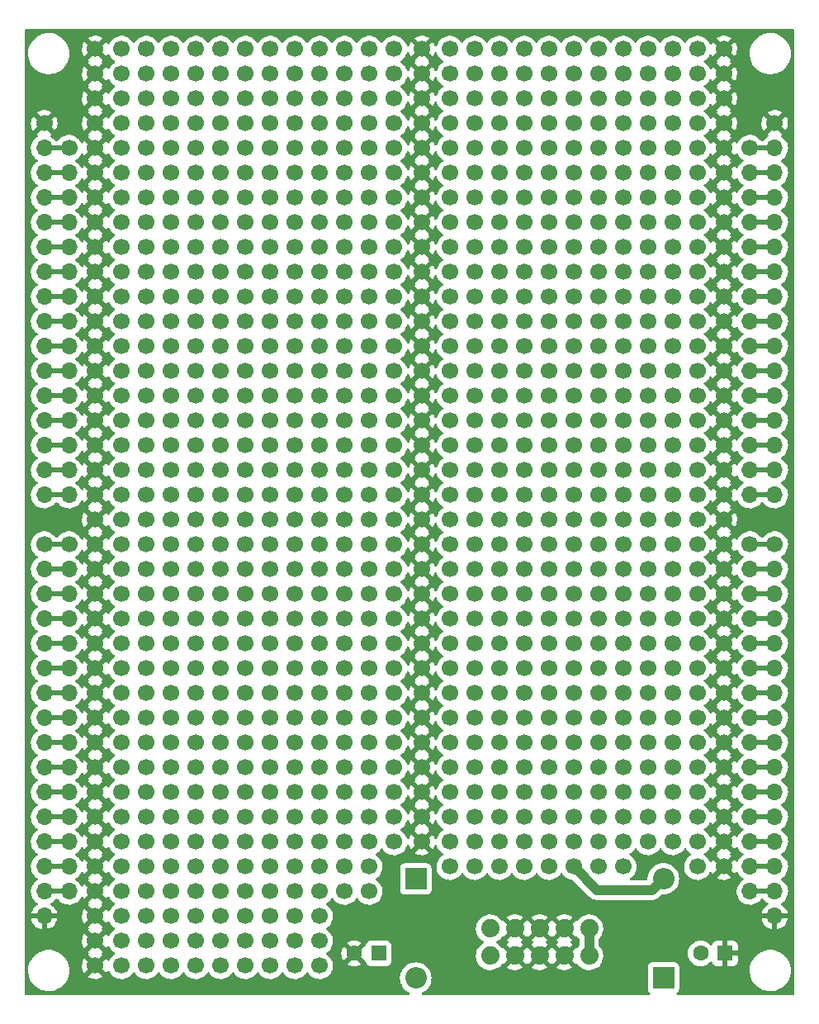
<source format=gtl>
G04 #@! TF.GenerationSoftware,KiCad,Pcbnew,(6.0.11-0)*
G04 #@! TF.CreationDate,2023-03-26T21:41:22+01:00*
G04 #@! TF.ProjectId,mainboard,6d61696e-626f-4617-9264-2e6b69636164,rev?*
G04 #@! TF.SameCoordinates,Original*
G04 #@! TF.FileFunction,Copper,L1,Top*
G04 #@! TF.FilePolarity,Positive*
%FSLAX46Y46*%
G04 Gerber Fmt 4.6, Leading zero omitted, Abs format (unit mm)*
G04 Created by KiCad (PCBNEW (6.0.11-0)) date 2023-03-26 21:41:22*
%MOMM*%
%LPD*%
G01*
G04 APERTURE LIST*
G04 #@! TA.AperFunction,ComponentPad*
%ADD10C,1.700000*%
G04 #@! TD*
G04 #@! TA.AperFunction,ComponentPad*
%ADD11O,1.700000X1.700000*%
G04 #@! TD*
G04 #@! TA.AperFunction,ComponentPad*
%ADD12R,1.600000X1.600000*%
G04 #@! TD*
G04 #@! TA.AperFunction,ComponentPad*
%ADD13C,1.600000*%
G04 #@! TD*
G04 #@! TA.AperFunction,ComponentPad*
%ADD14R,2.200000X2.200000*%
G04 #@! TD*
G04 #@! TA.AperFunction,ComponentPad*
%ADD15O,2.200000X2.200000*%
G04 #@! TD*
G04 #@! TA.AperFunction,ComponentPad*
%ADD16C,1.879600*%
G04 #@! TD*
G04 #@! TA.AperFunction,Conductor*
%ADD17C,1.000000*%
G04 #@! TD*
G04 #@! TA.AperFunction,Conductor*
%ADD18C,0.500000*%
G04 #@! TD*
G04 APERTURE END LIST*
D10*
X35877500Y-40640000D03*
X18097500Y-88900000D03*
X30797500Y-2540000D03*
X69532500Y-35560000D03*
X38417500Y-55880000D03*
X69532500Y-30480000D03*
X7778750Y-43180000D03*
X25717500Y-63500000D03*
X49212500Y-50800000D03*
X30797500Y-93980000D03*
X64452500Y-5080000D03*
X33337500Y-76200000D03*
X13017500Y-38100000D03*
X59372500Y-55880000D03*
X18097500Y-60960000D03*
X30797500Y-22860000D03*
X33337500Y-17780000D03*
X10477500Y-33020000D03*
X10477500Y-88900000D03*
X25717500Y-58420000D03*
X66992500Y-66040000D03*
X35877500Y-43180000D03*
X20637500Y-83820000D03*
X35877500Y-5080000D03*
X74920000Y-12700000D03*
D11*
X74920000Y-15240000D03*
X74920000Y-17780000D03*
X74920000Y-20320000D03*
X74920000Y-22860000D03*
X74920000Y-25400000D03*
X74920000Y-27940000D03*
X74920000Y-30480000D03*
X74920000Y-33020000D03*
X74920000Y-35560000D03*
X74920000Y-38100000D03*
X74920000Y-40640000D03*
X74920000Y-43180000D03*
X74920000Y-45720000D03*
X74920000Y-48260000D03*
D10*
X18097500Y-45720000D03*
X61912500Y-5080000D03*
X7778750Y-50800000D03*
X35877500Y-17780000D03*
X35877500Y-60960000D03*
X51752500Y-45720000D03*
X51752500Y-78740000D03*
X38417500Y-43180000D03*
X33337500Y-35560000D03*
X30797500Y-25400000D03*
X35877500Y-48260000D03*
X41275000Y-38100000D03*
X23177500Y-86360000D03*
X18097500Y-96520000D03*
X46672500Y-40640000D03*
X66992500Y-76200000D03*
X61912500Y-33020000D03*
X10477500Y-53340000D03*
X13017500Y-93980000D03*
X41275000Y-48260000D03*
X28257500Y-2540000D03*
X28257500Y-93980000D03*
X38417500Y-45720000D03*
X72231250Y-22860000D03*
X10477500Y-71120000D03*
X49212500Y-27940000D03*
X49212500Y-38100000D03*
X41275000Y-17780000D03*
X44132500Y-40640000D03*
X18097500Y-66040000D03*
X59372500Y-7620000D03*
X13017500Y-63500000D03*
X30797500Y-63500000D03*
X61912500Y-10160000D03*
X51752500Y-25400000D03*
X69532500Y-76200000D03*
X41275000Y-60960000D03*
X66992500Y-5080000D03*
X66992500Y-20320000D03*
X54292500Y-50800000D03*
X10477500Y-40640000D03*
X56832500Y-30480000D03*
X46672500Y-33020000D03*
X69532500Y-58420000D03*
X66992500Y-7620000D03*
X49212500Y-7620000D03*
X69532500Y-20320000D03*
X25717500Y-86360000D03*
X69532500Y-2540000D03*
X15557500Y-30480000D03*
X56832500Y-2540000D03*
X28257500Y-40640000D03*
X61912500Y-48260000D03*
X44132500Y-48260000D03*
X44132500Y-27940000D03*
X7778750Y-71120000D03*
X5080000Y-12700000D03*
D11*
X5080000Y-15240000D03*
X5080000Y-17780000D03*
X5080000Y-20320000D03*
X5080000Y-22860000D03*
X5080000Y-25400000D03*
X5080000Y-27940000D03*
X5080000Y-30480000D03*
X5080000Y-33020000D03*
X5080000Y-35560000D03*
X5080000Y-38100000D03*
X5080000Y-40640000D03*
X5080000Y-43180000D03*
X5080000Y-45720000D03*
X5080000Y-48260000D03*
D10*
X49212500Y-53340000D03*
X66992500Y-45720000D03*
X20637500Y-2540000D03*
X69532500Y-83820000D03*
X59372500Y-30480000D03*
X64452500Y-30480000D03*
X23177500Y-7620000D03*
X20637500Y-55880000D03*
X18097500Y-25400000D03*
X41275000Y-40640000D03*
X28257500Y-63500000D03*
X7778750Y-12700000D03*
X25717500Y-78740000D03*
X69532500Y-25400000D03*
X20637500Y-76200000D03*
X49212500Y-81280000D03*
X33337500Y-30480000D03*
X7778750Y-48260000D03*
X15557500Y-12700000D03*
X35877500Y-68580000D03*
X10477500Y-27940000D03*
X18097500Y-12700000D03*
X15557500Y-81280000D03*
X13017500Y-58420000D03*
X72231250Y-40640000D03*
X25717500Y-30480000D03*
X28257500Y-68580000D03*
X15557500Y-58420000D03*
X10477500Y-55880000D03*
X25717500Y-35560000D03*
X56832500Y-33020000D03*
X49212500Y-78740000D03*
X23177500Y-88900000D03*
X35877500Y-30480000D03*
X25717500Y-50800000D03*
X54292500Y-45720000D03*
X33337500Y-66040000D03*
X51752500Y-40640000D03*
X33337500Y-71120000D03*
X69532500Y-71120000D03*
X46672500Y-27940000D03*
X7778750Y-86360000D03*
X49212500Y-68580000D03*
X54292500Y-43180000D03*
X54292500Y-63500000D03*
X10477500Y-50800000D03*
X41275000Y-50800000D03*
X30797500Y-48260000D03*
X13017500Y-66040000D03*
X69532500Y-40640000D03*
X69532500Y-17780000D03*
X54292500Y-35560000D03*
X28257500Y-48260000D03*
X20637500Y-45720000D03*
X18097500Y-43180000D03*
X66992500Y-12700000D03*
X66992500Y-55880000D03*
X61912500Y-40640000D03*
X38417500Y-30480000D03*
X38417500Y-71120000D03*
X61912500Y-55880000D03*
X10477500Y-10160000D03*
X54292500Y-27940000D03*
X25717500Y-25400000D03*
X51752500Y-60960000D03*
X35877500Y-2540000D03*
X69532500Y-7620000D03*
X23177500Y-38100000D03*
X51752500Y-43180000D03*
X44132500Y-68580000D03*
X49212500Y-5080000D03*
X28257500Y-83820000D03*
X61912500Y-53340000D03*
X66992500Y-83820000D03*
X15557500Y-2540000D03*
X25717500Y-73660000D03*
X59372500Y-40640000D03*
X64452500Y-43180000D03*
X7778750Y-22860000D03*
X59372500Y-12700000D03*
X30797500Y-83820000D03*
X35877500Y-58420000D03*
X49212500Y-10160000D03*
X20637500Y-50800000D03*
X33337500Y-10160000D03*
X59372500Y-53340000D03*
X41275000Y-2540000D03*
X28257500Y-60960000D03*
X7778750Y-83820000D03*
X56832500Y-17780000D03*
X35877500Y-27940000D03*
X44132500Y-78740000D03*
X18097500Y-86360000D03*
X15557500Y-66040000D03*
X35877500Y-83820000D03*
X46672500Y-58420000D03*
X41275000Y-55880000D03*
X41275000Y-71120000D03*
X54292500Y-5080000D03*
X59372500Y-10160000D03*
X56832500Y-55880000D03*
X35877500Y-78740000D03*
X35877500Y-10160000D03*
X28257500Y-38100000D03*
X15557500Y-86360000D03*
X25717500Y-17780000D03*
X10477500Y-12700000D03*
X69532500Y-55880000D03*
X35877500Y-20320000D03*
X72231250Y-73660000D03*
X30797500Y-55880000D03*
X44132500Y-17780000D03*
X64452500Y-17780000D03*
X15557500Y-71120000D03*
X18097500Y-10160000D03*
X72231250Y-12700000D03*
X30797500Y-86360000D03*
X54292500Y-22860000D03*
X10477500Y-15240000D03*
X66992500Y-35560000D03*
X44132500Y-20320000D03*
X7778750Y-20320000D03*
X20637500Y-86360000D03*
X15557500Y-5080000D03*
X51752500Y-73660000D03*
D12*
X72350000Y-95250000D03*
D13*
X69850000Y-95250000D03*
D10*
X49212500Y-43180000D03*
X66992500Y-17780000D03*
X51752500Y-38100000D03*
X30797500Y-38100000D03*
X49212500Y-40640000D03*
X38417500Y-7620000D03*
X10477500Y-45720000D03*
X7778750Y-53340000D03*
X13017500Y-12700000D03*
X7778750Y-68580000D03*
X51752500Y-22860000D03*
X46672500Y-10160000D03*
X23177500Y-63500000D03*
X44132500Y-83820000D03*
X23177500Y-25400000D03*
X35877500Y-50800000D03*
X46672500Y-7620000D03*
X33337500Y-15240000D03*
X72231250Y-60960000D03*
X15557500Y-15240000D03*
X54292500Y-68580000D03*
X61912500Y-17780000D03*
X7778750Y-5080000D03*
X72231250Y-71120000D03*
X33337500Y-2540000D03*
X64452500Y-38100000D03*
X59372500Y-60960000D03*
X38417500Y-10160000D03*
X41275000Y-5080000D03*
X10477500Y-20320000D03*
X41275000Y-45720000D03*
X46672500Y-76200000D03*
X28257500Y-53340000D03*
X35877500Y-66040000D03*
X15557500Y-17780000D03*
X59372500Y-78740000D03*
X10477500Y-60960000D03*
X20637500Y-63500000D03*
X59372500Y-83820000D03*
X61912500Y-38100000D03*
X23177500Y-45720000D03*
X23177500Y-40640000D03*
X61912500Y-27940000D03*
X30797500Y-81280000D03*
X15557500Y-96520000D03*
X49212500Y-86360000D03*
X66992500Y-27940000D03*
X28257500Y-45720000D03*
X25717500Y-71120000D03*
X51752500Y-30480000D03*
X49212500Y-48260000D03*
X51752500Y-55880000D03*
X35877500Y-22860000D03*
X18097500Y-15240000D03*
X13017500Y-50800000D03*
X20637500Y-60960000D03*
X20637500Y-27940000D03*
X51752500Y-5080000D03*
X18097500Y-91440000D03*
X28257500Y-15240000D03*
X18097500Y-27940000D03*
X54292500Y-86360000D03*
X7778750Y-17780000D03*
X64452500Y-2540000D03*
X10477500Y-66040000D03*
X35877500Y-88900000D03*
X69532500Y-86360000D03*
X54292500Y-10160000D03*
X20637500Y-71120000D03*
X44132500Y-10160000D03*
X56832500Y-27940000D03*
X72231250Y-27940000D03*
X64452500Y-45720000D03*
X56832500Y-63500000D03*
X13017500Y-10160000D03*
X56832500Y-35560000D03*
X41275000Y-12700000D03*
X30797500Y-58420000D03*
X20637500Y-43180000D03*
X59372500Y-81280000D03*
X20637500Y-68580000D03*
X20637500Y-7620000D03*
X49212500Y-83820000D03*
X38417500Y-48260000D03*
X56832500Y-60960000D03*
X64452500Y-63500000D03*
X54292500Y-7620000D03*
X61912500Y-43180000D03*
X23177500Y-73660000D03*
X51752500Y-15240000D03*
X49212500Y-33020000D03*
X49212500Y-30480000D03*
X13017500Y-78740000D03*
X41275000Y-15240000D03*
X59372500Y-35560000D03*
X30797500Y-33020000D03*
X15557500Y-60960000D03*
X28257500Y-10160000D03*
X20637500Y-88900000D03*
X25717500Y-91440000D03*
X41275000Y-30480000D03*
X28257500Y-58420000D03*
X18097500Y-35560000D03*
X33337500Y-81280000D03*
X13017500Y-35560000D03*
X20637500Y-35560000D03*
X18097500Y-7620000D03*
X61912500Y-58420000D03*
X61912500Y-63500000D03*
X69532500Y-33020000D03*
X49212500Y-17780000D03*
X72231250Y-68580000D03*
X64452500Y-10160000D03*
X54292500Y-55880000D03*
X28257500Y-73660000D03*
X54292500Y-33020000D03*
X64452500Y-81280000D03*
X61912500Y-15240000D03*
X18097500Y-63500000D03*
X46672500Y-43180000D03*
X54292500Y-40640000D03*
X10477500Y-96520000D03*
X64452500Y-20320000D03*
X46672500Y-2540000D03*
X7778750Y-15240000D03*
X69532500Y-5080000D03*
X61912500Y-7620000D03*
X35877500Y-38100000D03*
X13017500Y-40640000D03*
X69532500Y-38100000D03*
X56832500Y-50800000D03*
X59372500Y-73660000D03*
X51752500Y-68580000D03*
X61912500Y-83820000D03*
X33337500Y-7620000D03*
X15557500Y-73660000D03*
X72231250Y-81280000D03*
X13017500Y-96520000D03*
X25717500Y-53340000D03*
X13017500Y-5080000D03*
X7778750Y-93980000D03*
X56832500Y-38100000D03*
X20637500Y-78740000D03*
X15557500Y-88900000D03*
X20637500Y-33020000D03*
X35877500Y-73660000D03*
X35877500Y-35560000D03*
X35877500Y-63500000D03*
X18097500Y-53340000D03*
X38417500Y-81280000D03*
X13017500Y-43180000D03*
X23177500Y-20320000D03*
X44132500Y-63500000D03*
X15557500Y-38100000D03*
X18097500Y-76200000D03*
X56832500Y-25400000D03*
X51752500Y-66040000D03*
X49212500Y-76200000D03*
X20637500Y-10160000D03*
X7778750Y-40640000D03*
X46672500Y-12700000D03*
X7778750Y-58420000D03*
X30797500Y-45720000D03*
X66992500Y-15240000D03*
X23177500Y-60960000D03*
X20637500Y-53340000D03*
X38417500Y-27940000D03*
X35877500Y-81280000D03*
X59372500Y-50800000D03*
X72231250Y-25400000D03*
X51752500Y-63500000D03*
X38417500Y-66040000D03*
X10477500Y-58420000D03*
X54292500Y-38100000D03*
X38417500Y-25400000D03*
X72231250Y-66040000D03*
X10477500Y-86360000D03*
X33337500Y-58420000D03*
X56832500Y-73660000D03*
X44132500Y-12700000D03*
X7778750Y-25400000D03*
X28257500Y-66040000D03*
X28257500Y-91440000D03*
X2540000Y-10160000D03*
D11*
X2540000Y-12700000D03*
X2540000Y-15240000D03*
X2540000Y-17780000D03*
X2540000Y-20320000D03*
X2540000Y-22860000D03*
X2540000Y-25400000D03*
X2540000Y-27940000D03*
X2540000Y-30480000D03*
X2540000Y-33020000D03*
X2540000Y-35560000D03*
X2540000Y-38100000D03*
X2540000Y-40640000D03*
X2540000Y-43180000D03*
X2540000Y-45720000D03*
X2540000Y-48260000D03*
D10*
X18097500Y-93980000D03*
X5080000Y-53340000D03*
D11*
X5080000Y-55880000D03*
X5080000Y-58420000D03*
X5080000Y-60960000D03*
X5080000Y-63500000D03*
X5080000Y-66040000D03*
X5080000Y-68580000D03*
X5080000Y-71120000D03*
X5080000Y-73660000D03*
X5080000Y-76200000D03*
X5080000Y-78740000D03*
X5080000Y-81280000D03*
X5080000Y-83820000D03*
X5080000Y-86360000D03*
X5080000Y-88900000D03*
D10*
X72231250Y-38100000D03*
X20637500Y-40640000D03*
X64452500Y-12700000D03*
X33337500Y-60960000D03*
X25717500Y-40640000D03*
X41275000Y-76200000D03*
X15557500Y-40640000D03*
X46672500Y-17780000D03*
X28257500Y-35560000D03*
X35877500Y-71120000D03*
X33337500Y-63500000D03*
X15557500Y-35560000D03*
X46672500Y-81280000D03*
X59372500Y-2540000D03*
X66992500Y-78740000D03*
X23177500Y-22860000D03*
X51752500Y-81280000D03*
X20637500Y-48260000D03*
X59372500Y-43180000D03*
X28257500Y-20320000D03*
X15557500Y-55880000D03*
X18097500Y-30480000D03*
X66992500Y-33020000D03*
X56832500Y-12700000D03*
X41275000Y-10160000D03*
X7778750Y-60960000D03*
X66992500Y-30480000D03*
X64452500Y-73660000D03*
X54292500Y-30480000D03*
X41275000Y-22860000D03*
X66992500Y-10160000D03*
X54292500Y-15240000D03*
X69532500Y-68580000D03*
X49212500Y-58420000D03*
X28257500Y-50800000D03*
X18097500Y-5080000D03*
X46672500Y-78740000D03*
X64452500Y-33020000D03*
X56832500Y-48260000D03*
X18097500Y-2540000D03*
X72231250Y-5080000D03*
X30797500Y-60960000D03*
X54292500Y-17780000D03*
X25717500Y-55880000D03*
X28257500Y-22860000D03*
X23177500Y-48260000D03*
X13017500Y-27940000D03*
X44132500Y-50800000D03*
X30797500Y-43180000D03*
X10477500Y-93980000D03*
X61912500Y-30480000D03*
X13017500Y-17780000D03*
X2540000Y-53340000D03*
D11*
X2540000Y-55880000D03*
X2540000Y-58420000D03*
X2540000Y-60960000D03*
X2540000Y-63500000D03*
X2540000Y-66040000D03*
X2540000Y-68580000D03*
X2540000Y-71120000D03*
X2540000Y-73660000D03*
X2540000Y-76200000D03*
X2540000Y-78740000D03*
X2540000Y-81280000D03*
X2540000Y-83820000D03*
X2540000Y-86360000D03*
X2540000Y-88900000D03*
X2540000Y-91440000D03*
D10*
X30797500Y-53340000D03*
X61912500Y-71120000D03*
X25717500Y-20320000D03*
X54292500Y-66040000D03*
X56832500Y-76200000D03*
X38417500Y-60960000D03*
X18097500Y-17780000D03*
X64452500Y-27940000D03*
X33337500Y-88900000D03*
X13017500Y-91440000D03*
X30797500Y-30480000D03*
X13017500Y-53340000D03*
X23177500Y-66040000D03*
X28257500Y-88900000D03*
X59372500Y-68580000D03*
X13017500Y-83820000D03*
X30797500Y-7620000D03*
D14*
X40640000Y-87630000D03*
D15*
X40640000Y-97790000D03*
D10*
X23177500Y-78740000D03*
X18097500Y-20320000D03*
X33337500Y-68580000D03*
X66992500Y-63500000D03*
X33337500Y-33020000D03*
X28257500Y-30480000D03*
X13017500Y-2540000D03*
X10477500Y-43180000D03*
X56832500Y-10160000D03*
X13017500Y-45720000D03*
X61912500Y-25400000D03*
X49212500Y-35560000D03*
X44132500Y-86360000D03*
X35877500Y-55880000D03*
X30797500Y-10160000D03*
X28257500Y-86360000D03*
X72231250Y-53340000D03*
X15557500Y-33020000D03*
X66992500Y-68580000D03*
X38417500Y-15240000D03*
X64452500Y-15240000D03*
X13017500Y-86360000D03*
X54292500Y-71120000D03*
X10477500Y-35560000D03*
X61912500Y-20320000D03*
X49212500Y-45720000D03*
X69532500Y-60960000D03*
X15557500Y-93980000D03*
X28257500Y-25400000D03*
X20637500Y-5080000D03*
X10477500Y-76200000D03*
X46672500Y-68580000D03*
X15557500Y-10160000D03*
X33337500Y-55880000D03*
X56832500Y-86360000D03*
X13017500Y-33020000D03*
X41275000Y-78740000D03*
X54292500Y-73660000D03*
X38417500Y-58420000D03*
X41275000Y-43180000D03*
X51752500Y-53340000D03*
X18097500Y-81280000D03*
X49212500Y-60960000D03*
X20637500Y-17780000D03*
X54292500Y-58420000D03*
X7778750Y-91440000D03*
X46672500Y-5080000D03*
X30797500Y-78740000D03*
X49212500Y-20320000D03*
X15557500Y-48260000D03*
X56832500Y-20320000D03*
X51752500Y-2540000D03*
X23177500Y-35560000D03*
X72231250Y-55880000D03*
X20637500Y-22860000D03*
X54292500Y-48260000D03*
X44132500Y-35560000D03*
X72231250Y-15240000D03*
X64452500Y-58420000D03*
X72231250Y-58420000D03*
X25717500Y-48260000D03*
X41275000Y-27940000D03*
X51752500Y-27940000D03*
X13017500Y-30480000D03*
X23177500Y-83820000D03*
X38417500Y-73660000D03*
X72231250Y-76200000D03*
X7778750Y-10160000D03*
X59372500Y-48260000D03*
X64452500Y-25400000D03*
X18097500Y-83820000D03*
X13017500Y-73660000D03*
X15557500Y-63500000D03*
X28257500Y-81280000D03*
X56832500Y-71120000D03*
X72231250Y-17780000D03*
X18097500Y-58420000D03*
X41275000Y-33020000D03*
X15557500Y-7620000D03*
X25717500Y-7620000D03*
X15557500Y-20320000D03*
X23177500Y-55880000D03*
X54292500Y-20320000D03*
X10477500Y-68580000D03*
X18097500Y-73660000D03*
X10477500Y-48260000D03*
X69532500Y-78740000D03*
X49212500Y-22860000D03*
X33337500Y-45720000D03*
X56832500Y-15240000D03*
X7778750Y-73660000D03*
X10477500Y-25400000D03*
X13017500Y-22860000D03*
X56832500Y-7620000D03*
X33337500Y-43180000D03*
X72231250Y-7620000D03*
X44132500Y-76200000D03*
X18097500Y-40640000D03*
X41275000Y-73660000D03*
X38417500Y-83820000D03*
X61912500Y-50800000D03*
X69532500Y-73660000D03*
X46672500Y-66040000D03*
X20637500Y-25400000D03*
X72231250Y-78740000D03*
X7778750Y-81280000D03*
X44132500Y-7620000D03*
X18097500Y-71120000D03*
X64452500Y-83820000D03*
X44132500Y-66040000D03*
X54292500Y-81280000D03*
X35877500Y-25400000D03*
X38417500Y-12700000D03*
X7778750Y-33020000D03*
X35877500Y-53340000D03*
X33337500Y-25400000D03*
X20637500Y-20320000D03*
X56832500Y-40640000D03*
X56832500Y-83820000D03*
D14*
X66040000Y-97750000D03*
D15*
X66040000Y-87590000D03*
D10*
X69532500Y-10160000D03*
X10477500Y-17780000D03*
X23177500Y-58420000D03*
X44132500Y-45720000D03*
X13017500Y-55880000D03*
X61912500Y-35560000D03*
X41275000Y-20320000D03*
X15557500Y-53340000D03*
X51752500Y-48260000D03*
X10477500Y-81280000D03*
X25717500Y-76200000D03*
X28257500Y-78740000D03*
X46672500Y-60960000D03*
X64452500Y-76200000D03*
X59372500Y-66040000D03*
X69532500Y-53340000D03*
X77460000Y-10160000D03*
D11*
X77460000Y-12700000D03*
X77460000Y-15240000D03*
X77460000Y-17780000D03*
X77460000Y-20320000D03*
X77460000Y-22860000D03*
X77460000Y-25400000D03*
X77460000Y-27940000D03*
X77460000Y-30480000D03*
X77460000Y-33020000D03*
X77460000Y-35560000D03*
X77460000Y-38100000D03*
X77460000Y-40640000D03*
X77460000Y-43180000D03*
X77460000Y-45720000D03*
X77460000Y-48260000D03*
D10*
X69532500Y-15240000D03*
X30797500Y-88900000D03*
X13017500Y-7620000D03*
X61912500Y-2540000D03*
X23177500Y-71120000D03*
X54292500Y-76200000D03*
X66992500Y-60960000D03*
X13017500Y-60960000D03*
X23177500Y-17780000D03*
X64452500Y-60960000D03*
X41275000Y-25400000D03*
X64452500Y-40640000D03*
X56832500Y-45720000D03*
X25717500Y-68580000D03*
X44132500Y-25400000D03*
X28257500Y-12700000D03*
X25717500Y-15240000D03*
X54292500Y-53340000D03*
X49212500Y-12700000D03*
X72231250Y-45720000D03*
X51752500Y-58420000D03*
X54292500Y-83820000D03*
X35877500Y-7620000D03*
X35877500Y-33020000D03*
X56832500Y-68580000D03*
X15557500Y-27940000D03*
X33337500Y-5080000D03*
X13017500Y-71120000D03*
X28257500Y-27940000D03*
X41275000Y-66040000D03*
X35877500Y-86360000D03*
X51752500Y-17780000D03*
X44132500Y-43180000D03*
X25717500Y-45720000D03*
X38417500Y-33020000D03*
X69532500Y-12700000D03*
X56832500Y-53340000D03*
X66992500Y-22860000D03*
X20637500Y-73660000D03*
X46672500Y-22860000D03*
X46672500Y-35560000D03*
X10477500Y-63500000D03*
X72231250Y-20320000D03*
X72231250Y-35560000D03*
X49212500Y-2540000D03*
X49212500Y-73660000D03*
X23177500Y-33020000D03*
X15557500Y-50800000D03*
X72231250Y-2540000D03*
X7778750Y-38100000D03*
X64452500Y-66040000D03*
X61912500Y-68580000D03*
X10477500Y-91440000D03*
X35877500Y-76200000D03*
X64452500Y-55880000D03*
X30797500Y-91440000D03*
X61912500Y-45720000D03*
X7778750Y-30480000D03*
X25717500Y-2540000D03*
X61912500Y-12700000D03*
X10477500Y-78740000D03*
X20637500Y-12700000D03*
X30797500Y-66040000D03*
X44132500Y-30480000D03*
X30797500Y-17780000D03*
X49212500Y-66040000D03*
X54292500Y-2540000D03*
X46672500Y-63500000D03*
X59372500Y-86360000D03*
X30797500Y-12700000D03*
X41275000Y-63500000D03*
X23177500Y-81280000D03*
X77460000Y-53340000D03*
D11*
X77460000Y-55880000D03*
X77460000Y-58420000D03*
X77460000Y-60960000D03*
X77460000Y-63500000D03*
X77460000Y-66040000D03*
X77460000Y-68580000D03*
X77460000Y-71120000D03*
X77460000Y-73660000D03*
X77460000Y-76200000D03*
X77460000Y-78740000D03*
X77460000Y-81280000D03*
X77460000Y-83820000D03*
X77460000Y-86360000D03*
X77460000Y-88900000D03*
X77460000Y-91440000D03*
D10*
X38417500Y-50800000D03*
X10477500Y-5080000D03*
X13017500Y-76200000D03*
X25717500Y-93980000D03*
X7778750Y-66040000D03*
X56832500Y-81280000D03*
X13017500Y-20320000D03*
X25717500Y-43180000D03*
X61912500Y-66040000D03*
X54292500Y-78740000D03*
X7778750Y-78740000D03*
X20637500Y-15240000D03*
X44132500Y-15240000D03*
X33337500Y-22860000D03*
X38417500Y-2540000D03*
X20637500Y-66040000D03*
X74920000Y-53340000D03*
D11*
X74920000Y-55880000D03*
X74920000Y-58420000D03*
X74920000Y-60960000D03*
X74920000Y-63500000D03*
X74920000Y-66040000D03*
X74920000Y-68580000D03*
X74920000Y-71120000D03*
X74920000Y-73660000D03*
X74920000Y-76200000D03*
X74920000Y-78740000D03*
X74920000Y-81280000D03*
X74920000Y-83820000D03*
X74920000Y-86360000D03*
X74920000Y-88900000D03*
D10*
X41275000Y-35560000D03*
X30797500Y-35560000D03*
X15557500Y-83820000D03*
X38417500Y-76200000D03*
X33337500Y-86360000D03*
X25717500Y-12700000D03*
X56832500Y-58420000D03*
X20637500Y-93980000D03*
X23177500Y-30480000D03*
X30797500Y-15240000D03*
X15557500Y-45720000D03*
X33337500Y-38100000D03*
X69532500Y-48260000D03*
X20637500Y-38100000D03*
X61912500Y-81280000D03*
X38417500Y-17780000D03*
X66992500Y-48260000D03*
X28257500Y-17780000D03*
X41275000Y-81280000D03*
X38417500Y-40640000D03*
X46672500Y-83820000D03*
X51752500Y-10160000D03*
X15557500Y-78740000D03*
X69532500Y-27940000D03*
D12*
X36830000Y-95250000D03*
D13*
X34330000Y-95250000D03*
D10*
X64452500Y-50800000D03*
X23177500Y-10160000D03*
X38417500Y-68580000D03*
X44132500Y-5080000D03*
X49212500Y-63500000D03*
X23177500Y-50800000D03*
X20637500Y-96520000D03*
X38417500Y-38100000D03*
X66992500Y-2540000D03*
X51752500Y-71120000D03*
X59372500Y-25400000D03*
X59372500Y-20320000D03*
X51752500Y-35560000D03*
X20637500Y-91440000D03*
X25717500Y-96520000D03*
X66992500Y-81280000D03*
X13017500Y-25400000D03*
X23177500Y-68580000D03*
X13017500Y-88900000D03*
X64452500Y-78740000D03*
X23177500Y-53340000D03*
X30797500Y-76200000D03*
X64452500Y-22860000D03*
X51752500Y-33020000D03*
X72231250Y-50800000D03*
X38417500Y-78740000D03*
X44132500Y-22860000D03*
X15557500Y-76200000D03*
X66992500Y-71120000D03*
X59372500Y-76200000D03*
X7778750Y-7620000D03*
X59372500Y-5080000D03*
X56832500Y-43180000D03*
X64452500Y-35560000D03*
X72231250Y-86360000D03*
X41275000Y-7620000D03*
X30797500Y-27940000D03*
X23177500Y-91440000D03*
X10477500Y-7620000D03*
X46672500Y-25400000D03*
X33337500Y-50800000D03*
X18097500Y-22860000D03*
X59372500Y-33020000D03*
X46672500Y-38100000D03*
X25717500Y-60960000D03*
X64452500Y-48260000D03*
X23177500Y-93980000D03*
X28257500Y-96520000D03*
X33337500Y-40640000D03*
X44132500Y-71120000D03*
X15557500Y-43180000D03*
X61912500Y-60960000D03*
X44132500Y-2540000D03*
X61912500Y-73660000D03*
X33337500Y-48260000D03*
X25717500Y-83820000D03*
X18097500Y-55880000D03*
X25717500Y-10160000D03*
X69532500Y-81280000D03*
X13017500Y-15240000D03*
X10477500Y-22860000D03*
X56832500Y-22860000D03*
X56832500Y-78740000D03*
X13017500Y-81280000D03*
X61912500Y-78740000D03*
X72231250Y-33020000D03*
X54292500Y-60960000D03*
X61912500Y-76200000D03*
X33337500Y-78740000D03*
X25717500Y-38100000D03*
X30797500Y-20320000D03*
X7778750Y-96520000D03*
X25717500Y-81280000D03*
X44132500Y-60960000D03*
X15557500Y-91440000D03*
X69532500Y-22860000D03*
X44132500Y-73660000D03*
X44132500Y-55880000D03*
X46672500Y-55880000D03*
X46672500Y-71120000D03*
X61912500Y-22860000D03*
X35877500Y-45720000D03*
X66992500Y-43180000D03*
X72231250Y-83820000D03*
X18097500Y-38100000D03*
X59372500Y-58420000D03*
X69532500Y-50800000D03*
X35877500Y-15240000D03*
X10477500Y-83820000D03*
X18097500Y-68580000D03*
X23177500Y-43180000D03*
X38417500Y-35560000D03*
X20637500Y-30480000D03*
X7778750Y-2540000D03*
X23177500Y-5080000D03*
X15557500Y-22860000D03*
X33337500Y-12700000D03*
X28257500Y-43180000D03*
X33337500Y-73660000D03*
X46672500Y-50800000D03*
X18097500Y-48260000D03*
X59372500Y-17780000D03*
X59372500Y-22860000D03*
X66992500Y-25400000D03*
X64452500Y-53340000D03*
X51752500Y-83820000D03*
X23177500Y-96520000D03*
X28257500Y-5080000D03*
X15557500Y-68580000D03*
X18097500Y-78740000D03*
X20637500Y-58420000D03*
X28257500Y-55880000D03*
X51752500Y-86360000D03*
X20637500Y-81280000D03*
X51752500Y-50800000D03*
X72231250Y-63500000D03*
X44132500Y-38100000D03*
X28257500Y-71120000D03*
X23177500Y-76200000D03*
X25717500Y-5080000D03*
X61912500Y-86360000D03*
X51752500Y-7620000D03*
X23177500Y-2540000D03*
X59372500Y-71120000D03*
X49212500Y-25400000D03*
X49212500Y-55880000D03*
X33337500Y-27940000D03*
X46672500Y-45720000D03*
X72231250Y-48260000D03*
X38417500Y-5080000D03*
X46672500Y-15240000D03*
X69532500Y-63500000D03*
X66992500Y-38100000D03*
X25717500Y-66040000D03*
X30797500Y-50800000D03*
X72231250Y-30480000D03*
X49212500Y-71120000D03*
X66992500Y-50800000D03*
X66992500Y-40640000D03*
X23177500Y-27940000D03*
X28257500Y-7620000D03*
X64452500Y-68580000D03*
X38417500Y-22860000D03*
X15557500Y-25400000D03*
X30797500Y-40640000D03*
X46672500Y-20320000D03*
X30797500Y-73660000D03*
X72231250Y-10160000D03*
X56832500Y-5080000D03*
X59372500Y-38100000D03*
X46672500Y-48260000D03*
X72231250Y-43180000D03*
X25717500Y-27940000D03*
X41275000Y-83820000D03*
X41275000Y-58420000D03*
X44132500Y-81280000D03*
X7778750Y-63500000D03*
X38417500Y-53340000D03*
X44132500Y-33020000D03*
X44132500Y-58420000D03*
X66992500Y-53340000D03*
X69532500Y-45720000D03*
X7778750Y-55880000D03*
X38417500Y-20320000D03*
X7778750Y-88900000D03*
X7778750Y-35560000D03*
X10477500Y-2540000D03*
X66992500Y-73660000D03*
X30797500Y-71120000D03*
X46672500Y-86360000D03*
X49212500Y-15240000D03*
X13017500Y-68580000D03*
X28257500Y-33020000D03*
X41275000Y-53340000D03*
X7778750Y-27940000D03*
X46672500Y-73660000D03*
X51752500Y-12700000D03*
X18097500Y-33020000D03*
X23177500Y-12700000D03*
X59372500Y-63500000D03*
X51752500Y-20320000D03*
X28257500Y-76200000D03*
X44132500Y-53340000D03*
X51752500Y-76200000D03*
X33337500Y-53340000D03*
X69532500Y-43180000D03*
X25717500Y-22860000D03*
X54292500Y-12700000D03*
X7778750Y-45720000D03*
X10477500Y-30480000D03*
X41275000Y-68580000D03*
X23177500Y-15240000D03*
X25717500Y-88900000D03*
X59372500Y-45720000D03*
X46672500Y-30480000D03*
X33337500Y-83820000D03*
X59372500Y-15240000D03*
X13017500Y-48260000D03*
X64452500Y-7620000D03*
X54292500Y-25400000D03*
X30797500Y-5080000D03*
X64452500Y-71120000D03*
X25717500Y-33020000D03*
X30797500Y-68580000D03*
X46672500Y-53340000D03*
X59372500Y-27940000D03*
X56832500Y-66040000D03*
X66992500Y-58420000D03*
X38417500Y-63500000D03*
X18097500Y-50800000D03*
X10477500Y-38100000D03*
X35877500Y-12700000D03*
X30797500Y-96520000D03*
X33337500Y-20320000D03*
X69532500Y-66040000D03*
X10477500Y-73660000D03*
X7778750Y-76200000D03*
D16*
X58420000Y-95504000D03*
X58420000Y-92710000D03*
X55880000Y-95504000D03*
X55880000Y-92710000D03*
X53340000Y-95504000D03*
X53340000Y-92710000D03*
X50800000Y-95504000D03*
X50800000Y-92710000D03*
X48260000Y-95504000D03*
X48260000Y-92710000D03*
D17*
X59222500Y-88750000D02*
X64880000Y-88750000D01*
X64880000Y-88750000D02*
X66040000Y-87590000D01*
X56832500Y-86360000D02*
X59222500Y-88750000D01*
D18*
X2540000Y-12700000D02*
X5080000Y-12700000D01*
X5080000Y-15240000D02*
X2540000Y-15240000D01*
X2540000Y-17780000D02*
X5080000Y-17780000D01*
X5080000Y-20320000D02*
X2540000Y-20320000D01*
X2540000Y-22860000D02*
X5080000Y-22860000D01*
X2540000Y-25400000D02*
X5080000Y-25400000D01*
X2540000Y-27940000D02*
X5080000Y-27940000D01*
X5080000Y-30480000D02*
X2540000Y-30480000D01*
X2540000Y-33020000D02*
X5080000Y-33020000D01*
X5080000Y-35560000D02*
X2540000Y-35560000D01*
X2540000Y-38100000D02*
X5080000Y-38100000D01*
X5080000Y-40640000D02*
X2540000Y-40640000D01*
X2540000Y-43180000D02*
X5080000Y-43180000D01*
X5080000Y-45720000D02*
X2540000Y-45720000D01*
X2540000Y-48260000D02*
X5080000Y-48260000D01*
X2540000Y-53340000D02*
X5080000Y-53340000D01*
X5080000Y-55880000D02*
X2540000Y-55880000D01*
X2540000Y-58420000D02*
X5080000Y-58420000D01*
X5080000Y-60960000D02*
X2540000Y-60960000D01*
X2540000Y-63500000D02*
X5080000Y-63500000D01*
X5080000Y-66040000D02*
X2540000Y-66040000D01*
X2540000Y-68580000D02*
X5080000Y-68580000D01*
X5080000Y-71120000D02*
X2540000Y-71120000D01*
X2540000Y-73660000D02*
X5080000Y-73660000D01*
X5080000Y-76200000D02*
X2540000Y-76200000D01*
X2540000Y-78740000D02*
X5080000Y-78740000D01*
X5080000Y-81280000D02*
X2540000Y-81280000D01*
X2540000Y-83820000D02*
X5080000Y-83820000D01*
X5080000Y-86360000D02*
X2540000Y-86360000D01*
X2540000Y-88900000D02*
X5080000Y-88900000D01*
X74920000Y-12700000D02*
X77460000Y-12700000D01*
X77460000Y-15240000D02*
X74920000Y-15240000D01*
X74920000Y-17780000D02*
X77460000Y-17780000D01*
X77460000Y-20320000D02*
X74920000Y-20320000D01*
X74920000Y-22860000D02*
X77460000Y-22860000D01*
X77460000Y-25400000D02*
X74920000Y-25400000D01*
X74920000Y-27940000D02*
X77460000Y-27940000D01*
X77460000Y-30480000D02*
X74920000Y-30480000D01*
X74920000Y-33020000D02*
X77460000Y-33020000D01*
X77460000Y-35560000D02*
X74920000Y-35560000D01*
X74920000Y-38100000D02*
X77460000Y-38100000D01*
X77460000Y-40640000D02*
X74920000Y-40640000D01*
X74920000Y-43180000D02*
X77460000Y-43180000D01*
X77460000Y-45720000D02*
X74920000Y-45720000D01*
X74920000Y-48260000D02*
X77460000Y-48260000D01*
X77460000Y-53340000D02*
X74920000Y-53340000D01*
X74920000Y-55880000D02*
X77460000Y-55880000D01*
X77460000Y-58420000D02*
X74920000Y-58420000D01*
X74920000Y-60960000D02*
X77460000Y-60960000D01*
X77460000Y-63500000D02*
X74920000Y-63500000D01*
X74920000Y-66040000D02*
X77460000Y-66040000D01*
X77460000Y-68580000D02*
X74920000Y-68580000D01*
X74920000Y-71120000D02*
X77460000Y-71120000D01*
X77460000Y-73660000D02*
X74920000Y-73660000D01*
X74920000Y-76200000D02*
X77460000Y-76200000D01*
X77460000Y-78740000D02*
X74920000Y-78740000D01*
X74920000Y-81280000D02*
X77460000Y-81280000D01*
X77460000Y-83820000D02*
X74920000Y-83820000D01*
X74920000Y-86360000D02*
X77460000Y-86360000D01*
X74920000Y-88900000D02*
X77460000Y-88900000D01*
D17*
X58420000Y-92710000D02*
X58420000Y-95504000D01*
G04 #@! TA.AperFunction,Conductor*
G36*
X79433621Y-528502D02*
G01*
X79480114Y-582158D01*
X79491500Y-634500D01*
X79491500Y-99365500D01*
X79471498Y-99433621D01*
X79417842Y-99480114D01*
X79365500Y-99491500D01*
X67510226Y-99491500D01*
X67442105Y-99471498D01*
X67395612Y-99417842D01*
X67385508Y-99347568D01*
X67415002Y-99282988D01*
X67434661Y-99264674D01*
X67496080Y-99218643D01*
X67496081Y-99218642D01*
X67503261Y-99213261D01*
X67590615Y-99096705D01*
X67641745Y-98960316D01*
X67648500Y-98898134D01*
X67648500Y-96977869D01*
X74886689Y-96977869D01*
X74903238Y-97264883D01*
X74904063Y-97269088D01*
X74904064Y-97269096D01*
X74929608Y-97399292D01*
X74958586Y-97546995D01*
X74959973Y-97551045D01*
X74959974Y-97551050D01*
X75050321Y-97814930D01*
X75051710Y-97818986D01*
X75084185Y-97883555D01*
X75141310Y-97997135D01*
X75180885Y-98075822D01*
X75343721Y-98312750D01*
X75537206Y-98525388D01*
X75540501Y-98528143D01*
X75540502Y-98528144D01*
X75591258Y-98570582D01*
X75757759Y-98709798D01*
X76001298Y-98862571D01*
X76263318Y-98980877D01*
X76267437Y-98982097D01*
X76534857Y-99061311D01*
X76534862Y-99061312D01*
X76538970Y-99062529D01*
X76543204Y-99063177D01*
X76543209Y-99063178D01*
X76770186Y-99097910D01*
X76823153Y-99106015D01*
X76969485Y-99108314D01*
X77106317Y-99110464D01*
X77106323Y-99110464D01*
X77110608Y-99110531D01*
X77114860Y-99110016D01*
X77114868Y-99110016D01*
X77391756Y-99076508D01*
X77391761Y-99076507D01*
X77396017Y-99075992D01*
X77674097Y-99003039D01*
X77939704Y-98893021D01*
X78187922Y-98747974D01*
X78414159Y-98570582D01*
X78455285Y-98528144D01*
X78611244Y-98367206D01*
X78614227Y-98364128D01*
X78616760Y-98360680D01*
X78616764Y-98360675D01*
X78781887Y-98135886D01*
X78784425Y-98132431D01*
X78921604Y-97879779D01*
X79023225Y-97610848D01*
X79087407Y-97330613D01*
X79090477Y-97296221D01*
X79112743Y-97046726D01*
X79112743Y-97046724D01*
X79112963Y-97044260D01*
X79113347Y-97007680D01*
X79113401Y-97002484D01*
X79113401Y-97002483D01*
X79113427Y-97000000D01*
X79110367Y-96955112D01*
X79094165Y-96717452D01*
X79094164Y-96717446D01*
X79093873Y-96713175D01*
X79090534Y-96697049D01*
X79056413Y-96532285D01*
X79035574Y-96431658D01*
X78939607Y-96160657D01*
X78811196Y-95911865D01*
X78809715Y-95908995D01*
X78809715Y-95908994D01*
X78807750Y-95905188D01*
X78794488Y-95886317D01*
X78671488Y-95711307D01*
X78642441Y-95669977D01*
X78554175Y-95574992D01*
X78449661Y-95462521D01*
X78449658Y-95462519D01*
X78446740Y-95459378D01*
X78224268Y-95277287D01*
X77979142Y-95127073D01*
X77961048Y-95119130D01*
X77719830Y-95013243D01*
X77715898Y-95011517D01*
X77700684Y-95007183D01*
X77577652Y-94972136D01*
X77439406Y-94932756D01*
X77226704Y-94902485D01*
X77159036Y-94892854D01*
X77159034Y-94892854D01*
X77154784Y-94892249D01*
X77150495Y-94892227D01*
X77150488Y-94892226D01*
X76871583Y-94890765D01*
X76871576Y-94890765D01*
X76867297Y-94890743D01*
X76863053Y-94891302D01*
X76863049Y-94891302D01*
X76737660Y-94907810D01*
X76582266Y-94928268D01*
X76578126Y-94929401D01*
X76578124Y-94929401D01*
X76502714Y-94950031D01*
X76304964Y-95004129D01*
X76301016Y-95005813D01*
X76044476Y-95115237D01*
X76044472Y-95115239D01*
X76040524Y-95116923D01*
X75942622Y-95175516D01*
X75797521Y-95262357D01*
X75797517Y-95262360D01*
X75793839Y-95264561D01*
X75569472Y-95444313D01*
X75452372Y-95567711D01*
X75400833Y-95622022D01*
X75371577Y-95652851D01*
X75285685Y-95772382D01*
X75211343Y-95875840D01*
X75203814Y-95886317D01*
X75069288Y-96140392D01*
X75065329Y-96151210D01*
X74989690Y-96357905D01*
X74970489Y-96410373D01*
X74909245Y-96691264D01*
X74908909Y-96695534D01*
X74887196Y-96971428D01*
X74887195Y-96971428D01*
X74887196Y-96971430D01*
X74886689Y-96977869D01*
X67648500Y-96977869D01*
X67648500Y-96601866D01*
X67641745Y-96539684D01*
X67590615Y-96403295D01*
X67503261Y-96286739D01*
X67386705Y-96199385D01*
X67250316Y-96148255D01*
X67188134Y-96141500D01*
X64891866Y-96141500D01*
X64829684Y-96148255D01*
X64693295Y-96199385D01*
X64576739Y-96286739D01*
X64489385Y-96403295D01*
X64438255Y-96539684D01*
X64431500Y-96601866D01*
X64431500Y-98898134D01*
X64438255Y-98960316D01*
X64489385Y-99096705D01*
X64576739Y-99213261D01*
X64583919Y-99218642D01*
X64583920Y-99218643D01*
X64645339Y-99264674D01*
X64687854Y-99321533D01*
X64692880Y-99392352D01*
X64658820Y-99454645D01*
X64596489Y-99488635D01*
X64569774Y-99491500D01*
X41368875Y-99491500D01*
X41300754Y-99471498D01*
X41254261Y-99417842D01*
X41244157Y-99347568D01*
X41273651Y-99282988D01*
X41320657Y-99249091D01*
X41367928Y-99229511D01*
X41367932Y-99229509D01*
X41372502Y-99227616D01*
X41588376Y-99095328D01*
X41780898Y-98930898D01*
X41945328Y-98738376D01*
X42077616Y-98522502D01*
X42163184Y-98315924D01*
X42172611Y-98293164D01*
X42172612Y-98293162D01*
X42174505Y-98288591D01*
X42211166Y-98135886D01*
X42232454Y-98047216D01*
X42232455Y-98047210D01*
X42233609Y-98042403D01*
X42253474Y-97790000D01*
X42233609Y-97537597D01*
X42223921Y-97497240D01*
X42182890Y-97326337D01*
X42174505Y-97291409D01*
X42172611Y-97286836D01*
X42079511Y-97062072D01*
X42079509Y-97062068D01*
X42077616Y-97057498D01*
X41945328Y-96841624D01*
X41780898Y-96649102D01*
X41588376Y-96484672D01*
X41372502Y-96352384D01*
X41367932Y-96350491D01*
X41367928Y-96350489D01*
X41143164Y-96257389D01*
X41143162Y-96257388D01*
X41138591Y-96255495D01*
X41053968Y-96235179D01*
X40897216Y-96197546D01*
X40897210Y-96197545D01*
X40892403Y-96196391D01*
X40640000Y-96176526D01*
X40387597Y-96196391D01*
X40382790Y-96197545D01*
X40382784Y-96197546D01*
X40226032Y-96235179D01*
X40141409Y-96255495D01*
X40136838Y-96257388D01*
X40136836Y-96257389D01*
X39912072Y-96350489D01*
X39912068Y-96350491D01*
X39907498Y-96352384D01*
X39691624Y-96484672D01*
X39499102Y-96649102D01*
X39334672Y-96841624D01*
X39202384Y-97057498D01*
X39200491Y-97062068D01*
X39200489Y-97062072D01*
X39107389Y-97286836D01*
X39105495Y-97291409D01*
X39097110Y-97326337D01*
X39056080Y-97497240D01*
X39046391Y-97537597D01*
X39026526Y-97790000D01*
X39046391Y-98042403D01*
X39047545Y-98047210D01*
X39047546Y-98047216D01*
X39068834Y-98135886D01*
X39105495Y-98288591D01*
X39107388Y-98293162D01*
X39107389Y-98293164D01*
X39116817Y-98315924D01*
X39202384Y-98522502D01*
X39334672Y-98738376D01*
X39499102Y-98930898D01*
X39691624Y-99095328D01*
X39907498Y-99227616D01*
X39912068Y-99229509D01*
X39912072Y-99229511D01*
X39959343Y-99249091D01*
X40014624Y-99293640D01*
X40037045Y-99361003D01*
X40019487Y-99429794D01*
X39967525Y-99478172D01*
X39911125Y-99491500D01*
X634500Y-99491500D01*
X566379Y-99471498D01*
X519886Y-99417842D01*
X508500Y-99365500D01*
X508500Y-96977869D01*
X886689Y-96977869D01*
X903238Y-97264883D01*
X904063Y-97269088D01*
X904064Y-97269096D01*
X929608Y-97399292D01*
X958586Y-97546995D01*
X959973Y-97551045D01*
X959974Y-97551050D01*
X1050321Y-97814930D01*
X1051710Y-97818986D01*
X1084185Y-97883555D01*
X1141310Y-97997135D01*
X1180885Y-98075822D01*
X1343721Y-98312750D01*
X1537206Y-98525388D01*
X1540501Y-98528143D01*
X1540502Y-98528144D01*
X1591258Y-98570582D01*
X1757759Y-98709798D01*
X2001298Y-98862571D01*
X2263318Y-98980877D01*
X2267437Y-98982097D01*
X2534857Y-99061311D01*
X2534862Y-99061312D01*
X2538970Y-99062529D01*
X2543204Y-99063177D01*
X2543209Y-99063178D01*
X2770186Y-99097910D01*
X2823153Y-99106015D01*
X2969485Y-99108314D01*
X3106317Y-99110464D01*
X3106323Y-99110464D01*
X3110608Y-99110531D01*
X3114860Y-99110016D01*
X3114868Y-99110016D01*
X3391756Y-99076508D01*
X3391761Y-99076507D01*
X3396017Y-99075992D01*
X3674097Y-99003039D01*
X3939704Y-98893021D01*
X4187922Y-98747974D01*
X4414159Y-98570582D01*
X4455285Y-98528144D01*
X4611244Y-98367206D01*
X4614227Y-98364128D01*
X4616760Y-98360680D01*
X4616764Y-98360675D01*
X4781887Y-98135886D01*
X4784425Y-98132431D01*
X4921604Y-97879779D01*
X5010376Y-97644853D01*
X7018727Y-97644853D01*
X7024008Y-97651907D01*
X7185506Y-97746279D01*
X7194792Y-97750729D01*
X7393751Y-97826703D01*
X7403649Y-97829579D01*
X7612345Y-97872038D01*
X7622573Y-97873257D01*
X7835400Y-97881062D01*
X7845686Y-97880595D01*
X8056935Y-97853534D01*
X8067012Y-97851392D01*
X8271005Y-97790191D01*
X8280592Y-97786433D01*
X8471848Y-97692738D01*
X8480694Y-97687465D01*
X8527997Y-97653723D01*
X8536398Y-97643023D01*
X8529410Y-97629870D01*
X7791562Y-96892022D01*
X7777618Y-96884408D01*
X7775785Y-96884539D01*
X7769170Y-96888790D01*
X7025487Y-97632473D01*
X7018727Y-97644853D01*
X5010376Y-97644853D01*
X5023225Y-97610848D01*
X5087407Y-97330613D01*
X5090477Y-97296221D01*
X5112743Y-97046726D01*
X5112743Y-97046724D01*
X5112963Y-97044260D01*
X5113347Y-97007680D01*
X5113401Y-97002484D01*
X5113401Y-97002483D01*
X5113427Y-97000000D01*
X5110367Y-96955112D01*
X5094165Y-96717452D01*
X5094164Y-96717446D01*
X5093873Y-96713175D01*
X5090534Y-96697049D01*
X5056413Y-96532285D01*
X5048042Y-96491863D01*
X6416800Y-96491863D01*
X6429059Y-96704477D01*
X6430495Y-96714697D01*
X6477315Y-96922446D01*
X6480395Y-96932275D01*
X6560520Y-97129603D01*
X6565163Y-97138794D01*
X6645210Y-97269420D01*
X6655666Y-97278880D01*
X6664444Y-97275096D01*
X7406728Y-96532812D01*
X7413106Y-96521132D01*
X8143158Y-96521132D01*
X8143289Y-96522965D01*
X8147540Y-96529580D01*
X8889224Y-97271264D01*
X8901234Y-97277823D01*
X8912973Y-97268855D01*
X8943754Y-97226019D01*
X8949065Y-97217180D01*
X9014363Y-97085059D01*
X9062477Y-97032852D01*
X9131178Y-97014945D01*
X9198654Y-97037023D01*
X9244062Y-97093481D01*
X9258819Y-97129823D01*
X9258823Y-97129831D01*
X9260766Y-97134616D01*
X9311361Y-97217180D01*
X9374791Y-97320688D01*
X9377487Y-97325088D01*
X9523750Y-97493938D01*
X9695626Y-97636632D01*
X9888500Y-97749338D01*
X10097192Y-97829030D01*
X10102260Y-97830061D01*
X10102263Y-97830062D01*
X10191685Y-97848255D01*
X10316097Y-97873567D01*
X10321272Y-97873757D01*
X10321274Y-97873757D01*
X10534173Y-97881564D01*
X10534177Y-97881564D01*
X10539337Y-97881753D01*
X10544457Y-97881097D01*
X10544459Y-97881097D01*
X10755788Y-97854025D01*
X10755789Y-97854025D01*
X10760916Y-97853368D01*
X10765866Y-97851883D01*
X10969929Y-97790661D01*
X10969934Y-97790659D01*
X10974884Y-97789174D01*
X11175494Y-97690896D01*
X11357360Y-97561173D01*
X11367519Y-97551050D01*
X11511935Y-97407137D01*
X11515596Y-97403489D01*
X11567963Y-97330613D01*
X11645953Y-97222077D01*
X11647276Y-97223028D01*
X11694145Y-97179857D01*
X11764080Y-97167625D01*
X11829526Y-97195144D01*
X11857375Y-97226994D01*
X11917487Y-97325088D01*
X12063750Y-97493938D01*
X12235626Y-97636632D01*
X12428500Y-97749338D01*
X12637192Y-97829030D01*
X12642260Y-97830061D01*
X12642263Y-97830062D01*
X12731685Y-97848255D01*
X12856097Y-97873567D01*
X12861272Y-97873757D01*
X12861274Y-97873757D01*
X13074173Y-97881564D01*
X13074177Y-97881564D01*
X13079337Y-97881753D01*
X13084457Y-97881097D01*
X13084459Y-97881097D01*
X13295788Y-97854025D01*
X13295789Y-97854025D01*
X13300916Y-97853368D01*
X13305866Y-97851883D01*
X13509929Y-97790661D01*
X13509934Y-97790659D01*
X13514884Y-97789174D01*
X13715494Y-97690896D01*
X13897360Y-97561173D01*
X13907519Y-97551050D01*
X14051935Y-97407137D01*
X14055596Y-97403489D01*
X14107963Y-97330613D01*
X14185953Y-97222077D01*
X14187276Y-97223028D01*
X14234145Y-97179857D01*
X14304080Y-97167625D01*
X14369526Y-97195144D01*
X14397375Y-97226994D01*
X14457487Y-97325088D01*
X14603750Y-97493938D01*
X14775626Y-97636632D01*
X14968500Y-97749338D01*
X15177192Y-97829030D01*
X15182260Y-97830061D01*
X15182263Y-97830062D01*
X15271685Y-97848255D01*
X15396097Y-97873567D01*
X15401272Y-97873757D01*
X15401274Y-97873757D01*
X15614173Y-97881564D01*
X15614177Y-97881564D01*
X15619337Y-97881753D01*
X15624457Y-97881097D01*
X15624459Y-97881097D01*
X15835788Y-97854025D01*
X15835789Y-97854025D01*
X15840916Y-97853368D01*
X15845866Y-97851883D01*
X16049929Y-97790661D01*
X16049934Y-97790659D01*
X16054884Y-97789174D01*
X16255494Y-97690896D01*
X16437360Y-97561173D01*
X16447519Y-97551050D01*
X16591935Y-97407137D01*
X16595596Y-97403489D01*
X16647963Y-97330613D01*
X16725953Y-97222077D01*
X16727276Y-97223028D01*
X16774145Y-97179857D01*
X16844080Y-97167625D01*
X16909526Y-97195144D01*
X16937375Y-97226994D01*
X16997487Y-97325088D01*
X17143750Y-97493938D01*
X17315626Y-97636632D01*
X17508500Y-97749338D01*
X17717192Y-97829030D01*
X17722260Y-97830061D01*
X17722263Y-97830062D01*
X17811685Y-97848255D01*
X17936097Y-97873567D01*
X17941272Y-97873757D01*
X17941274Y-97873757D01*
X18154173Y-97881564D01*
X18154177Y-97881564D01*
X18159337Y-97881753D01*
X18164457Y-97881097D01*
X18164459Y-97881097D01*
X18375788Y-97854025D01*
X18375789Y-97854025D01*
X18380916Y-97853368D01*
X18385866Y-97851883D01*
X18589929Y-97790661D01*
X18589934Y-97790659D01*
X18594884Y-97789174D01*
X18795494Y-97690896D01*
X18977360Y-97561173D01*
X18987519Y-97551050D01*
X19131935Y-97407137D01*
X19135596Y-97403489D01*
X19187963Y-97330613D01*
X19265953Y-97222077D01*
X19267276Y-97223028D01*
X19314145Y-97179857D01*
X19384080Y-97167625D01*
X19449526Y-97195144D01*
X19477375Y-97226994D01*
X19537487Y-97325088D01*
X19683750Y-97493938D01*
X19855626Y-97636632D01*
X20048500Y-97749338D01*
X20257192Y-97829030D01*
X20262260Y-97830061D01*
X20262263Y-97830062D01*
X20351685Y-97848255D01*
X20476097Y-97873567D01*
X20481272Y-97873757D01*
X20481274Y-97873757D01*
X20694173Y-97881564D01*
X20694177Y-97881564D01*
X20699337Y-97881753D01*
X20704457Y-97881097D01*
X20704459Y-97881097D01*
X20915788Y-97854025D01*
X20915789Y-97854025D01*
X20920916Y-97853368D01*
X20925866Y-97851883D01*
X21129929Y-97790661D01*
X21129934Y-97790659D01*
X21134884Y-97789174D01*
X21335494Y-97690896D01*
X21517360Y-97561173D01*
X21527519Y-97551050D01*
X21671935Y-97407137D01*
X21675596Y-97403489D01*
X21727963Y-97330613D01*
X21805953Y-97222077D01*
X21807276Y-97223028D01*
X21854145Y-97179857D01*
X21924080Y-97167625D01*
X21989526Y-97195144D01*
X22017375Y-97226994D01*
X22077487Y-97325088D01*
X22223750Y-97493938D01*
X22395626Y-97636632D01*
X22588500Y-97749338D01*
X22797192Y-97829030D01*
X22802260Y-97830061D01*
X22802263Y-97830062D01*
X22891685Y-97848255D01*
X23016097Y-97873567D01*
X23021272Y-97873757D01*
X23021274Y-97873757D01*
X23234173Y-97881564D01*
X23234177Y-97881564D01*
X23239337Y-97881753D01*
X23244457Y-97881097D01*
X23244459Y-97881097D01*
X23455788Y-97854025D01*
X23455789Y-97854025D01*
X23460916Y-97853368D01*
X23465866Y-97851883D01*
X23669929Y-97790661D01*
X23669934Y-97790659D01*
X23674884Y-97789174D01*
X23875494Y-97690896D01*
X24057360Y-97561173D01*
X24067519Y-97551050D01*
X24211935Y-97407137D01*
X24215596Y-97403489D01*
X24267963Y-97330613D01*
X24345953Y-97222077D01*
X24347276Y-97223028D01*
X24394145Y-97179857D01*
X24464080Y-97167625D01*
X24529526Y-97195144D01*
X24557375Y-97226994D01*
X24617487Y-97325088D01*
X24763750Y-97493938D01*
X24935626Y-97636632D01*
X25128500Y-97749338D01*
X25337192Y-97829030D01*
X25342260Y-97830061D01*
X25342263Y-97830062D01*
X25431685Y-97848255D01*
X25556097Y-97873567D01*
X25561272Y-97873757D01*
X25561274Y-97873757D01*
X25774173Y-97881564D01*
X25774177Y-97881564D01*
X25779337Y-97881753D01*
X25784457Y-97881097D01*
X25784459Y-97881097D01*
X25995788Y-97854025D01*
X25995789Y-97854025D01*
X26000916Y-97853368D01*
X26005866Y-97851883D01*
X26209929Y-97790661D01*
X26209934Y-97790659D01*
X26214884Y-97789174D01*
X26415494Y-97690896D01*
X26597360Y-97561173D01*
X26607519Y-97551050D01*
X26751935Y-97407137D01*
X26755596Y-97403489D01*
X26807963Y-97330613D01*
X26885953Y-97222077D01*
X26887276Y-97223028D01*
X26934145Y-97179857D01*
X27004080Y-97167625D01*
X27069526Y-97195144D01*
X27097375Y-97226994D01*
X27157487Y-97325088D01*
X27303750Y-97493938D01*
X27475626Y-97636632D01*
X27668500Y-97749338D01*
X27877192Y-97829030D01*
X27882260Y-97830061D01*
X27882263Y-97830062D01*
X27971685Y-97848255D01*
X28096097Y-97873567D01*
X28101272Y-97873757D01*
X28101274Y-97873757D01*
X28314173Y-97881564D01*
X28314177Y-97881564D01*
X28319337Y-97881753D01*
X28324457Y-97881097D01*
X28324459Y-97881097D01*
X28535788Y-97854025D01*
X28535789Y-97854025D01*
X28540916Y-97853368D01*
X28545866Y-97851883D01*
X28749929Y-97790661D01*
X28749934Y-97790659D01*
X28754884Y-97789174D01*
X28955494Y-97690896D01*
X29137360Y-97561173D01*
X29147519Y-97551050D01*
X29291935Y-97407137D01*
X29295596Y-97403489D01*
X29347963Y-97330613D01*
X29425953Y-97222077D01*
X29427276Y-97223028D01*
X29474145Y-97179857D01*
X29544080Y-97167625D01*
X29609526Y-97195144D01*
X29637375Y-97226994D01*
X29697487Y-97325088D01*
X29843750Y-97493938D01*
X30015626Y-97636632D01*
X30208500Y-97749338D01*
X30417192Y-97829030D01*
X30422260Y-97830061D01*
X30422263Y-97830062D01*
X30511685Y-97848255D01*
X30636097Y-97873567D01*
X30641272Y-97873757D01*
X30641274Y-97873757D01*
X30854173Y-97881564D01*
X30854177Y-97881564D01*
X30859337Y-97881753D01*
X30864457Y-97881097D01*
X30864459Y-97881097D01*
X31075788Y-97854025D01*
X31075789Y-97854025D01*
X31080916Y-97853368D01*
X31085866Y-97851883D01*
X31289929Y-97790661D01*
X31289934Y-97790659D01*
X31294884Y-97789174D01*
X31495494Y-97690896D01*
X31677360Y-97561173D01*
X31687519Y-97551050D01*
X31831935Y-97407137D01*
X31835596Y-97403489D01*
X31887963Y-97330613D01*
X31962935Y-97226277D01*
X31965953Y-97222077D01*
X31968374Y-97217180D01*
X32062636Y-97026453D01*
X32062637Y-97026451D01*
X32064930Y-97021811D01*
X32106676Y-96884408D01*
X32128365Y-96813023D01*
X32128365Y-96813021D01*
X32129870Y-96808069D01*
X32159029Y-96586590D01*
X32159617Y-96562517D01*
X32160574Y-96523365D01*
X32160574Y-96523361D01*
X32160656Y-96520000D01*
X32145534Y-96336062D01*
X33608493Y-96336062D01*
X33617789Y-96348077D01*
X33668994Y-96383931D01*
X33678489Y-96389414D01*
X33875947Y-96481490D01*
X33886239Y-96485236D01*
X34096688Y-96541625D01*
X34107481Y-96543528D01*
X34324525Y-96562517D01*
X34335475Y-96562517D01*
X34552519Y-96543528D01*
X34563312Y-96541625D01*
X34773761Y-96485236D01*
X34784053Y-96481490D01*
X34981511Y-96389414D01*
X34991006Y-96383931D01*
X35043048Y-96347491D01*
X35051424Y-96337012D01*
X35044356Y-96323566D01*
X34342812Y-95622022D01*
X34328868Y-95614408D01*
X34327035Y-95614539D01*
X34320420Y-95618790D01*
X33614923Y-96324287D01*
X33608493Y-96336062D01*
X32145534Y-96336062D01*
X32142352Y-96297361D01*
X32087931Y-96080702D01*
X31998854Y-95875840D01*
X31892413Y-95711307D01*
X31880322Y-95692617D01*
X31880320Y-95692614D01*
X31877514Y-95688277D01*
X31727170Y-95523051D01*
X31723119Y-95519852D01*
X31723115Y-95519848D01*
X31555914Y-95387800D01*
X31555910Y-95387798D01*
X31551859Y-95384598D01*
X31510553Y-95361796D01*
X31460584Y-95311364D01*
X31448695Y-95255475D01*
X33017483Y-95255475D01*
X33036472Y-95472519D01*
X33038375Y-95483312D01*
X33094764Y-95693761D01*
X33098510Y-95704053D01*
X33190586Y-95901511D01*
X33196069Y-95911006D01*
X33232509Y-95963048D01*
X33242988Y-95971424D01*
X33256434Y-95964356D01*
X33957978Y-95262812D01*
X33964356Y-95251132D01*
X34694408Y-95251132D01*
X34694539Y-95252965D01*
X34698790Y-95259580D01*
X35404287Y-95965077D01*
X35446029Y-95987871D01*
X35456029Y-95990047D01*
X35506227Y-96040253D01*
X35521451Y-96093814D01*
X35521500Y-96094717D01*
X35521500Y-96098134D01*
X35521869Y-96101530D01*
X35521869Y-96101532D01*
X35523210Y-96113879D01*
X35528255Y-96160316D01*
X35579385Y-96296705D01*
X35666739Y-96413261D01*
X35783295Y-96500615D01*
X35919684Y-96551745D01*
X35981866Y-96558500D01*
X37678134Y-96558500D01*
X37740316Y-96551745D01*
X37876705Y-96500615D01*
X37993261Y-96413261D01*
X38080615Y-96296705D01*
X38131745Y-96160316D01*
X38138500Y-96098134D01*
X38138500Y-95468494D01*
X46807170Y-95468494D01*
X46807467Y-95473646D01*
X46807467Y-95473650D01*
X46817800Y-95652851D01*
X46820879Y-95706255D01*
X46822016Y-95711301D01*
X46822017Y-95711307D01*
X46851366Y-95841538D01*
X46873237Y-95938585D01*
X46875179Y-95943367D01*
X46875180Y-95943371D01*
X46952609Y-96134055D01*
X46962837Y-96159244D01*
X47047476Y-96297361D01*
X47082676Y-96354802D01*
X47087274Y-96362306D01*
X47243204Y-96542317D01*
X47367963Y-96645894D01*
X47417570Y-96687078D01*
X47426442Y-96694444D01*
X47430894Y-96697046D01*
X47430899Y-96697049D01*
X47529333Y-96754569D01*
X47632065Y-96814601D01*
X47854552Y-96899560D01*
X47859618Y-96900591D01*
X47859619Y-96900591D01*
X47913956Y-96911646D01*
X48087928Y-96947041D01*
X48222121Y-96951962D01*
X48320760Y-96955579D01*
X48320764Y-96955579D01*
X48325924Y-96955768D01*
X48331044Y-96955112D01*
X48331046Y-96955112D01*
X48557023Y-96926164D01*
X48557024Y-96926164D01*
X48562151Y-96925507D01*
X48646803Y-96900110D01*
X48785316Y-96858554D01*
X48785317Y-96858553D01*
X48790262Y-96857070D01*
X49004133Y-96752295D01*
X49008336Y-96749297D01*
X49008341Y-96749294D01*
X49085155Y-96694503D01*
X49974326Y-96694503D01*
X49979607Y-96701558D01*
X50167821Y-96811541D01*
X50177108Y-96815991D01*
X50389861Y-96897233D01*
X50399763Y-96900110D01*
X50622911Y-96945510D01*
X50633163Y-96946733D01*
X50860738Y-96955077D01*
X50871024Y-96954610D01*
X51096915Y-96925673D01*
X51107001Y-96923530D01*
X51325128Y-96858088D01*
X51334723Y-96854328D01*
X51539237Y-96754137D01*
X51548083Y-96748863D01*
X51613631Y-96702108D01*
X51619602Y-96694503D01*
X52514326Y-96694503D01*
X52519607Y-96701558D01*
X52707821Y-96811541D01*
X52717108Y-96815991D01*
X52929861Y-96897233D01*
X52939763Y-96900110D01*
X53162911Y-96945510D01*
X53173163Y-96946733D01*
X53400738Y-96955077D01*
X53411024Y-96954610D01*
X53636915Y-96925673D01*
X53647001Y-96923530D01*
X53865128Y-96858088D01*
X53874723Y-96854328D01*
X54079237Y-96754137D01*
X54088083Y-96748863D01*
X54153631Y-96702108D01*
X54159602Y-96694503D01*
X55054326Y-96694503D01*
X55059607Y-96701558D01*
X55247821Y-96811541D01*
X55257108Y-96815991D01*
X55469861Y-96897233D01*
X55479763Y-96900110D01*
X55702911Y-96945510D01*
X55713163Y-96946733D01*
X55940738Y-96955077D01*
X55951024Y-96954610D01*
X56176915Y-96925673D01*
X56187001Y-96923530D01*
X56405128Y-96858088D01*
X56414723Y-96854328D01*
X56619237Y-96754137D01*
X56628083Y-96748863D01*
X56693631Y-96702108D01*
X56702032Y-96691408D01*
X56695045Y-96678256D01*
X55892811Y-95876021D01*
X55878868Y-95868408D01*
X55877034Y-95868539D01*
X55870420Y-95872790D01*
X55061083Y-96682128D01*
X55054326Y-96694503D01*
X54159602Y-96694503D01*
X54162032Y-96691408D01*
X54155045Y-96678256D01*
X53352811Y-95876021D01*
X53338868Y-95868408D01*
X53337034Y-95868539D01*
X53330420Y-95872790D01*
X52521083Y-96682128D01*
X52514326Y-96694503D01*
X51619602Y-96694503D01*
X51622032Y-96691408D01*
X51615045Y-96678256D01*
X50812811Y-95876021D01*
X50798868Y-95868408D01*
X50797034Y-95868539D01*
X50790420Y-95872790D01*
X49981083Y-96682128D01*
X49974326Y-96694503D01*
X49085155Y-96694503D01*
X49193816Y-96616996D01*
X49193818Y-96616994D01*
X49198020Y-96613997D01*
X49366716Y-96445889D01*
X49369732Y-96441692D01*
X49369739Y-96441684D01*
X49432170Y-96354802D01*
X49488164Y-96311154D01*
X49558868Y-96304708D01*
X49605626Y-96328169D01*
X49609976Y-96328890D01*
X49620387Y-96324402D01*
X50427979Y-95516811D01*
X50434356Y-95505132D01*
X51164408Y-95505132D01*
X51164539Y-95506966D01*
X51168790Y-95513580D01*
X51974826Y-96319615D01*
X51986832Y-96326171D01*
X51991671Y-96322474D01*
X52057946Y-96297015D01*
X52127464Y-96311428D01*
X52151418Y-96328268D01*
X52160387Y-96324402D01*
X52967979Y-95516811D01*
X52974356Y-95505132D01*
X53704408Y-95505132D01*
X53704539Y-95506966D01*
X53708790Y-95513580D01*
X54514826Y-96319615D01*
X54526832Y-96326171D01*
X54531671Y-96322474D01*
X54597946Y-96297015D01*
X54667464Y-96311428D01*
X54691418Y-96328268D01*
X54700387Y-96324402D01*
X55507979Y-95516811D01*
X55514356Y-95505132D01*
X56244408Y-95505132D01*
X56244539Y-95506966D01*
X56248790Y-95513580D01*
X57054826Y-96319615D01*
X57068096Y-96326861D01*
X57130005Y-96303078D01*
X57199523Y-96317490D01*
X57241899Y-96354245D01*
X57244574Y-96357899D01*
X57247274Y-96362306D01*
X57250655Y-96366209D01*
X57250659Y-96366214D01*
X57271132Y-96389849D01*
X57403204Y-96542317D01*
X57527963Y-96645894D01*
X57577570Y-96687078D01*
X57586442Y-96694444D01*
X57590894Y-96697046D01*
X57590899Y-96697049D01*
X57689333Y-96754569D01*
X57792065Y-96814601D01*
X58014552Y-96899560D01*
X58019618Y-96900591D01*
X58019619Y-96900591D01*
X58073956Y-96911646D01*
X58247928Y-96947041D01*
X58382121Y-96951962D01*
X58480760Y-96955579D01*
X58480764Y-96955579D01*
X58485924Y-96955768D01*
X58491044Y-96955112D01*
X58491046Y-96955112D01*
X58717023Y-96926164D01*
X58717024Y-96926164D01*
X58722151Y-96925507D01*
X58806803Y-96900110D01*
X58945316Y-96858554D01*
X58945317Y-96858553D01*
X58950262Y-96857070D01*
X59164133Y-96752295D01*
X59168336Y-96749297D01*
X59168341Y-96749294D01*
X59353816Y-96616996D01*
X59353818Y-96616994D01*
X59358020Y-96613997D01*
X59526716Y-96445889D01*
X59546552Y-96418285D01*
X59557323Y-96403295D01*
X59665690Y-96252486D01*
X59689273Y-96204771D01*
X59768917Y-96043624D01*
X59768918Y-96043622D01*
X59771211Y-96038982D01*
X59840443Y-95811111D01*
X59856615Y-95688277D01*
X59871092Y-95578313D01*
X59871092Y-95578309D01*
X59871529Y-95574992D01*
X59872705Y-95526870D01*
X59873182Y-95507365D01*
X59873182Y-95507361D01*
X59873264Y-95504000D01*
X59853750Y-95266644D01*
X59849569Y-95250000D01*
X68536502Y-95250000D01*
X68556457Y-95478087D01*
X68557881Y-95483400D01*
X68557881Y-95483402D01*
X68613941Y-95692617D01*
X68615716Y-95699243D01*
X68618039Y-95704224D01*
X68618039Y-95704225D01*
X68710151Y-95901762D01*
X68710154Y-95901767D01*
X68712477Y-95906749D01*
X68770803Y-95990047D01*
X68834281Y-96080702D01*
X68843802Y-96094300D01*
X69005700Y-96256198D01*
X69010208Y-96259355D01*
X69010211Y-96259357D01*
X69064487Y-96297361D01*
X69193251Y-96387523D01*
X69198233Y-96389846D01*
X69198238Y-96389849D01*
X69326241Y-96449537D01*
X69400757Y-96484284D01*
X69406065Y-96485706D01*
X69406067Y-96485707D01*
X69616598Y-96542119D01*
X69616600Y-96542119D01*
X69621913Y-96543543D01*
X69850000Y-96563498D01*
X70078087Y-96543543D01*
X70083400Y-96542119D01*
X70083402Y-96542119D01*
X70293933Y-96485707D01*
X70293935Y-96485706D01*
X70299243Y-96484284D01*
X70373759Y-96449537D01*
X70501762Y-96389849D01*
X70501767Y-96389846D01*
X70506749Y-96387523D01*
X70635513Y-96297361D01*
X70689789Y-96259357D01*
X70689792Y-96259355D01*
X70694300Y-96256198D01*
X70840420Y-96110078D01*
X70902732Y-96076052D01*
X70973547Y-96081117D01*
X71030383Y-96123664D01*
X71047683Y-96160606D01*
X71048748Y-96160207D01*
X71096676Y-96288054D01*
X71105214Y-96303649D01*
X71181715Y-96405724D01*
X71194276Y-96418285D01*
X71296351Y-96494786D01*
X71311946Y-96503324D01*
X71432394Y-96548478D01*
X71447649Y-96552105D01*
X71498514Y-96557631D01*
X71505328Y-96558000D01*
X72077885Y-96558000D01*
X72093124Y-96553525D01*
X72094329Y-96552135D01*
X72096000Y-96544452D01*
X72096000Y-96539884D01*
X72604000Y-96539884D01*
X72608475Y-96555123D01*
X72609865Y-96556328D01*
X72617548Y-96557999D01*
X73194669Y-96557999D01*
X73201490Y-96557629D01*
X73252352Y-96552105D01*
X73267604Y-96548479D01*
X73388054Y-96503324D01*
X73403649Y-96494786D01*
X73505724Y-96418285D01*
X73518285Y-96405724D01*
X73594786Y-96303649D01*
X73603324Y-96288054D01*
X73648478Y-96167606D01*
X73652105Y-96152351D01*
X73657631Y-96101486D01*
X73658000Y-96094672D01*
X73658000Y-95522115D01*
X73653525Y-95506876D01*
X73652135Y-95505671D01*
X73644452Y-95504000D01*
X72622115Y-95504000D01*
X72606876Y-95508475D01*
X72605671Y-95509865D01*
X72604000Y-95517548D01*
X72604000Y-96539884D01*
X72096000Y-96539884D01*
X72096000Y-94977885D01*
X72604000Y-94977885D01*
X72608475Y-94993124D01*
X72609865Y-94994329D01*
X72617548Y-94996000D01*
X73639884Y-94996000D01*
X73655123Y-94991525D01*
X73656328Y-94990135D01*
X73657999Y-94982452D01*
X73657999Y-94405331D01*
X73657629Y-94398510D01*
X73652105Y-94347648D01*
X73648479Y-94332396D01*
X73603324Y-94211946D01*
X73594786Y-94196351D01*
X73518285Y-94094276D01*
X73505724Y-94081715D01*
X73403649Y-94005214D01*
X73388054Y-93996676D01*
X73267606Y-93951522D01*
X73252351Y-93947895D01*
X73201486Y-93942369D01*
X73194672Y-93942000D01*
X72622115Y-93942000D01*
X72606876Y-93946475D01*
X72605671Y-93947865D01*
X72604000Y-93955548D01*
X72604000Y-94977885D01*
X72096000Y-94977885D01*
X72096000Y-93960116D01*
X72091525Y-93944877D01*
X72090135Y-93943672D01*
X72082452Y-93942001D01*
X71505331Y-93942001D01*
X71498510Y-93942371D01*
X71447648Y-93947895D01*
X71432396Y-93951521D01*
X71311946Y-93996676D01*
X71296351Y-94005214D01*
X71194276Y-94081715D01*
X71181715Y-94094276D01*
X71105214Y-94196351D01*
X71096676Y-94211946D01*
X71048748Y-94339793D01*
X71046888Y-94339096D01*
X71016869Y-94391628D01*
X70953910Y-94424442D01*
X70883206Y-94418008D01*
X70840419Y-94389921D01*
X70694300Y-94243802D01*
X70689792Y-94240645D01*
X70689789Y-94240643D01*
X70611611Y-94185902D01*
X70506749Y-94112477D01*
X70501767Y-94110154D01*
X70501762Y-94110151D01*
X70304225Y-94018039D01*
X70304224Y-94018039D01*
X70299243Y-94015716D01*
X70293935Y-94014294D01*
X70293933Y-94014293D01*
X70083402Y-93957881D01*
X70083400Y-93957881D01*
X70078087Y-93956457D01*
X69850000Y-93936502D01*
X69621913Y-93956457D01*
X69616600Y-93957881D01*
X69616598Y-93957881D01*
X69406067Y-94014293D01*
X69406065Y-94014294D01*
X69400757Y-94015716D01*
X69395776Y-94018039D01*
X69395775Y-94018039D01*
X69198238Y-94110151D01*
X69198233Y-94110154D01*
X69193251Y-94112477D01*
X69088389Y-94185902D01*
X69010211Y-94240643D01*
X69010208Y-94240645D01*
X69005700Y-94243802D01*
X68843802Y-94405700D01*
X68840645Y-94410208D01*
X68840643Y-94410211D01*
X68805608Y-94460246D01*
X68712477Y-94593251D01*
X68710154Y-94598233D01*
X68710151Y-94598238D01*
X68622517Y-94786172D01*
X68615716Y-94800757D01*
X68614294Y-94806065D01*
X68614293Y-94806067D01*
X68558780Y-95013243D01*
X68556457Y-95021913D01*
X68536502Y-95250000D01*
X59849569Y-95250000D01*
X59795731Y-95035663D01*
X59732728Y-94890765D01*
X59702827Y-94821996D01*
X59702825Y-94821993D01*
X59700767Y-94817259D01*
X59690092Y-94800757D01*
X59617424Y-94688431D01*
X59571406Y-94617298D01*
X59567924Y-94613471D01*
X59461306Y-94496299D01*
X59430254Y-94432453D01*
X59428500Y-94411500D01*
X59428500Y-93802083D01*
X59448502Y-93733962D01*
X59465560Y-93712832D01*
X59523055Y-93655537D01*
X59526716Y-93651889D01*
X59665690Y-93458486D01*
X59711774Y-93365244D01*
X59768917Y-93249624D01*
X59768918Y-93249622D01*
X59771211Y-93244982D01*
X59840443Y-93017111D01*
X59861846Y-92854544D01*
X59871092Y-92784313D01*
X59871092Y-92784309D01*
X59871529Y-92780992D01*
X59873264Y-92710000D01*
X59853750Y-92472644D01*
X59795731Y-92241663D01*
X59740363Y-92114324D01*
X59702827Y-92027996D01*
X59702825Y-92027993D01*
X59700767Y-92023259D01*
X59694442Y-92013481D01*
X59615868Y-91892026D01*
X59571406Y-91823298D01*
X59554218Y-91804408D01*
X59484754Y-91728069D01*
X59466462Y-91707966D01*
X76128257Y-91707966D01*
X76158565Y-91842446D01*
X76161645Y-91852275D01*
X76241770Y-92049603D01*
X76246413Y-92058794D01*
X76357694Y-92240388D01*
X76363777Y-92248699D01*
X76503213Y-92409667D01*
X76510580Y-92416883D01*
X76674434Y-92552916D01*
X76682881Y-92558831D01*
X76866756Y-92666279D01*
X76876042Y-92670729D01*
X77075001Y-92746703D01*
X77084899Y-92749579D01*
X77188250Y-92770606D01*
X77202299Y-92769410D01*
X77206000Y-92759065D01*
X77206000Y-92758517D01*
X77714000Y-92758517D01*
X77718064Y-92772359D01*
X77731478Y-92774393D01*
X77738184Y-92773534D01*
X77748262Y-92771392D01*
X77952255Y-92710191D01*
X77961842Y-92706433D01*
X78153095Y-92612739D01*
X78161945Y-92607464D01*
X78335328Y-92483792D01*
X78343200Y-92477139D01*
X78494052Y-92326812D01*
X78500730Y-92318965D01*
X78625003Y-92146020D01*
X78630313Y-92137183D01*
X78724670Y-91946267D01*
X78728469Y-91936672D01*
X78790377Y-91732910D01*
X78792555Y-91722837D01*
X78793986Y-91711962D01*
X78791775Y-91697778D01*
X78778617Y-91694000D01*
X77732115Y-91694000D01*
X77716876Y-91698475D01*
X77715671Y-91699865D01*
X77714000Y-91707548D01*
X77714000Y-92758517D01*
X77206000Y-92758517D01*
X77206000Y-91712115D01*
X77201525Y-91696876D01*
X77200135Y-91695671D01*
X77192452Y-91694000D01*
X76143225Y-91694000D01*
X76129694Y-91697973D01*
X76128257Y-91707966D01*
X59466462Y-91707966D01*
X59411124Y-91647150D01*
X59407073Y-91643951D01*
X59407069Y-91643947D01*
X59228278Y-91502747D01*
X59228273Y-91502744D01*
X59224224Y-91499546D01*
X59219708Y-91497053D01*
X59219705Y-91497051D01*
X59020250Y-91386946D01*
X59020246Y-91386944D01*
X59015726Y-91384449D01*
X59010857Y-91382725D01*
X59010853Y-91382723D01*
X58796105Y-91306676D01*
X58796101Y-91306675D01*
X58791230Y-91304950D01*
X58786140Y-91304043D01*
X58786135Y-91304042D01*
X58658814Y-91281364D01*
X58556764Y-91263186D01*
X58467637Y-91262097D01*
X58323795Y-91260339D01*
X58323793Y-91260339D01*
X58318625Y-91260276D01*
X58083209Y-91296300D01*
X57856838Y-91370289D01*
X57645590Y-91480258D01*
X57641457Y-91483361D01*
X57641454Y-91483363D01*
X57459275Y-91620147D01*
X57455140Y-91623252D01*
X57290602Y-91795431D01*
X57248064Y-91857790D01*
X57193155Y-91902790D01*
X57122631Y-91910961D01*
X57070940Y-91886588D01*
X57068940Y-91886307D01*
X57057755Y-91891456D01*
X56252021Y-92697189D01*
X56244408Y-92711132D01*
X56244539Y-92712966D01*
X56248790Y-92719580D01*
X57054826Y-93525615D01*
X57068096Y-93532861D01*
X57130005Y-93509078D01*
X57199523Y-93523490D01*
X57241899Y-93560245D01*
X57244574Y-93563899D01*
X57247274Y-93568306D01*
X57250655Y-93572209D01*
X57250659Y-93572214D01*
X57380738Y-93722381D01*
X57410220Y-93786966D01*
X57411500Y-93804878D01*
X57411500Y-94412395D01*
X57391498Y-94480516D01*
X57376594Y-94499445D01*
X57290602Y-94589431D01*
X57248064Y-94651790D01*
X57193155Y-94696790D01*
X57122631Y-94704961D01*
X57070940Y-94680588D01*
X57068940Y-94680307D01*
X57057755Y-94685456D01*
X56252021Y-95491189D01*
X56244408Y-95505132D01*
X55514356Y-95505132D01*
X55515592Y-95502868D01*
X55515461Y-95501034D01*
X55511210Y-95494420D01*
X54705220Y-94688431D01*
X54693688Y-94682134D01*
X54688721Y-94686026D01*
X54622762Y-94712293D01*
X54553073Y-94698730D01*
X54528788Y-94682315D01*
X54527321Y-94681052D01*
X54517756Y-94685455D01*
X53712021Y-95491189D01*
X53704408Y-95505132D01*
X52974356Y-95505132D01*
X52975592Y-95502868D01*
X52975461Y-95501034D01*
X52971210Y-95494420D01*
X52165220Y-94688431D01*
X52153688Y-94682134D01*
X52148721Y-94686026D01*
X52082762Y-94712293D01*
X52013073Y-94698730D01*
X51988788Y-94682315D01*
X51987321Y-94681052D01*
X51977756Y-94685455D01*
X51172021Y-95491189D01*
X51164408Y-95505132D01*
X50434356Y-95505132D01*
X50435592Y-95502868D01*
X50435461Y-95501034D01*
X50431210Y-95494420D01*
X49625220Y-94688431D01*
X49612803Y-94681651D01*
X49549899Y-94706699D01*
X49480210Y-94693135D01*
X49432360Y-94649688D01*
X49414216Y-94621642D01*
X49411406Y-94617298D01*
X49394775Y-94599020D01*
X49345674Y-94545059D01*
X49251124Y-94441150D01*
X49247073Y-94437951D01*
X49247069Y-94437947D01*
X49068278Y-94296747D01*
X49068273Y-94296744D01*
X49064224Y-94293546D01*
X49059708Y-94291053D01*
X49059705Y-94291051D01*
X48926110Y-94217303D01*
X48876140Y-94166870D01*
X48861368Y-94097427D01*
X48886484Y-94031022D01*
X48931571Y-93993843D01*
X48959828Y-93980000D01*
X49004133Y-93958295D01*
X49008336Y-93955297D01*
X49008341Y-93955294D01*
X49085155Y-93900503D01*
X49974326Y-93900503D01*
X49979607Y-93907558D01*
X50136592Y-93999292D01*
X50185316Y-94050930D01*
X50198387Y-94120713D01*
X50171656Y-94186485D01*
X50131203Y-94219843D01*
X50030451Y-94272292D01*
X50021716Y-94277793D01*
X49985535Y-94304958D01*
X49977081Y-94316285D01*
X49983825Y-94328614D01*
X50787189Y-95131979D01*
X50801132Y-95139592D01*
X50802966Y-95139461D01*
X50809580Y-95135210D01*
X51617331Y-94327458D01*
X51624348Y-94314607D01*
X51616574Y-94303937D01*
X51608004Y-94297169D01*
X51599426Y-94291470D01*
X51465026Y-94217277D01*
X51415056Y-94166844D01*
X51400284Y-94097401D01*
X51425400Y-94030996D01*
X51470488Y-93993817D01*
X51539232Y-93960140D01*
X51548083Y-93954863D01*
X51613631Y-93908108D01*
X51619602Y-93900503D01*
X52514326Y-93900503D01*
X52519607Y-93907558D01*
X52676592Y-93999292D01*
X52725316Y-94050930D01*
X52738387Y-94120713D01*
X52711656Y-94186485D01*
X52671203Y-94219843D01*
X52570451Y-94272292D01*
X52561716Y-94277793D01*
X52525535Y-94304958D01*
X52517081Y-94316285D01*
X52523825Y-94328614D01*
X53327189Y-95131979D01*
X53341132Y-95139592D01*
X53342966Y-95139461D01*
X53349580Y-95135210D01*
X54157331Y-94327458D01*
X54164348Y-94314607D01*
X54156574Y-94303937D01*
X54148004Y-94297169D01*
X54139426Y-94291470D01*
X54005026Y-94217277D01*
X53955056Y-94166844D01*
X53940284Y-94097401D01*
X53965400Y-94030996D01*
X54010488Y-93993817D01*
X54079232Y-93960140D01*
X54088083Y-93954863D01*
X54153631Y-93908108D01*
X54159602Y-93900503D01*
X55054326Y-93900503D01*
X55059607Y-93907558D01*
X55216592Y-93999292D01*
X55265316Y-94050930D01*
X55278387Y-94120713D01*
X55251656Y-94186485D01*
X55211203Y-94219843D01*
X55110451Y-94272292D01*
X55101716Y-94277793D01*
X55065535Y-94304958D01*
X55057081Y-94316285D01*
X55063825Y-94328614D01*
X55867189Y-95131979D01*
X55881132Y-95139592D01*
X55882966Y-95139461D01*
X55889580Y-95135210D01*
X56697331Y-94327458D01*
X56704348Y-94314607D01*
X56696574Y-94303937D01*
X56688004Y-94297169D01*
X56679426Y-94291470D01*
X56545026Y-94217277D01*
X56495056Y-94166844D01*
X56480284Y-94097401D01*
X56505400Y-94030996D01*
X56550488Y-93993817D01*
X56619232Y-93960140D01*
X56628083Y-93954863D01*
X56693631Y-93908108D01*
X56702032Y-93897408D01*
X56695045Y-93884256D01*
X55892811Y-93082021D01*
X55878868Y-93074408D01*
X55877034Y-93074539D01*
X55870420Y-93078790D01*
X55061083Y-93888128D01*
X55054326Y-93900503D01*
X54159602Y-93900503D01*
X54162032Y-93897408D01*
X54155045Y-93884256D01*
X53352811Y-93082021D01*
X53338868Y-93074408D01*
X53337034Y-93074539D01*
X53330420Y-93078790D01*
X52521083Y-93888128D01*
X52514326Y-93900503D01*
X51619602Y-93900503D01*
X51622032Y-93897408D01*
X51615045Y-93884256D01*
X50812811Y-93082021D01*
X50798868Y-93074408D01*
X50797034Y-93074539D01*
X50790420Y-93078790D01*
X49981083Y-93888128D01*
X49974326Y-93900503D01*
X49085155Y-93900503D01*
X49193816Y-93822996D01*
X49193818Y-93822994D01*
X49198020Y-93819997D01*
X49366716Y-93651889D01*
X49369732Y-93647692D01*
X49369739Y-93647684D01*
X49432170Y-93560802D01*
X49488164Y-93517154D01*
X49558868Y-93510708D01*
X49605626Y-93534169D01*
X49609976Y-93534890D01*
X49620387Y-93530402D01*
X50427979Y-92722811D01*
X50434356Y-92711132D01*
X51164408Y-92711132D01*
X51164539Y-92712966D01*
X51168790Y-92719580D01*
X51974826Y-93525615D01*
X51986832Y-93532171D01*
X51991671Y-93528474D01*
X52057946Y-93503015D01*
X52127464Y-93517428D01*
X52151418Y-93534268D01*
X52160387Y-93530402D01*
X52967979Y-92722811D01*
X52974356Y-92711132D01*
X53704408Y-92711132D01*
X53704539Y-92712966D01*
X53708790Y-92719580D01*
X54514826Y-93525615D01*
X54526832Y-93532171D01*
X54531671Y-93528474D01*
X54597946Y-93503015D01*
X54667464Y-93517428D01*
X54691418Y-93534268D01*
X54700387Y-93530402D01*
X55507979Y-92722811D01*
X55515592Y-92708868D01*
X55515461Y-92707034D01*
X55511210Y-92700420D01*
X54705220Y-91894431D01*
X54693688Y-91888134D01*
X54688721Y-91892026D01*
X54622762Y-91918293D01*
X54553073Y-91904730D01*
X54528788Y-91888315D01*
X54527321Y-91887052D01*
X54517756Y-91891455D01*
X53712021Y-92697189D01*
X53704408Y-92711132D01*
X52974356Y-92711132D01*
X52975592Y-92708868D01*
X52975461Y-92707034D01*
X52971210Y-92700420D01*
X52165220Y-91894431D01*
X52153688Y-91888134D01*
X52148721Y-91892026D01*
X52082762Y-91918293D01*
X52013073Y-91904730D01*
X51988788Y-91888315D01*
X51987321Y-91887052D01*
X51977756Y-91891455D01*
X51172021Y-92697189D01*
X51164408Y-92711132D01*
X50434356Y-92711132D01*
X50435592Y-92708868D01*
X50435461Y-92707034D01*
X50431210Y-92700420D01*
X49625220Y-91894431D01*
X49612803Y-91887651D01*
X49549899Y-91912699D01*
X49480210Y-91899135D01*
X49432360Y-91855688D01*
X49414216Y-91827642D01*
X49411406Y-91823298D01*
X49394218Y-91804408D01*
X49324754Y-91728069D01*
X49251124Y-91647150D01*
X49247073Y-91643951D01*
X49247069Y-91643947D01*
X49093018Y-91522285D01*
X49977081Y-91522285D01*
X49983825Y-91534614D01*
X50787189Y-92337979D01*
X50801132Y-92345592D01*
X50802966Y-92345461D01*
X50809580Y-92341210D01*
X51617331Y-91533458D01*
X51623432Y-91522285D01*
X52517081Y-91522285D01*
X52523825Y-91534614D01*
X53327189Y-92337979D01*
X53341132Y-92345592D01*
X53342966Y-92345461D01*
X53349580Y-92341210D01*
X54157331Y-91533458D01*
X54163432Y-91522285D01*
X55057081Y-91522285D01*
X55063825Y-91534614D01*
X55867189Y-92337979D01*
X55881132Y-92345592D01*
X55882966Y-92345461D01*
X55889580Y-92341210D01*
X56697331Y-91533458D01*
X56704348Y-91520607D01*
X56696574Y-91509937D01*
X56688004Y-91503169D01*
X56679417Y-91497464D01*
X56480055Y-91387410D01*
X56470643Y-91383180D01*
X56255971Y-91307160D01*
X56246014Y-91304530D01*
X56021805Y-91264591D01*
X56011554Y-91263622D01*
X55783830Y-91260840D01*
X55773546Y-91261560D01*
X55548437Y-91296006D01*
X55538410Y-91298395D01*
X55321951Y-91369144D01*
X55312442Y-91373141D01*
X55110451Y-91478292D01*
X55101716Y-91483793D01*
X55065535Y-91510958D01*
X55057081Y-91522285D01*
X54163432Y-91522285D01*
X54164348Y-91520607D01*
X54156574Y-91509937D01*
X54148004Y-91503169D01*
X54139417Y-91497464D01*
X53940055Y-91387410D01*
X53930643Y-91383180D01*
X53715971Y-91307160D01*
X53706014Y-91304530D01*
X53481805Y-91264591D01*
X53471554Y-91263622D01*
X53243830Y-91260840D01*
X53233546Y-91261560D01*
X53008437Y-91296006D01*
X52998410Y-91298395D01*
X52781951Y-91369144D01*
X52772442Y-91373141D01*
X52570451Y-91478292D01*
X52561716Y-91483793D01*
X52525535Y-91510958D01*
X52517081Y-91522285D01*
X51623432Y-91522285D01*
X51624348Y-91520607D01*
X51616574Y-91509937D01*
X51608004Y-91503169D01*
X51599417Y-91497464D01*
X51400055Y-91387410D01*
X51390643Y-91383180D01*
X51175971Y-91307160D01*
X51166014Y-91304530D01*
X50941805Y-91264591D01*
X50931554Y-91263622D01*
X50703830Y-91260840D01*
X50693546Y-91261560D01*
X50468437Y-91296006D01*
X50458410Y-91298395D01*
X50241951Y-91369144D01*
X50232442Y-91373141D01*
X50030451Y-91478292D01*
X50021716Y-91483793D01*
X49985535Y-91510958D01*
X49977081Y-91522285D01*
X49093018Y-91522285D01*
X49068278Y-91502747D01*
X49068273Y-91502744D01*
X49064224Y-91499546D01*
X49059708Y-91497053D01*
X49059705Y-91497051D01*
X48860250Y-91386946D01*
X48860246Y-91386944D01*
X48855726Y-91384449D01*
X48850857Y-91382725D01*
X48850853Y-91382723D01*
X48636105Y-91306676D01*
X48636101Y-91306675D01*
X48631230Y-91304950D01*
X48626140Y-91304043D01*
X48626135Y-91304042D01*
X48498814Y-91281364D01*
X48396764Y-91263186D01*
X48307637Y-91262097D01*
X48163795Y-91260339D01*
X48163793Y-91260339D01*
X48158625Y-91260276D01*
X47923209Y-91296300D01*
X47696838Y-91370289D01*
X47485590Y-91480258D01*
X47481457Y-91483361D01*
X47481454Y-91483363D01*
X47299275Y-91620147D01*
X47295140Y-91623252D01*
X47130602Y-91795431D01*
X47127693Y-91799696D01*
X47127687Y-91799704D01*
X47089497Y-91855688D01*
X46996394Y-91992172D01*
X46946409Y-92099857D01*
X46900935Y-92197823D01*
X46896122Y-92208191D01*
X46832477Y-92437685D01*
X46831928Y-92442819D01*
X46831928Y-92442821D01*
X46827830Y-92481173D01*
X46807170Y-92674494D01*
X46807467Y-92679646D01*
X46807467Y-92679650D01*
X46816834Y-92842104D01*
X46820879Y-92912255D01*
X46822016Y-92917301D01*
X46822017Y-92917307D01*
X46855111Y-93064156D01*
X46873237Y-93144585D01*
X46875179Y-93149367D01*
X46875180Y-93149371D01*
X46960893Y-93360457D01*
X46962837Y-93365244D01*
X47048347Y-93504783D01*
X47082676Y-93560802D01*
X47087274Y-93568306D01*
X47243204Y-93748317D01*
X47426442Y-93900444D01*
X47430894Y-93903046D01*
X47430899Y-93903049D01*
X47595558Y-93999268D01*
X47644281Y-94050907D01*
X47657352Y-94120690D01*
X47630620Y-94186462D01*
X47590172Y-94219816D01*
X47485590Y-94274258D01*
X47481457Y-94277361D01*
X47481454Y-94277363D01*
X47299275Y-94414147D01*
X47295140Y-94417252D01*
X47291568Y-94420990D01*
X47164957Y-94553481D01*
X47130602Y-94589431D01*
X47127693Y-94593696D01*
X47127687Y-94593704D01*
X47068610Y-94680307D01*
X46996394Y-94786172D01*
X46983978Y-94812921D01*
X46898996Y-94996000D01*
X46896122Y-95002191D01*
X46832477Y-95231685D01*
X46831928Y-95236819D01*
X46831928Y-95236821D01*
X46827843Y-95275048D01*
X46807170Y-95468494D01*
X38138500Y-95468494D01*
X38138500Y-94401866D01*
X38131745Y-94339684D01*
X38080615Y-94203295D01*
X37993261Y-94086739D01*
X37876705Y-93999385D01*
X37740316Y-93948255D01*
X37678134Y-93941500D01*
X35981866Y-93941500D01*
X35919684Y-93948255D01*
X35783295Y-93999385D01*
X35666739Y-94086739D01*
X35579385Y-94203295D01*
X35528255Y-94339684D01*
X35527402Y-94347540D01*
X35523046Y-94387639D01*
X35521500Y-94401866D01*
X35521500Y-94405185D01*
X35497847Y-94472110D01*
X35451844Y-94507804D01*
X35452859Y-94509734D01*
X35442000Y-94515442D01*
X35441755Y-94515632D01*
X35441597Y-94515653D01*
X35403566Y-94535644D01*
X34702022Y-95237188D01*
X34694408Y-95251132D01*
X33964356Y-95251132D01*
X33965592Y-95248868D01*
X33965461Y-95247035D01*
X33961210Y-95240420D01*
X33255713Y-94534923D01*
X33243938Y-94528493D01*
X33231923Y-94537789D01*
X33196069Y-94588994D01*
X33190586Y-94598489D01*
X33098510Y-94795947D01*
X33094764Y-94806239D01*
X33038375Y-95016688D01*
X33036472Y-95027481D01*
X33017483Y-95244525D01*
X33017483Y-95255475D01*
X31448695Y-95255475D01*
X31445812Y-95241921D01*
X31470928Y-95175516D01*
X31498280Y-95148909D01*
X31562610Y-95103023D01*
X31677360Y-95021173D01*
X31696409Y-95002191D01*
X31764906Y-94933932D01*
X31835596Y-94863489D01*
X31868816Y-94817259D01*
X31962935Y-94686277D01*
X31965953Y-94682077D01*
X31968374Y-94677180D01*
X32062636Y-94486453D01*
X32062637Y-94486451D01*
X32064930Y-94481811D01*
X32118662Y-94304958D01*
X32128365Y-94273023D01*
X32128365Y-94273021D01*
X32129870Y-94268069D01*
X32143705Y-94162988D01*
X33608576Y-94162988D01*
X33615644Y-94176434D01*
X34317188Y-94877978D01*
X34331132Y-94885592D01*
X34332965Y-94885461D01*
X34339580Y-94881210D01*
X35045077Y-94175713D01*
X35051507Y-94163938D01*
X35042211Y-94151923D01*
X34991006Y-94116069D01*
X34981511Y-94110586D01*
X34784053Y-94018510D01*
X34773761Y-94014764D01*
X34563312Y-93958375D01*
X34552519Y-93956472D01*
X34335475Y-93937483D01*
X34324525Y-93937483D01*
X34107481Y-93956472D01*
X34096688Y-93958375D01*
X33886239Y-94014764D01*
X33875947Y-94018510D01*
X33678489Y-94110586D01*
X33668994Y-94116069D01*
X33616952Y-94152509D01*
X33608576Y-94162988D01*
X32143705Y-94162988D01*
X32159029Y-94046590D01*
X32159111Y-94043240D01*
X32160574Y-93983365D01*
X32160574Y-93983361D01*
X32160656Y-93980000D01*
X32142352Y-93757361D01*
X32087931Y-93540702D01*
X31998854Y-93335840D01*
X31877514Y-93148277D01*
X31727170Y-92983051D01*
X31723119Y-92979852D01*
X31723115Y-92979848D01*
X31555914Y-92847800D01*
X31555910Y-92847798D01*
X31551859Y-92844598D01*
X31510553Y-92821796D01*
X31460584Y-92771364D01*
X31445812Y-92701921D01*
X31470928Y-92635516D01*
X31498280Y-92608909D01*
X31562610Y-92563023D01*
X31677360Y-92481173D01*
X31690956Y-92467625D01*
X31758709Y-92400107D01*
X31835596Y-92323489D01*
X31895094Y-92240689D01*
X31962935Y-92146277D01*
X31965953Y-92142077D01*
X31968374Y-92137180D01*
X32062636Y-91946453D01*
X32062637Y-91946451D01*
X32064930Y-91941811D01*
X32129870Y-91728069D01*
X32159029Y-91506590D01*
X32159597Y-91483363D01*
X32160574Y-91443365D01*
X32160574Y-91443361D01*
X32160656Y-91440000D01*
X32142352Y-91217361D01*
X32087931Y-91000702D01*
X31998854Y-90795840D01*
X31877514Y-90608277D01*
X31727170Y-90443051D01*
X31723119Y-90439852D01*
X31723115Y-90439848D01*
X31555914Y-90307800D01*
X31555910Y-90307798D01*
X31551859Y-90304598D01*
X31510553Y-90281796D01*
X31460584Y-90231364D01*
X31445812Y-90161921D01*
X31470928Y-90095516D01*
X31498280Y-90068909D01*
X31562610Y-90023023D01*
X31677360Y-89941173D01*
X31835596Y-89783489D01*
X31853466Y-89758621D01*
X31965953Y-89602077D01*
X31967276Y-89603028D01*
X32014145Y-89559857D01*
X32084080Y-89547625D01*
X32149526Y-89575144D01*
X32177375Y-89606994D01*
X32237487Y-89705088D01*
X32383750Y-89873938D01*
X32555626Y-90016632D01*
X32748500Y-90129338D01*
X32957192Y-90209030D01*
X32962260Y-90210061D01*
X32962263Y-90210062D01*
X33066966Y-90231364D01*
X33176097Y-90253567D01*
X33181272Y-90253757D01*
X33181274Y-90253757D01*
X33394173Y-90261564D01*
X33394177Y-90261564D01*
X33399337Y-90261753D01*
X33404457Y-90261097D01*
X33404459Y-90261097D01*
X33615788Y-90234025D01*
X33615789Y-90234025D01*
X33620916Y-90233368D01*
X33627596Y-90231364D01*
X33829929Y-90170661D01*
X33829934Y-90170659D01*
X33834884Y-90169174D01*
X34035494Y-90070896D01*
X34217360Y-89941173D01*
X34375596Y-89783489D01*
X34393466Y-89758621D01*
X34505953Y-89602077D01*
X34507276Y-89603028D01*
X34554145Y-89559857D01*
X34624080Y-89547625D01*
X34689526Y-89575144D01*
X34717375Y-89606994D01*
X34777487Y-89705088D01*
X34923750Y-89873938D01*
X35095626Y-90016632D01*
X35288500Y-90129338D01*
X35497192Y-90209030D01*
X35502260Y-90210061D01*
X35502263Y-90210062D01*
X35606966Y-90231364D01*
X35716097Y-90253567D01*
X35721272Y-90253757D01*
X35721274Y-90253757D01*
X35934173Y-90261564D01*
X35934177Y-90261564D01*
X35939337Y-90261753D01*
X35944457Y-90261097D01*
X35944459Y-90261097D01*
X36155788Y-90234025D01*
X36155789Y-90234025D01*
X36160916Y-90233368D01*
X36167596Y-90231364D01*
X36369929Y-90170661D01*
X36369934Y-90170659D01*
X36374884Y-90169174D01*
X36575494Y-90070896D01*
X36757360Y-89941173D01*
X36915596Y-89783489D01*
X36933466Y-89758621D01*
X37042935Y-89606277D01*
X37045953Y-89602077D01*
X37048374Y-89597180D01*
X37142636Y-89406453D01*
X37142637Y-89406451D01*
X37144930Y-89401811D01*
X37205190Y-89203474D01*
X37208365Y-89193023D01*
X37208365Y-89193021D01*
X37209870Y-89188069D01*
X37239029Y-88966590D01*
X37240656Y-88900000D01*
X37230637Y-88778134D01*
X39031500Y-88778134D01*
X39038255Y-88840316D01*
X39089385Y-88976705D01*
X39176739Y-89093261D01*
X39293295Y-89180615D01*
X39429684Y-89231745D01*
X39491866Y-89238500D01*
X41788134Y-89238500D01*
X41850316Y-89231745D01*
X41986705Y-89180615D01*
X42103261Y-89093261D01*
X42190615Y-88976705D01*
X42241745Y-88840316D01*
X42248500Y-88778134D01*
X42248500Y-86481866D01*
X42241745Y-86419684D01*
X42190615Y-86283295D01*
X42103261Y-86166739D01*
X41986705Y-86079385D01*
X41850316Y-86028255D01*
X41788134Y-86021500D01*
X39491866Y-86021500D01*
X39429684Y-86028255D01*
X39293295Y-86079385D01*
X39176739Y-86166739D01*
X39089385Y-86283295D01*
X39038255Y-86419684D01*
X39031500Y-86481866D01*
X39031500Y-88778134D01*
X37230637Y-88778134D01*
X37222352Y-88677361D01*
X37167931Y-88460702D01*
X37078854Y-88255840D01*
X37004884Y-88141500D01*
X36960322Y-88072617D01*
X36960318Y-88072612D01*
X36957514Y-88068277D01*
X36807170Y-87903051D01*
X36803119Y-87899852D01*
X36803115Y-87899848D01*
X36635914Y-87767800D01*
X36635910Y-87767798D01*
X36631859Y-87764598D01*
X36590553Y-87741796D01*
X36540584Y-87691364D01*
X36525812Y-87621921D01*
X36550928Y-87555516D01*
X36578280Y-87528909D01*
X36642610Y-87483023D01*
X36757360Y-87401173D01*
X36915596Y-87243489D01*
X36975094Y-87160689D01*
X37042935Y-87066277D01*
X37045953Y-87062077D01*
X37048372Y-87057184D01*
X37142636Y-86866453D01*
X37142637Y-86866451D01*
X37144930Y-86861811D01*
X37209870Y-86648069D01*
X37239029Y-86426590D01*
X37240656Y-86360000D01*
X37222352Y-86137361D01*
X37167931Y-85920702D01*
X37078854Y-85715840D01*
X37004884Y-85601500D01*
X36960322Y-85532617D01*
X36960318Y-85532612D01*
X36957514Y-85528277D01*
X36807170Y-85363051D01*
X36803119Y-85359852D01*
X36803115Y-85359848D01*
X36635914Y-85227800D01*
X36635910Y-85227798D01*
X36631859Y-85224598D01*
X36590553Y-85201796D01*
X36540584Y-85151364D01*
X36525812Y-85081921D01*
X36550928Y-85015516D01*
X36578280Y-84988909D01*
X36642610Y-84943023D01*
X36757360Y-84861173D01*
X36915596Y-84703489D01*
X36975094Y-84620689D01*
X37045953Y-84522077D01*
X37047276Y-84523028D01*
X37094145Y-84479857D01*
X37164080Y-84467625D01*
X37229526Y-84495144D01*
X37257375Y-84526994D01*
X37317487Y-84625088D01*
X37463750Y-84793938D01*
X37635626Y-84936632D01*
X37828500Y-85049338D01*
X38037192Y-85129030D01*
X38042260Y-85130061D01*
X38042263Y-85130062D01*
X38146966Y-85151364D01*
X38256097Y-85173567D01*
X38261272Y-85173757D01*
X38261274Y-85173757D01*
X38474173Y-85181564D01*
X38474177Y-85181564D01*
X38479337Y-85181753D01*
X38484457Y-85181097D01*
X38484459Y-85181097D01*
X38695788Y-85154025D01*
X38695789Y-85154025D01*
X38700916Y-85153368D01*
X38707409Y-85151420D01*
X38909929Y-85090661D01*
X38909934Y-85090659D01*
X38914884Y-85089174D01*
X39115494Y-84990896D01*
X39180044Y-84944853D01*
X40514977Y-84944853D01*
X40520258Y-84951907D01*
X40681756Y-85046279D01*
X40691042Y-85050729D01*
X40890001Y-85126703D01*
X40899899Y-85129579D01*
X41108595Y-85172038D01*
X41118823Y-85173257D01*
X41331650Y-85181062D01*
X41341936Y-85180595D01*
X41553185Y-85153534D01*
X41563262Y-85151392D01*
X41767255Y-85090191D01*
X41776842Y-85086433D01*
X41968098Y-84992738D01*
X41976944Y-84987465D01*
X42024247Y-84953723D01*
X42032648Y-84943023D01*
X42025660Y-84929870D01*
X41287812Y-84192022D01*
X41273868Y-84184408D01*
X41272035Y-84184539D01*
X41265420Y-84188790D01*
X40521737Y-84932473D01*
X40514977Y-84944853D01*
X39180044Y-84944853D01*
X39297360Y-84861173D01*
X39455596Y-84703489D01*
X39515094Y-84620689D01*
X39582935Y-84526277D01*
X39585953Y-84522077D01*
X39588372Y-84517184D01*
X39682636Y-84326453D01*
X39682637Y-84326451D01*
X39684930Y-84321811D01*
X39724870Y-84190353D01*
X39763809Y-84130992D01*
X39828663Y-84102104D01*
X39898840Y-84112865D01*
X39952058Y-84159858D01*
X39968344Y-84199281D01*
X39973566Y-84222451D01*
X39976645Y-84232275D01*
X40056770Y-84429603D01*
X40061413Y-84438794D01*
X40141460Y-84569420D01*
X40151916Y-84578880D01*
X40160694Y-84575096D01*
X40902978Y-83832812D01*
X40909356Y-83821132D01*
X41639408Y-83821132D01*
X41639539Y-83822965D01*
X41643790Y-83829580D01*
X42385474Y-84571264D01*
X42397484Y-84577823D01*
X42409223Y-84568855D01*
X42440004Y-84526019D01*
X42445315Y-84517180D01*
X42539670Y-84326267D01*
X42543469Y-84316672D01*
X42581853Y-84190337D01*
X42620794Y-84130973D01*
X42685648Y-84102086D01*
X42755824Y-84112848D01*
X42809042Y-84159841D01*
X42825327Y-84199262D01*
X42831722Y-84227639D01*
X42915766Y-84434616D01*
X42966361Y-84517180D01*
X43029791Y-84620688D01*
X43032487Y-84625088D01*
X43178750Y-84793938D01*
X43350626Y-84936632D01*
X43361563Y-84943023D01*
X43423945Y-84979476D01*
X43472669Y-85031114D01*
X43485740Y-85100897D01*
X43459009Y-85166669D01*
X43418555Y-85200027D01*
X43406107Y-85206507D01*
X43401974Y-85209610D01*
X43401971Y-85209612D01*
X43231600Y-85337530D01*
X43227465Y-85340635D01*
X43073129Y-85502138D01*
X43070220Y-85506403D01*
X43070214Y-85506411D01*
X43018993Y-85581498D01*
X42947243Y-85686680D01*
X42931503Y-85720590D01*
X42872906Y-85846827D01*
X42853188Y-85889305D01*
X42793489Y-86104570D01*
X42769751Y-86326695D01*
X42770048Y-86331848D01*
X42770048Y-86331851D01*
X42775702Y-86429908D01*
X42782610Y-86549715D01*
X42783747Y-86554761D01*
X42783748Y-86554767D01*
X42804775Y-86648069D01*
X42831722Y-86767639D01*
X42915766Y-86974616D01*
X42966361Y-87057180D01*
X43029791Y-87160688D01*
X43032487Y-87165088D01*
X43178750Y-87333938D01*
X43350626Y-87476632D01*
X43543500Y-87589338D01*
X43548325Y-87591180D01*
X43548326Y-87591181D01*
X43565052Y-87597568D01*
X43752192Y-87669030D01*
X43757260Y-87670061D01*
X43757263Y-87670062D01*
X43861966Y-87691364D01*
X43971097Y-87713567D01*
X43976272Y-87713757D01*
X43976274Y-87713757D01*
X44189173Y-87721564D01*
X44189177Y-87721564D01*
X44194337Y-87721753D01*
X44199457Y-87721097D01*
X44199459Y-87721097D01*
X44410788Y-87694025D01*
X44410789Y-87694025D01*
X44415916Y-87693368D01*
X44422409Y-87691420D01*
X44624929Y-87630661D01*
X44624934Y-87630659D01*
X44629884Y-87629174D01*
X44830494Y-87530896D01*
X45012360Y-87401173D01*
X45170596Y-87243489D01*
X45230094Y-87160689D01*
X45300953Y-87062077D01*
X45302276Y-87063028D01*
X45349145Y-87019857D01*
X45419080Y-87007625D01*
X45484526Y-87035144D01*
X45512375Y-87066994D01*
X45572487Y-87165088D01*
X45718750Y-87333938D01*
X45890626Y-87476632D01*
X46083500Y-87589338D01*
X46088325Y-87591180D01*
X46088326Y-87591181D01*
X46105052Y-87597568D01*
X46292192Y-87669030D01*
X46297260Y-87670061D01*
X46297263Y-87670062D01*
X46401966Y-87691364D01*
X46511097Y-87713567D01*
X46516272Y-87713757D01*
X46516274Y-87713757D01*
X46729173Y-87721564D01*
X46729177Y-87721564D01*
X46734337Y-87721753D01*
X46739457Y-87721097D01*
X46739459Y-87721097D01*
X46950788Y-87694025D01*
X46950789Y-87694025D01*
X46955916Y-87693368D01*
X46962409Y-87691420D01*
X47164929Y-87630661D01*
X47164934Y-87630659D01*
X47169884Y-87629174D01*
X47370494Y-87530896D01*
X47552360Y-87401173D01*
X47710596Y-87243489D01*
X47770094Y-87160689D01*
X47840953Y-87062077D01*
X47842276Y-87063028D01*
X47889145Y-87019857D01*
X47959080Y-87007625D01*
X48024526Y-87035144D01*
X48052375Y-87066994D01*
X48112487Y-87165088D01*
X48258750Y-87333938D01*
X48430626Y-87476632D01*
X48623500Y-87589338D01*
X48628325Y-87591180D01*
X48628326Y-87591181D01*
X48645052Y-87597568D01*
X48832192Y-87669030D01*
X48837260Y-87670061D01*
X48837263Y-87670062D01*
X48941966Y-87691364D01*
X49051097Y-87713567D01*
X49056272Y-87713757D01*
X49056274Y-87713757D01*
X49269173Y-87721564D01*
X49269177Y-87721564D01*
X49274337Y-87721753D01*
X49279457Y-87721097D01*
X49279459Y-87721097D01*
X49490788Y-87694025D01*
X49490789Y-87694025D01*
X49495916Y-87693368D01*
X49502409Y-87691420D01*
X49704929Y-87630661D01*
X49704934Y-87630659D01*
X49709884Y-87629174D01*
X49910494Y-87530896D01*
X50092360Y-87401173D01*
X50250596Y-87243489D01*
X50310094Y-87160689D01*
X50380953Y-87062077D01*
X50382276Y-87063028D01*
X50429145Y-87019857D01*
X50499080Y-87007625D01*
X50564526Y-87035144D01*
X50592375Y-87066994D01*
X50652487Y-87165088D01*
X50798750Y-87333938D01*
X50970626Y-87476632D01*
X51163500Y-87589338D01*
X51168325Y-87591180D01*
X51168326Y-87591181D01*
X51185052Y-87597568D01*
X51372192Y-87669030D01*
X51377260Y-87670061D01*
X51377263Y-87670062D01*
X51481966Y-87691364D01*
X51591097Y-87713567D01*
X51596272Y-87713757D01*
X51596274Y-87713757D01*
X51809173Y-87721564D01*
X51809177Y-87721564D01*
X51814337Y-87721753D01*
X51819457Y-87721097D01*
X51819459Y-87721097D01*
X52030788Y-87694025D01*
X52030789Y-87694025D01*
X52035916Y-87693368D01*
X52042409Y-87691420D01*
X52244929Y-87630661D01*
X52244934Y-87630659D01*
X52249884Y-87629174D01*
X52450494Y-87530896D01*
X52632360Y-87401173D01*
X52790596Y-87243489D01*
X52850094Y-87160689D01*
X52920953Y-87062077D01*
X52922276Y-87063028D01*
X52969145Y-87019857D01*
X53039080Y-87007625D01*
X53104526Y-87035144D01*
X53132375Y-87066994D01*
X53192487Y-87165088D01*
X53338750Y-87333938D01*
X53510626Y-87476632D01*
X53703500Y-87589338D01*
X53708325Y-87591180D01*
X53708326Y-87591181D01*
X53725052Y-87597568D01*
X53912192Y-87669030D01*
X53917260Y-87670061D01*
X53917263Y-87670062D01*
X54021966Y-87691364D01*
X54131097Y-87713567D01*
X54136272Y-87713757D01*
X54136274Y-87713757D01*
X54349173Y-87721564D01*
X54349177Y-87721564D01*
X54354337Y-87721753D01*
X54359457Y-87721097D01*
X54359459Y-87721097D01*
X54570788Y-87694025D01*
X54570789Y-87694025D01*
X54575916Y-87693368D01*
X54582409Y-87691420D01*
X54784929Y-87630661D01*
X54784934Y-87630659D01*
X54789884Y-87629174D01*
X54990494Y-87530896D01*
X55172360Y-87401173D01*
X55330596Y-87243489D01*
X55390094Y-87160689D01*
X55460953Y-87062077D01*
X55462276Y-87063028D01*
X55509145Y-87019857D01*
X55579080Y-87007625D01*
X55644526Y-87035144D01*
X55672375Y-87066994D01*
X55732487Y-87165088D01*
X55878750Y-87333938D01*
X56050626Y-87476632D01*
X56243500Y-87589338D01*
X56248325Y-87591180D01*
X56248326Y-87591181D01*
X56265052Y-87597568D01*
X56452192Y-87669030D01*
X56457260Y-87670061D01*
X56457263Y-87670062D01*
X56607431Y-87700614D01*
X56671097Y-87713567D01*
X56676272Y-87713757D01*
X56676274Y-87713757D01*
X56713739Y-87715131D01*
X56781081Y-87737616D01*
X56798216Y-87751951D01*
X58465645Y-89419379D01*
X58474747Y-89429522D01*
X58498468Y-89459025D01*
X58536956Y-89491320D01*
X58540575Y-89494478D01*
X58542390Y-89496124D01*
X58544575Y-89498309D01*
X58546955Y-89500264D01*
X58546965Y-89500273D01*
X58577736Y-89525549D01*
X58578751Y-89526391D01*
X58588893Y-89534901D01*
X58649974Y-89586154D01*
X58654648Y-89588723D01*
X58658761Y-89592102D01*
X58664198Y-89595017D01*
X58664199Y-89595018D01*
X58740547Y-89635955D01*
X58741677Y-89636568D01*
X58823287Y-89681433D01*
X58828369Y-89683045D01*
X58833063Y-89685562D01*
X58922031Y-89712762D01*
X58923059Y-89713082D01*
X59011806Y-89741235D01*
X59017102Y-89741829D01*
X59022198Y-89743387D01*
X59114757Y-89752790D01*
X59115893Y-89752911D01*
X59149508Y-89756681D01*
X59162230Y-89758108D01*
X59162234Y-89758108D01*
X59165727Y-89758500D01*
X59169254Y-89758500D01*
X59170239Y-89758555D01*
X59175919Y-89759002D01*
X59205325Y-89761989D01*
X59212837Y-89762752D01*
X59212839Y-89762752D01*
X59218962Y-89763374D01*
X59264608Y-89759059D01*
X59276467Y-89758500D01*
X64818157Y-89758500D01*
X64831764Y-89759237D01*
X64863262Y-89762659D01*
X64863267Y-89762659D01*
X64869388Y-89763324D01*
X64895638Y-89761027D01*
X64919388Y-89758950D01*
X64924214Y-89758621D01*
X64926686Y-89758500D01*
X64929769Y-89758500D01*
X64941738Y-89757326D01*
X64972506Y-89754310D01*
X64973819Y-89754188D01*
X65018084Y-89750315D01*
X65066413Y-89746087D01*
X65071532Y-89744600D01*
X65076833Y-89744080D01*
X65165834Y-89717209D01*
X65166967Y-89716874D01*
X65250414Y-89692630D01*
X65250418Y-89692628D01*
X65256336Y-89690909D01*
X65261068Y-89688456D01*
X65266169Y-89686916D01*
X65273173Y-89683192D01*
X65348260Y-89643269D01*
X65349426Y-89642657D01*
X65426453Y-89602729D01*
X65431926Y-89599892D01*
X65436089Y-89596569D01*
X65440796Y-89594066D01*
X65512918Y-89535245D01*
X65513774Y-89534554D01*
X65552973Y-89503262D01*
X65555477Y-89500758D01*
X65556195Y-89500116D01*
X65560528Y-89496415D01*
X65594062Y-89469065D01*
X65623288Y-89433737D01*
X65631277Y-89424958D01*
X65825348Y-89230887D01*
X65887660Y-89196861D01*
X65924326Y-89194370D01*
X66040000Y-89203474D01*
X66292403Y-89183609D01*
X66297210Y-89182455D01*
X66297216Y-89182454D01*
X66453968Y-89144821D01*
X66538591Y-89124505D01*
X66601030Y-89098642D01*
X66767928Y-89029511D01*
X66767932Y-89029509D01*
X66772502Y-89027616D01*
X66988376Y-88895328D01*
X67180898Y-88730898D01*
X67345328Y-88538376D01*
X67477616Y-88322502D01*
X67503169Y-88260813D01*
X67572611Y-88093164D01*
X67572612Y-88093162D01*
X67574505Y-88088591D01*
X67623533Y-87884373D01*
X67632454Y-87847216D01*
X67632455Y-87847210D01*
X67633609Y-87842403D01*
X67653474Y-87590000D01*
X67633609Y-87337597D01*
X67574505Y-87091409D01*
X67562749Y-87063028D01*
X67479511Y-86862072D01*
X67479509Y-86862068D01*
X67477616Y-86857498D01*
X67345328Y-86641624D01*
X67180898Y-86449102D01*
X66988376Y-86284672D01*
X66772502Y-86152384D01*
X66767932Y-86150491D01*
X66767928Y-86150489D01*
X66543164Y-86057389D01*
X66543162Y-86057388D01*
X66538591Y-86055495D01*
X66436682Y-86031029D01*
X66297216Y-85997546D01*
X66297210Y-85997545D01*
X66292403Y-85996391D01*
X66040000Y-85976526D01*
X65787597Y-85996391D01*
X65782790Y-85997545D01*
X65782784Y-85997546D01*
X65643318Y-86031029D01*
X65541409Y-86055495D01*
X65536838Y-86057388D01*
X65536836Y-86057389D01*
X65312072Y-86150489D01*
X65312068Y-86150491D01*
X65307498Y-86152384D01*
X65091624Y-86284672D01*
X64899102Y-86449102D01*
X64734672Y-86641624D01*
X64602384Y-86857498D01*
X64600491Y-86862068D01*
X64600489Y-86862072D01*
X64517251Y-87063028D01*
X64505495Y-87091409D01*
X64446391Y-87337597D01*
X64426526Y-87590000D01*
X64426914Y-87594930D01*
X64426914Y-87594941D01*
X64427754Y-87605613D01*
X64413159Y-87675093D01*
X64363317Y-87725653D01*
X64302143Y-87741500D01*
X62708862Y-87741500D01*
X62640741Y-87721498D01*
X62594248Y-87667842D01*
X62584144Y-87597568D01*
X62613638Y-87532988D01*
X62635694Y-87512921D01*
X62675044Y-87484853D01*
X62792360Y-87401173D01*
X62950596Y-87243489D01*
X63010094Y-87160689D01*
X63077935Y-87066277D01*
X63080953Y-87062077D01*
X63083372Y-87057184D01*
X63177636Y-86866453D01*
X63177637Y-86866451D01*
X63179930Y-86861811D01*
X63244870Y-86648069D01*
X63274029Y-86426590D01*
X63275656Y-86360000D01*
X63257352Y-86137361D01*
X63202931Y-85920702D01*
X63113854Y-85715840D01*
X63039884Y-85601500D01*
X62995322Y-85532617D01*
X62995318Y-85532612D01*
X62992514Y-85528277D01*
X62842170Y-85363051D01*
X62838119Y-85359852D01*
X62838115Y-85359848D01*
X62670914Y-85227800D01*
X62670910Y-85227798D01*
X62666859Y-85224598D01*
X62625553Y-85201796D01*
X62575584Y-85151364D01*
X62560812Y-85081921D01*
X62585928Y-85015516D01*
X62613280Y-84988909D01*
X62677610Y-84943023D01*
X62792360Y-84861173D01*
X62950596Y-84703489D01*
X63010094Y-84620689D01*
X63080953Y-84522077D01*
X63082276Y-84523028D01*
X63129145Y-84479857D01*
X63199080Y-84467625D01*
X63264526Y-84495144D01*
X63292375Y-84526994D01*
X63352487Y-84625088D01*
X63498750Y-84793938D01*
X63670626Y-84936632D01*
X63863500Y-85049338D01*
X64072192Y-85129030D01*
X64077260Y-85130061D01*
X64077263Y-85130062D01*
X64181966Y-85151364D01*
X64291097Y-85173567D01*
X64296272Y-85173757D01*
X64296274Y-85173757D01*
X64509173Y-85181564D01*
X64509177Y-85181564D01*
X64514337Y-85181753D01*
X64519457Y-85181097D01*
X64519459Y-85181097D01*
X64730788Y-85154025D01*
X64730789Y-85154025D01*
X64735916Y-85153368D01*
X64742409Y-85151420D01*
X64944929Y-85090661D01*
X64944934Y-85090659D01*
X64949884Y-85089174D01*
X65150494Y-84990896D01*
X65332360Y-84861173D01*
X65490596Y-84703489D01*
X65550094Y-84620689D01*
X65620953Y-84522077D01*
X65622276Y-84523028D01*
X65669145Y-84479857D01*
X65739080Y-84467625D01*
X65804526Y-84495144D01*
X65832375Y-84526994D01*
X65892487Y-84625088D01*
X66038750Y-84793938D01*
X66210626Y-84936632D01*
X66403500Y-85049338D01*
X66612192Y-85129030D01*
X66617260Y-85130061D01*
X66617263Y-85130062D01*
X66721966Y-85151364D01*
X66831097Y-85173567D01*
X66836272Y-85173757D01*
X66836274Y-85173757D01*
X67049173Y-85181564D01*
X67049177Y-85181564D01*
X67054337Y-85181753D01*
X67059457Y-85181097D01*
X67059459Y-85181097D01*
X67270788Y-85154025D01*
X67270789Y-85154025D01*
X67275916Y-85153368D01*
X67282409Y-85151420D01*
X67484929Y-85090661D01*
X67484934Y-85090659D01*
X67489884Y-85089174D01*
X67690494Y-84990896D01*
X67872360Y-84861173D01*
X68030596Y-84703489D01*
X68090094Y-84620689D01*
X68160953Y-84522077D01*
X68162276Y-84523028D01*
X68209145Y-84479857D01*
X68279080Y-84467625D01*
X68344526Y-84495144D01*
X68372375Y-84526994D01*
X68432487Y-84625088D01*
X68578750Y-84793938D01*
X68750626Y-84936632D01*
X68761563Y-84943023D01*
X68823945Y-84979476D01*
X68872669Y-85031114D01*
X68885740Y-85100897D01*
X68859009Y-85166669D01*
X68818555Y-85200027D01*
X68806107Y-85206507D01*
X68801974Y-85209610D01*
X68801971Y-85209612D01*
X68631600Y-85337530D01*
X68627465Y-85340635D01*
X68473129Y-85502138D01*
X68470220Y-85506403D01*
X68470214Y-85506411D01*
X68418993Y-85581498D01*
X68347243Y-85686680D01*
X68331503Y-85720590D01*
X68272906Y-85846827D01*
X68253188Y-85889305D01*
X68193489Y-86104570D01*
X68169751Y-86326695D01*
X68170048Y-86331848D01*
X68170048Y-86331851D01*
X68175702Y-86429908D01*
X68182610Y-86549715D01*
X68183747Y-86554761D01*
X68183748Y-86554767D01*
X68204775Y-86648069D01*
X68231722Y-86767639D01*
X68315766Y-86974616D01*
X68366361Y-87057180D01*
X68429791Y-87160688D01*
X68432487Y-87165088D01*
X68578750Y-87333938D01*
X68750626Y-87476632D01*
X68943500Y-87589338D01*
X68948325Y-87591180D01*
X68948326Y-87591181D01*
X68965052Y-87597568D01*
X69152192Y-87669030D01*
X69157260Y-87670061D01*
X69157263Y-87670062D01*
X69261966Y-87691364D01*
X69371097Y-87713567D01*
X69376272Y-87713757D01*
X69376274Y-87713757D01*
X69589173Y-87721564D01*
X69589177Y-87721564D01*
X69594337Y-87721753D01*
X69599457Y-87721097D01*
X69599459Y-87721097D01*
X69810788Y-87694025D01*
X69810789Y-87694025D01*
X69815916Y-87693368D01*
X69822409Y-87691420D01*
X70024929Y-87630661D01*
X70024934Y-87630659D01*
X70029884Y-87629174D01*
X70230494Y-87530896D01*
X70295044Y-87484853D01*
X71471227Y-87484853D01*
X71476508Y-87491907D01*
X71638006Y-87586279D01*
X71647292Y-87590729D01*
X71846251Y-87666703D01*
X71856149Y-87669579D01*
X72064845Y-87712038D01*
X72075073Y-87713257D01*
X72287900Y-87721062D01*
X72298186Y-87720595D01*
X72509435Y-87693534D01*
X72519512Y-87691392D01*
X72723505Y-87630191D01*
X72733092Y-87626433D01*
X72924348Y-87532738D01*
X72933194Y-87527465D01*
X72980497Y-87493723D01*
X72988898Y-87483023D01*
X72981910Y-87469870D01*
X72244062Y-86732022D01*
X72230118Y-86724408D01*
X72228285Y-86724539D01*
X72221670Y-86728790D01*
X71477987Y-87472473D01*
X71471227Y-87484853D01*
X70295044Y-87484853D01*
X70412360Y-87401173D01*
X70570596Y-87243489D01*
X70630094Y-87160689D01*
X70697935Y-87066277D01*
X70700953Y-87062077D01*
X70703372Y-87057184D01*
X70744179Y-86974616D01*
X70768661Y-86925079D01*
X70816774Y-86872872D01*
X70885475Y-86854965D01*
X70952952Y-86877043D01*
X70998361Y-86933501D01*
X71013022Y-86969607D01*
X71017663Y-86978794D01*
X71097710Y-87109420D01*
X71108166Y-87118880D01*
X71116944Y-87115096D01*
X71859228Y-86372812D01*
X71865606Y-86361132D01*
X72595658Y-86361132D01*
X72595789Y-86362965D01*
X72600040Y-86369580D01*
X73341724Y-87111264D01*
X73353734Y-87117823D01*
X73365473Y-87108855D01*
X73396254Y-87066019D01*
X73401562Y-87057184D01*
X73461374Y-86936166D01*
X73509488Y-86883960D01*
X73578190Y-86866053D01*
X73645666Y-86888132D01*
X73691074Y-86944591D01*
X73701320Y-86969826D01*
X73701322Y-86969829D01*
X73703266Y-86974616D01*
X73753861Y-87057180D01*
X73817291Y-87160688D01*
X73819987Y-87165088D01*
X73966250Y-87333938D01*
X74138126Y-87476632D01*
X74208595Y-87517811D01*
X74211445Y-87519476D01*
X74260169Y-87571114D01*
X74273240Y-87640897D01*
X74246509Y-87706669D01*
X74206055Y-87740027D01*
X74193607Y-87746507D01*
X74189474Y-87749610D01*
X74189471Y-87749612D01*
X74065885Y-87842403D01*
X74014965Y-87880635D01*
X73860629Y-88042138D01*
X73857720Y-88046403D01*
X73857714Y-88046411D01*
X73828941Y-88088591D01*
X73734743Y-88226680D01*
X73719003Y-88260590D01*
X73660406Y-88386827D01*
X73640688Y-88429305D01*
X73580989Y-88644570D01*
X73557251Y-88866695D01*
X73557548Y-88871848D01*
X73557548Y-88871851D01*
X73563011Y-88966590D01*
X73570110Y-89089715D01*
X73571247Y-89094761D01*
X73571248Y-89094767D01*
X73589382Y-89175229D01*
X73619222Y-89307639D01*
X73663638Y-89417023D01*
X73698656Y-89503262D01*
X73703266Y-89514616D01*
X73744678Y-89582194D01*
X73817291Y-89700688D01*
X73819987Y-89705088D01*
X73966250Y-89873938D01*
X74138126Y-90016632D01*
X74331000Y-90129338D01*
X74539692Y-90209030D01*
X74544760Y-90210061D01*
X74544763Y-90210062D01*
X74649466Y-90231364D01*
X74758597Y-90253567D01*
X74763772Y-90253757D01*
X74763774Y-90253757D01*
X74976673Y-90261564D01*
X74976677Y-90261564D01*
X74981837Y-90261753D01*
X74986957Y-90261097D01*
X74986959Y-90261097D01*
X75198288Y-90234025D01*
X75198289Y-90234025D01*
X75203416Y-90233368D01*
X75210096Y-90231364D01*
X75412429Y-90170661D01*
X75412434Y-90170659D01*
X75417384Y-90169174D01*
X75617994Y-90070896D01*
X75799860Y-89941173D01*
X75958096Y-89783489D01*
X75980061Y-89752922D01*
X76010203Y-89710974D01*
X76066198Y-89667326D01*
X76112526Y-89658500D01*
X76262491Y-89658500D01*
X76330612Y-89678502D01*
X76359402Y-89705595D01*
X76359987Y-89705088D01*
X76506250Y-89873938D01*
X76678126Y-90016632D01*
X76689063Y-90023023D01*
X76751955Y-90059774D01*
X76800679Y-90111412D01*
X76813750Y-90181195D01*
X76787019Y-90246967D01*
X76746562Y-90280327D01*
X76738457Y-90284546D01*
X76729738Y-90290036D01*
X76559433Y-90417905D01*
X76551726Y-90424748D01*
X76404590Y-90578717D01*
X76398104Y-90586727D01*
X76278098Y-90762649D01*
X76273000Y-90771623D01*
X76183338Y-90964783D01*
X76179775Y-90974470D01*
X76124389Y-91174183D01*
X76125912Y-91182607D01*
X76138292Y-91186000D01*
X78778344Y-91186000D01*
X78791875Y-91182027D01*
X78793180Y-91172947D01*
X78751214Y-91005875D01*
X78747894Y-90996124D01*
X78662972Y-90800814D01*
X78658105Y-90791739D01*
X78542426Y-90612926D01*
X78536136Y-90604757D01*
X78392806Y-90447240D01*
X78385273Y-90440215D01*
X78218139Y-90308222D01*
X78209556Y-90302520D01*
X78172602Y-90282120D01*
X78122631Y-90231687D01*
X78107859Y-90162245D01*
X78132975Y-90095839D01*
X78160327Y-90069232D01*
X78225110Y-90023023D01*
X78339860Y-89941173D01*
X78498096Y-89783489D01*
X78515966Y-89758621D01*
X78625435Y-89606277D01*
X78628453Y-89602077D01*
X78630874Y-89597180D01*
X78725136Y-89406453D01*
X78725137Y-89406451D01*
X78727430Y-89401811D01*
X78787690Y-89203474D01*
X78790865Y-89193023D01*
X78790865Y-89193021D01*
X78792370Y-89188069D01*
X78821529Y-88966590D01*
X78823156Y-88900000D01*
X78804852Y-88677361D01*
X78750431Y-88460702D01*
X78661354Y-88255840D01*
X78587384Y-88141500D01*
X78542822Y-88072617D01*
X78542818Y-88072612D01*
X78540014Y-88068277D01*
X78389670Y-87903051D01*
X78385619Y-87899852D01*
X78385615Y-87899848D01*
X78218414Y-87767800D01*
X78218410Y-87767798D01*
X78214359Y-87764598D01*
X78173053Y-87741796D01*
X78123084Y-87691364D01*
X78108312Y-87621921D01*
X78133428Y-87555516D01*
X78160780Y-87528909D01*
X78225110Y-87483023D01*
X78339860Y-87401173D01*
X78498096Y-87243489D01*
X78557594Y-87160689D01*
X78625435Y-87066277D01*
X78628453Y-87062077D01*
X78630872Y-87057184D01*
X78725136Y-86866453D01*
X78725137Y-86866451D01*
X78727430Y-86861811D01*
X78792370Y-86648069D01*
X78821529Y-86426590D01*
X78823156Y-86360000D01*
X78804852Y-86137361D01*
X78750431Y-85920702D01*
X78661354Y-85715840D01*
X78587384Y-85601500D01*
X78542822Y-85532617D01*
X78542818Y-85532612D01*
X78540014Y-85528277D01*
X78389670Y-85363051D01*
X78385619Y-85359852D01*
X78385615Y-85359848D01*
X78218414Y-85227800D01*
X78218410Y-85227798D01*
X78214359Y-85224598D01*
X78173053Y-85201796D01*
X78123084Y-85151364D01*
X78108312Y-85081921D01*
X78133428Y-85015516D01*
X78160780Y-84988909D01*
X78225110Y-84943023D01*
X78339860Y-84861173D01*
X78498096Y-84703489D01*
X78557594Y-84620689D01*
X78625435Y-84526277D01*
X78628453Y-84522077D01*
X78630872Y-84517184D01*
X78725136Y-84326453D01*
X78725137Y-84326451D01*
X78727430Y-84321811D01*
X78776640Y-84159841D01*
X78790865Y-84113023D01*
X78790865Y-84113021D01*
X78792370Y-84108069D01*
X78821529Y-83886590D01*
X78823156Y-83820000D01*
X78804852Y-83597361D01*
X78750431Y-83380702D01*
X78661354Y-83175840D01*
X78587384Y-83061500D01*
X78542822Y-82992617D01*
X78542818Y-82992612D01*
X78540014Y-82988277D01*
X78389670Y-82823051D01*
X78385619Y-82819852D01*
X78385615Y-82819848D01*
X78218414Y-82687800D01*
X78218410Y-82687798D01*
X78214359Y-82684598D01*
X78173053Y-82661796D01*
X78123084Y-82611364D01*
X78108312Y-82541921D01*
X78133428Y-82475516D01*
X78160780Y-82448909D01*
X78225110Y-82403023D01*
X78339860Y-82321173D01*
X78498096Y-82163489D01*
X78557594Y-82080689D01*
X78625435Y-81986277D01*
X78628453Y-81982077D01*
X78630872Y-81977184D01*
X78725136Y-81786453D01*
X78725137Y-81786451D01*
X78727430Y-81781811D01*
X78776640Y-81619841D01*
X78790865Y-81573023D01*
X78790865Y-81573021D01*
X78792370Y-81568069D01*
X78821529Y-81346590D01*
X78823156Y-81280000D01*
X78804852Y-81057361D01*
X78750431Y-80840702D01*
X78661354Y-80635840D01*
X78587384Y-80521500D01*
X78542822Y-80452617D01*
X78542818Y-80452612D01*
X78540014Y-80448277D01*
X78389670Y-80283051D01*
X78385619Y-80279852D01*
X78385615Y-80279848D01*
X78218414Y-80147800D01*
X78218410Y-80147798D01*
X78214359Y-80144598D01*
X78173053Y-80121796D01*
X78123084Y-80071364D01*
X78108312Y-80001921D01*
X78133428Y-79935516D01*
X78160780Y-79908909D01*
X78225110Y-79863023D01*
X78339860Y-79781173D01*
X78498096Y-79623489D01*
X78557594Y-79540689D01*
X78625435Y-79446277D01*
X78628453Y-79442077D01*
X78630872Y-79437184D01*
X78725136Y-79246453D01*
X78725137Y-79246451D01*
X78727430Y-79241811D01*
X78776640Y-79079841D01*
X78790865Y-79033023D01*
X78790865Y-79033021D01*
X78792370Y-79028069D01*
X78821529Y-78806590D01*
X78823156Y-78740000D01*
X78804852Y-78517361D01*
X78750431Y-78300702D01*
X78661354Y-78095840D01*
X78587384Y-77981500D01*
X78542822Y-77912617D01*
X78542818Y-77912612D01*
X78540014Y-77908277D01*
X78389670Y-77743051D01*
X78385619Y-77739852D01*
X78385615Y-77739848D01*
X78218414Y-77607800D01*
X78218410Y-77607798D01*
X78214359Y-77604598D01*
X78173053Y-77581796D01*
X78123084Y-77531364D01*
X78108312Y-77461921D01*
X78133428Y-77395516D01*
X78160780Y-77368909D01*
X78225110Y-77323023D01*
X78339860Y-77241173D01*
X78498096Y-77083489D01*
X78557594Y-77000689D01*
X78625435Y-76906277D01*
X78628453Y-76902077D01*
X78630872Y-76897184D01*
X78725136Y-76706453D01*
X78725137Y-76706451D01*
X78727430Y-76701811D01*
X78776640Y-76539841D01*
X78790865Y-76493023D01*
X78790865Y-76493021D01*
X78792370Y-76488069D01*
X78821529Y-76266590D01*
X78823156Y-76200000D01*
X78804852Y-75977361D01*
X78750431Y-75760702D01*
X78661354Y-75555840D01*
X78587384Y-75441500D01*
X78542822Y-75372617D01*
X78542818Y-75372612D01*
X78540014Y-75368277D01*
X78389670Y-75203051D01*
X78385619Y-75199852D01*
X78385615Y-75199848D01*
X78218414Y-75067800D01*
X78218410Y-75067798D01*
X78214359Y-75064598D01*
X78173053Y-75041796D01*
X78123084Y-74991364D01*
X78108312Y-74921921D01*
X78133428Y-74855516D01*
X78160780Y-74828909D01*
X78225110Y-74783023D01*
X78339860Y-74701173D01*
X78498096Y-74543489D01*
X78557594Y-74460689D01*
X78625435Y-74366277D01*
X78628453Y-74362077D01*
X78630872Y-74357184D01*
X78725136Y-74166453D01*
X78725137Y-74166451D01*
X78727430Y-74161811D01*
X78776640Y-73999841D01*
X78790865Y-73953023D01*
X78790865Y-73953021D01*
X78792370Y-73948069D01*
X78821529Y-73726590D01*
X78823156Y-73660000D01*
X78804852Y-73437361D01*
X78750431Y-73220702D01*
X78661354Y-73015840D01*
X78587384Y-72901500D01*
X78542822Y-72832617D01*
X78542818Y-72832612D01*
X78540014Y-72828277D01*
X78389670Y-72663051D01*
X78385619Y-72659852D01*
X78385615Y-72659848D01*
X78218414Y-72527800D01*
X78218410Y-72527798D01*
X78214359Y-72524598D01*
X78173053Y-72501796D01*
X78123084Y-72451364D01*
X78108312Y-72381921D01*
X78133428Y-72315516D01*
X78160780Y-72288909D01*
X78225110Y-72243023D01*
X78339860Y-72161173D01*
X78498096Y-72003489D01*
X78557594Y-71920689D01*
X78625435Y-71826277D01*
X78628453Y-71822077D01*
X78630872Y-71817184D01*
X78725136Y-71626453D01*
X78725137Y-71626451D01*
X78727430Y-71621811D01*
X78776640Y-71459841D01*
X78790865Y-71413023D01*
X78790865Y-71413021D01*
X78792370Y-71408069D01*
X78821529Y-71186590D01*
X78823156Y-71120000D01*
X78804852Y-70897361D01*
X78750431Y-70680702D01*
X78661354Y-70475840D01*
X78587384Y-70361500D01*
X78542822Y-70292617D01*
X78542818Y-70292612D01*
X78540014Y-70288277D01*
X78389670Y-70123051D01*
X78385619Y-70119852D01*
X78385615Y-70119848D01*
X78218414Y-69987800D01*
X78218410Y-69987798D01*
X78214359Y-69984598D01*
X78173053Y-69961796D01*
X78123084Y-69911364D01*
X78108312Y-69841921D01*
X78133428Y-69775516D01*
X78160780Y-69748909D01*
X78225110Y-69703023D01*
X78339860Y-69621173D01*
X78498096Y-69463489D01*
X78557594Y-69380689D01*
X78625435Y-69286277D01*
X78628453Y-69282077D01*
X78630872Y-69277184D01*
X78725136Y-69086453D01*
X78725137Y-69086451D01*
X78727430Y-69081811D01*
X78776640Y-68919841D01*
X78790865Y-68873023D01*
X78790865Y-68873021D01*
X78792370Y-68868069D01*
X78821529Y-68646590D01*
X78823156Y-68580000D01*
X78804852Y-68357361D01*
X78750431Y-68140702D01*
X78661354Y-67935840D01*
X78587384Y-67821500D01*
X78542822Y-67752617D01*
X78542818Y-67752612D01*
X78540014Y-67748277D01*
X78389670Y-67583051D01*
X78385619Y-67579852D01*
X78385615Y-67579848D01*
X78218414Y-67447800D01*
X78218410Y-67447798D01*
X78214359Y-67444598D01*
X78173053Y-67421796D01*
X78123084Y-67371364D01*
X78108312Y-67301921D01*
X78133428Y-67235516D01*
X78160780Y-67208909D01*
X78225110Y-67163023D01*
X78339860Y-67081173D01*
X78498096Y-66923489D01*
X78557594Y-66840689D01*
X78625435Y-66746277D01*
X78628453Y-66742077D01*
X78630872Y-66737184D01*
X78725136Y-66546453D01*
X78725137Y-66546451D01*
X78727430Y-66541811D01*
X78776640Y-66379841D01*
X78790865Y-66333023D01*
X78790865Y-66333021D01*
X78792370Y-66328069D01*
X78821529Y-66106590D01*
X78823156Y-66040000D01*
X78804852Y-65817361D01*
X78750431Y-65600702D01*
X78661354Y-65395840D01*
X78587384Y-65281500D01*
X78542822Y-65212617D01*
X78542818Y-65212612D01*
X78540014Y-65208277D01*
X78389670Y-65043051D01*
X78385619Y-65039852D01*
X78385615Y-65039848D01*
X78218414Y-64907800D01*
X78218410Y-64907798D01*
X78214359Y-64904598D01*
X78173053Y-64881796D01*
X78123084Y-64831364D01*
X78108312Y-64761921D01*
X78133428Y-64695516D01*
X78160780Y-64668909D01*
X78225110Y-64623023D01*
X78339860Y-64541173D01*
X78498096Y-64383489D01*
X78557594Y-64300689D01*
X78625435Y-64206277D01*
X78628453Y-64202077D01*
X78630872Y-64197184D01*
X78725136Y-64006453D01*
X78725137Y-64006451D01*
X78727430Y-64001811D01*
X78776640Y-63839841D01*
X78790865Y-63793023D01*
X78790865Y-63793021D01*
X78792370Y-63788069D01*
X78821529Y-63566590D01*
X78823156Y-63500000D01*
X78804852Y-63277361D01*
X78750431Y-63060702D01*
X78661354Y-62855840D01*
X78587384Y-62741500D01*
X78542822Y-62672617D01*
X78542818Y-62672612D01*
X78540014Y-62668277D01*
X78389670Y-62503051D01*
X78385619Y-62499852D01*
X78385615Y-62499848D01*
X78218414Y-62367800D01*
X78218410Y-62367798D01*
X78214359Y-62364598D01*
X78173053Y-62341796D01*
X78123084Y-62291364D01*
X78108312Y-62221921D01*
X78133428Y-62155516D01*
X78160780Y-62128909D01*
X78225110Y-62083023D01*
X78339860Y-62001173D01*
X78498096Y-61843489D01*
X78557594Y-61760689D01*
X78625435Y-61666277D01*
X78628453Y-61662077D01*
X78630872Y-61657184D01*
X78725136Y-61466453D01*
X78725137Y-61466451D01*
X78727430Y-61461811D01*
X78776640Y-61299841D01*
X78790865Y-61253023D01*
X78790865Y-61253021D01*
X78792370Y-61248069D01*
X78821529Y-61026590D01*
X78823156Y-60960000D01*
X78804852Y-60737361D01*
X78750431Y-60520702D01*
X78661354Y-60315840D01*
X78587384Y-60201500D01*
X78542822Y-60132617D01*
X78542818Y-60132612D01*
X78540014Y-60128277D01*
X78389670Y-59963051D01*
X78385619Y-59959852D01*
X78385615Y-59959848D01*
X78218414Y-59827800D01*
X78218410Y-59827798D01*
X78214359Y-59824598D01*
X78173053Y-59801796D01*
X78123084Y-59751364D01*
X78108312Y-59681921D01*
X78133428Y-59615516D01*
X78160780Y-59588909D01*
X78225110Y-59543023D01*
X78339860Y-59461173D01*
X78498096Y-59303489D01*
X78557594Y-59220689D01*
X78625435Y-59126277D01*
X78628453Y-59122077D01*
X78630872Y-59117184D01*
X78725136Y-58926453D01*
X78725137Y-58926451D01*
X78727430Y-58921811D01*
X78776640Y-58759841D01*
X78790865Y-58713023D01*
X78790865Y-58713021D01*
X78792370Y-58708069D01*
X78821529Y-58486590D01*
X78823156Y-58420000D01*
X78804852Y-58197361D01*
X78750431Y-57980702D01*
X78661354Y-57775840D01*
X78587384Y-57661500D01*
X78542822Y-57592617D01*
X78542818Y-57592612D01*
X78540014Y-57588277D01*
X78389670Y-57423051D01*
X78385619Y-57419852D01*
X78385615Y-57419848D01*
X78218414Y-57287800D01*
X78218410Y-57287798D01*
X78214359Y-57284598D01*
X78173053Y-57261796D01*
X78123084Y-57211364D01*
X78108312Y-57141921D01*
X78133428Y-57075516D01*
X78160780Y-57048909D01*
X78225110Y-57003023D01*
X78339860Y-56921173D01*
X78498096Y-56763489D01*
X78557594Y-56680689D01*
X78625435Y-56586277D01*
X78628453Y-56582077D01*
X78630872Y-56577184D01*
X78725136Y-56386453D01*
X78725137Y-56386451D01*
X78727430Y-56381811D01*
X78776640Y-56219841D01*
X78790865Y-56173023D01*
X78790865Y-56173021D01*
X78792370Y-56168069D01*
X78821529Y-55946590D01*
X78823156Y-55880000D01*
X78804852Y-55657361D01*
X78750431Y-55440702D01*
X78661354Y-55235840D01*
X78587384Y-55121500D01*
X78542822Y-55052617D01*
X78542818Y-55052612D01*
X78540014Y-55048277D01*
X78389670Y-54883051D01*
X78385619Y-54879852D01*
X78385615Y-54879848D01*
X78218414Y-54747800D01*
X78218410Y-54747798D01*
X78214359Y-54744598D01*
X78173053Y-54721796D01*
X78123084Y-54671364D01*
X78108312Y-54601921D01*
X78133428Y-54535516D01*
X78160780Y-54508909D01*
X78225110Y-54463023D01*
X78339860Y-54381173D01*
X78498096Y-54223489D01*
X78557594Y-54140689D01*
X78625435Y-54046277D01*
X78628453Y-54042077D01*
X78630872Y-54037184D01*
X78725136Y-53846453D01*
X78725137Y-53846451D01*
X78727430Y-53841811D01*
X78776640Y-53679841D01*
X78790865Y-53633023D01*
X78790865Y-53633021D01*
X78792370Y-53628069D01*
X78821529Y-53406590D01*
X78823156Y-53340000D01*
X78804852Y-53117361D01*
X78750431Y-52900702D01*
X78661354Y-52695840D01*
X78587384Y-52581500D01*
X78542822Y-52512617D01*
X78542818Y-52512612D01*
X78540014Y-52508277D01*
X78389670Y-52343051D01*
X78385619Y-52339852D01*
X78385615Y-52339848D01*
X78218414Y-52207800D01*
X78218410Y-52207798D01*
X78214359Y-52204598D01*
X78018789Y-52096638D01*
X78013920Y-52094914D01*
X78013916Y-52094912D01*
X77813087Y-52023795D01*
X77813083Y-52023794D01*
X77808212Y-52022069D01*
X77803119Y-52021162D01*
X77803116Y-52021161D01*
X77593373Y-51983800D01*
X77593367Y-51983799D01*
X77588284Y-51982894D01*
X77514452Y-51981992D01*
X77370081Y-51980228D01*
X77370079Y-51980228D01*
X77364911Y-51980165D01*
X77144091Y-52013955D01*
X76931756Y-52083357D01*
X76733607Y-52186507D01*
X76729474Y-52189610D01*
X76729471Y-52189612D01*
X76559100Y-52317530D01*
X76554965Y-52320635D01*
X76400629Y-52482138D01*
X76370363Y-52526507D01*
X76315455Y-52571507D01*
X76266277Y-52581500D01*
X76115939Y-52581500D01*
X76047818Y-52561498D01*
X76010147Y-52523941D01*
X76002822Y-52512617D01*
X76000014Y-52508277D01*
X75849670Y-52343051D01*
X75845619Y-52339852D01*
X75845615Y-52339848D01*
X75678414Y-52207800D01*
X75678410Y-52207798D01*
X75674359Y-52204598D01*
X75478789Y-52096638D01*
X75473920Y-52094914D01*
X75473916Y-52094912D01*
X75273087Y-52023795D01*
X75273083Y-52023794D01*
X75268212Y-52022069D01*
X75263119Y-52021162D01*
X75263116Y-52021161D01*
X75053373Y-51983800D01*
X75053367Y-51983799D01*
X75048284Y-51982894D01*
X74974452Y-51981992D01*
X74830081Y-51980228D01*
X74830079Y-51980228D01*
X74824911Y-51980165D01*
X74604091Y-52013955D01*
X74391756Y-52083357D01*
X74193607Y-52186507D01*
X74189474Y-52189610D01*
X74189471Y-52189612D01*
X74019100Y-52317530D01*
X74014965Y-52320635D01*
X73860629Y-52482138D01*
X73857720Y-52486403D01*
X73857714Y-52486411D01*
X73806493Y-52561498D01*
X73734743Y-52666680D01*
X73719006Y-52700584D01*
X73689953Y-52763173D01*
X73643129Y-52816540D01*
X73574886Y-52836121D01*
X73506890Y-52815698D01*
X73460115Y-52760365D01*
X73434222Y-52700814D01*
X73429355Y-52691739D01*
X73364313Y-52591197D01*
X73353627Y-52581995D01*
X73344062Y-52586398D01*
X72603272Y-53327188D01*
X72595658Y-53341132D01*
X72595789Y-53342965D01*
X72600040Y-53349580D01*
X73341724Y-54091264D01*
X73353734Y-54097823D01*
X73365473Y-54088855D01*
X73396254Y-54046019D01*
X73401562Y-54037184D01*
X73461374Y-53916166D01*
X73509488Y-53863960D01*
X73578190Y-53846053D01*
X73645666Y-53868132D01*
X73691074Y-53924591D01*
X73701320Y-53949826D01*
X73701322Y-53949829D01*
X73703266Y-53954616D01*
X73753861Y-54037180D01*
X73817291Y-54140688D01*
X73819987Y-54145088D01*
X73966250Y-54313938D01*
X74138126Y-54456632D01*
X74149063Y-54463023D01*
X74211445Y-54499476D01*
X74260169Y-54551114D01*
X74273240Y-54620897D01*
X74246509Y-54686669D01*
X74206055Y-54720027D01*
X74193607Y-54726507D01*
X74189474Y-54729610D01*
X74189471Y-54729612D01*
X74019100Y-54857530D01*
X74014965Y-54860635D01*
X73860629Y-55022138D01*
X73857720Y-55026403D01*
X73857714Y-55026411D01*
X73806493Y-55101498D01*
X73734743Y-55206680D01*
X73719006Y-55240584D01*
X73689953Y-55303173D01*
X73643129Y-55356540D01*
X73574886Y-55376121D01*
X73506890Y-55355698D01*
X73460115Y-55300365D01*
X73434222Y-55240814D01*
X73429355Y-55231739D01*
X73364313Y-55131197D01*
X73353627Y-55121995D01*
X73344062Y-55126398D01*
X72603272Y-55867188D01*
X72595658Y-55881132D01*
X72595789Y-55882965D01*
X72600040Y-55889580D01*
X73341724Y-56631264D01*
X73353734Y-56637823D01*
X73365473Y-56628855D01*
X73396254Y-56586019D01*
X73401562Y-56577184D01*
X73461374Y-56456166D01*
X73509488Y-56403960D01*
X73578190Y-56386053D01*
X73645666Y-56408132D01*
X73691074Y-56464591D01*
X73701320Y-56489826D01*
X73701322Y-56489829D01*
X73703266Y-56494616D01*
X73753861Y-56577180D01*
X73817291Y-56680688D01*
X73819987Y-56685088D01*
X73966250Y-56853938D01*
X74138126Y-56996632D01*
X74149063Y-57003023D01*
X74211445Y-57039476D01*
X74260169Y-57091114D01*
X74273240Y-57160897D01*
X74246509Y-57226669D01*
X74206055Y-57260027D01*
X74193607Y-57266507D01*
X74189474Y-57269610D01*
X74189471Y-57269612D01*
X74019100Y-57397530D01*
X74014965Y-57400635D01*
X73860629Y-57562138D01*
X73857720Y-57566403D01*
X73857714Y-57566411D01*
X73806493Y-57641498D01*
X73734743Y-57746680D01*
X73719006Y-57780584D01*
X73689953Y-57843173D01*
X73643129Y-57896540D01*
X73574886Y-57916121D01*
X73506890Y-57895698D01*
X73460115Y-57840365D01*
X73434222Y-57780814D01*
X73429355Y-57771739D01*
X73364313Y-57671197D01*
X73353627Y-57661995D01*
X73344062Y-57666398D01*
X72603272Y-58407188D01*
X72595658Y-58421132D01*
X72595789Y-58422965D01*
X72600040Y-58429580D01*
X73341724Y-59171264D01*
X73353734Y-59177823D01*
X73365473Y-59168855D01*
X73396254Y-59126019D01*
X73401562Y-59117184D01*
X73461374Y-58996166D01*
X73509488Y-58943960D01*
X73578190Y-58926053D01*
X73645666Y-58948132D01*
X73691074Y-59004591D01*
X73701320Y-59029826D01*
X73701322Y-59029829D01*
X73703266Y-59034616D01*
X73753861Y-59117180D01*
X73817291Y-59220688D01*
X73819987Y-59225088D01*
X73966250Y-59393938D01*
X74138126Y-59536632D01*
X74149063Y-59543023D01*
X74211445Y-59579476D01*
X74260169Y-59631114D01*
X74273240Y-59700897D01*
X74246509Y-59766669D01*
X74206055Y-59800027D01*
X74193607Y-59806507D01*
X74189474Y-59809610D01*
X74189471Y-59809612D01*
X74019100Y-59937530D01*
X74014965Y-59940635D01*
X73860629Y-60102138D01*
X73857720Y-60106403D01*
X73857714Y-60106411D01*
X73806493Y-60181498D01*
X73734743Y-60286680D01*
X73719006Y-60320584D01*
X73689953Y-60383173D01*
X73643129Y-60436540D01*
X73574886Y-60456121D01*
X73506890Y-60435698D01*
X73460115Y-60380365D01*
X73434222Y-60320814D01*
X73429355Y-60311739D01*
X73364313Y-60211197D01*
X73353627Y-60201995D01*
X73344062Y-60206398D01*
X72603272Y-60947188D01*
X72595658Y-60961132D01*
X72595789Y-60962965D01*
X72600040Y-60969580D01*
X73341724Y-61711264D01*
X73353734Y-61717823D01*
X73365473Y-61708855D01*
X73396254Y-61666019D01*
X73401562Y-61657184D01*
X73461374Y-61536166D01*
X73509488Y-61483960D01*
X73578190Y-61466053D01*
X73645666Y-61488132D01*
X73691074Y-61544591D01*
X73701320Y-61569826D01*
X73701322Y-61569829D01*
X73703266Y-61574616D01*
X73753861Y-61657180D01*
X73817291Y-61760688D01*
X73819987Y-61765088D01*
X73966250Y-61933938D01*
X74138126Y-62076632D01*
X74149063Y-62083023D01*
X74211445Y-62119476D01*
X74260169Y-62171114D01*
X74273240Y-62240897D01*
X74246509Y-62306669D01*
X74206055Y-62340027D01*
X74193607Y-62346507D01*
X74189474Y-62349610D01*
X74189471Y-62349612D01*
X74019100Y-62477530D01*
X74014965Y-62480635D01*
X73860629Y-62642138D01*
X73857720Y-62646403D01*
X73857714Y-62646411D01*
X73806493Y-62721498D01*
X73734743Y-62826680D01*
X73719006Y-62860584D01*
X73689953Y-62923173D01*
X73643129Y-62976540D01*
X73574886Y-62996121D01*
X73506890Y-62975698D01*
X73460115Y-62920365D01*
X73434222Y-62860814D01*
X73429355Y-62851739D01*
X73364313Y-62751197D01*
X73353627Y-62741995D01*
X73344062Y-62746398D01*
X72603272Y-63487188D01*
X72595658Y-63501132D01*
X72595789Y-63502965D01*
X72600040Y-63509580D01*
X73341724Y-64251264D01*
X73353734Y-64257823D01*
X73365473Y-64248855D01*
X73396254Y-64206019D01*
X73401562Y-64197184D01*
X73461374Y-64076166D01*
X73509488Y-64023960D01*
X73578190Y-64006053D01*
X73645666Y-64028132D01*
X73691074Y-64084591D01*
X73701320Y-64109826D01*
X73701322Y-64109829D01*
X73703266Y-64114616D01*
X73753861Y-64197180D01*
X73817291Y-64300688D01*
X73819987Y-64305088D01*
X73966250Y-64473938D01*
X74138126Y-64616632D01*
X74149063Y-64623023D01*
X74211445Y-64659476D01*
X74260169Y-64711114D01*
X74273240Y-64780897D01*
X74246509Y-64846669D01*
X74206055Y-64880027D01*
X74193607Y-64886507D01*
X74189474Y-64889610D01*
X74189471Y-64889612D01*
X74019100Y-65017530D01*
X74014965Y-65020635D01*
X73860629Y-65182138D01*
X73857720Y-65186403D01*
X73857714Y-65186411D01*
X73806493Y-65261498D01*
X73734743Y-65366680D01*
X73719006Y-65400584D01*
X73689953Y-65463173D01*
X73643129Y-65516540D01*
X73574886Y-65536121D01*
X73506890Y-65515698D01*
X73460115Y-65460365D01*
X73434222Y-65400814D01*
X73429355Y-65391739D01*
X73364313Y-65291197D01*
X73353627Y-65281995D01*
X73344062Y-65286398D01*
X72603272Y-66027188D01*
X72595658Y-66041132D01*
X72595789Y-66042965D01*
X72600040Y-66049580D01*
X73341724Y-66791264D01*
X73353734Y-66797823D01*
X73365473Y-66788855D01*
X73396254Y-66746019D01*
X73401562Y-66737184D01*
X73461374Y-66616166D01*
X73509488Y-66563960D01*
X73578190Y-66546053D01*
X73645666Y-66568132D01*
X73691074Y-66624591D01*
X73701320Y-66649826D01*
X73701322Y-66649829D01*
X73703266Y-66654616D01*
X73753861Y-66737180D01*
X73817291Y-66840688D01*
X73819987Y-66845088D01*
X73966250Y-67013938D01*
X74138126Y-67156632D01*
X74149063Y-67163023D01*
X74211445Y-67199476D01*
X74260169Y-67251114D01*
X74273240Y-67320897D01*
X74246509Y-67386669D01*
X74206055Y-67420027D01*
X74193607Y-67426507D01*
X74189474Y-67429610D01*
X74189471Y-67429612D01*
X74019100Y-67557530D01*
X74014965Y-67560635D01*
X73860629Y-67722138D01*
X73857720Y-67726403D01*
X73857714Y-67726411D01*
X73806493Y-67801498D01*
X73734743Y-67906680D01*
X73719006Y-67940584D01*
X73689953Y-68003173D01*
X73643129Y-68056540D01*
X73574886Y-68076121D01*
X73506890Y-68055698D01*
X73460115Y-68000365D01*
X73434222Y-67940814D01*
X73429355Y-67931739D01*
X73364313Y-67831197D01*
X73353627Y-67821995D01*
X73344062Y-67826398D01*
X72603272Y-68567188D01*
X72595658Y-68581132D01*
X72595789Y-68582965D01*
X72600040Y-68589580D01*
X73341724Y-69331264D01*
X73353734Y-69337823D01*
X73365473Y-69328855D01*
X73396254Y-69286019D01*
X73401562Y-69277184D01*
X73461374Y-69156166D01*
X73509488Y-69103960D01*
X73578190Y-69086053D01*
X73645666Y-69108132D01*
X73691074Y-69164591D01*
X73701320Y-69189826D01*
X73701322Y-69189829D01*
X73703266Y-69194616D01*
X73753861Y-69277180D01*
X73817291Y-69380688D01*
X73819987Y-69385088D01*
X73966250Y-69553938D01*
X74138126Y-69696632D01*
X74149063Y-69703023D01*
X74211445Y-69739476D01*
X74260169Y-69791114D01*
X74273240Y-69860897D01*
X74246509Y-69926669D01*
X74206055Y-69960027D01*
X74193607Y-69966507D01*
X74189474Y-69969610D01*
X74189471Y-69969612D01*
X74019100Y-70097530D01*
X74014965Y-70100635D01*
X73860629Y-70262138D01*
X73857720Y-70266403D01*
X73857714Y-70266411D01*
X73806493Y-70341498D01*
X73734743Y-70446680D01*
X73719006Y-70480584D01*
X73689953Y-70543173D01*
X73643129Y-70596540D01*
X73574886Y-70616121D01*
X73506890Y-70595698D01*
X73460115Y-70540365D01*
X73434222Y-70480814D01*
X73429355Y-70471739D01*
X73364313Y-70371197D01*
X73353627Y-70361995D01*
X73344062Y-70366398D01*
X72603272Y-71107188D01*
X72595658Y-71121132D01*
X72595789Y-71122965D01*
X72600040Y-71129580D01*
X73341724Y-71871264D01*
X73353734Y-71877823D01*
X73365473Y-71868855D01*
X73396254Y-71826019D01*
X73401562Y-71817184D01*
X73461374Y-71696166D01*
X73509488Y-71643960D01*
X73578190Y-71626053D01*
X73645666Y-71648132D01*
X73691074Y-71704591D01*
X73701320Y-71729826D01*
X73701322Y-71729829D01*
X73703266Y-71734616D01*
X73753861Y-71817180D01*
X73817291Y-71920688D01*
X73819987Y-71925088D01*
X73966250Y-72093938D01*
X74138126Y-72236632D01*
X74149063Y-72243023D01*
X74211445Y-72279476D01*
X74260169Y-72331114D01*
X74273240Y-72400897D01*
X74246509Y-72466669D01*
X74206055Y-72500027D01*
X74193607Y-72506507D01*
X74189474Y-72509610D01*
X74189471Y-72509612D01*
X74019100Y-72637530D01*
X74014965Y-72640635D01*
X73860629Y-72802138D01*
X73857720Y-72806403D01*
X73857714Y-72806411D01*
X73806493Y-72881498D01*
X73734743Y-72986680D01*
X73719006Y-73020584D01*
X73689953Y-73083173D01*
X73643129Y-73136540D01*
X73574886Y-73156121D01*
X73506890Y-73135698D01*
X73460115Y-73080365D01*
X73434222Y-73020814D01*
X73429355Y-73011739D01*
X73364313Y-72911197D01*
X73353627Y-72901995D01*
X73344062Y-72906398D01*
X72603272Y-73647188D01*
X72595658Y-73661132D01*
X72595789Y-73662965D01*
X72600040Y-73669580D01*
X73341724Y-74411264D01*
X73353734Y-74417823D01*
X73365473Y-74408855D01*
X73396254Y-74366019D01*
X73401562Y-74357184D01*
X73461374Y-74236166D01*
X73509488Y-74183960D01*
X73578190Y-74166053D01*
X73645666Y-74188132D01*
X73691074Y-74244591D01*
X73701320Y-74269826D01*
X73701322Y-74269829D01*
X73703266Y-74274616D01*
X73753861Y-74357180D01*
X73817291Y-74460688D01*
X73819987Y-74465088D01*
X73966250Y-74633938D01*
X74138126Y-74776632D01*
X74149063Y-74783023D01*
X74211445Y-74819476D01*
X74260169Y-74871114D01*
X74273240Y-74940897D01*
X74246509Y-75006669D01*
X74206055Y-75040027D01*
X74193607Y-75046507D01*
X74189474Y-75049610D01*
X74189471Y-75049612D01*
X74019100Y-75177530D01*
X74014965Y-75180635D01*
X73860629Y-75342138D01*
X73857720Y-75346403D01*
X73857714Y-75346411D01*
X73806493Y-75421498D01*
X73734743Y-75526680D01*
X73719006Y-75560584D01*
X73689953Y-75623173D01*
X73643129Y-75676540D01*
X73574886Y-75696121D01*
X73506890Y-75675698D01*
X73460115Y-75620365D01*
X73434222Y-75560814D01*
X73429355Y-75551739D01*
X73364313Y-75451197D01*
X73353627Y-75441995D01*
X73344062Y-75446398D01*
X72603272Y-76187188D01*
X72595658Y-76201132D01*
X72595789Y-76202965D01*
X72600040Y-76209580D01*
X73341724Y-76951264D01*
X73353734Y-76957823D01*
X73365473Y-76948855D01*
X73396254Y-76906019D01*
X73401562Y-76897184D01*
X73461374Y-76776166D01*
X73509488Y-76723960D01*
X73578190Y-76706053D01*
X73645666Y-76728132D01*
X73691074Y-76784591D01*
X73701320Y-76809826D01*
X73701322Y-76809829D01*
X73703266Y-76814616D01*
X73753861Y-76897180D01*
X73817291Y-77000688D01*
X73819987Y-77005088D01*
X73966250Y-77173938D01*
X74138126Y-77316632D01*
X74149063Y-77323023D01*
X74211445Y-77359476D01*
X74260169Y-77411114D01*
X74273240Y-77480897D01*
X74246509Y-77546669D01*
X74206055Y-77580027D01*
X74193607Y-77586507D01*
X74189474Y-77589610D01*
X74189471Y-77589612D01*
X74019100Y-77717530D01*
X74014965Y-77720635D01*
X73860629Y-77882138D01*
X73857720Y-77886403D01*
X73857714Y-77886411D01*
X73806493Y-77961498D01*
X73734743Y-78066680D01*
X73719006Y-78100584D01*
X73689953Y-78163173D01*
X73643129Y-78216540D01*
X73574886Y-78236121D01*
X73506890Y-78215698D01*
X73460115Y-78160365D01*
X73434222Y-78100814D01*
X73429355Y-78091739D01*
X73364313Y-77991197D01*
X73353627Y-77981995D01*
X73344062Y-77986398D01*
X72603272Y-78727188D01*
X72595658Y-78741132D01*
X72595789Y-78742965D01*
X72600040Y-78749580D01*
X73341724Y-79491264D01*
X73353734Y-79497823D01*
X73365473Y-79488855D01*
X73396254Y-79446019D01*
X73401562Y-79437184D01*
X73461374Y-79316166D01*
X73509488Y-79263960D01*
X73578190Y-79246053D01*
X73645666Y-79268132D01*
X73691074Y-79324591D01*
X73701320Y-79349826D01*
X73701322Y-79349829D01*
X73703266Y-79354616D01*
X73753861Y-79437180D01*
X73817291Y-79540688D01*
X73819987Y-79545088D01*
X73966250Y-79713938D01*
X74138126Y-79856632D01*
X74149063Y-79863023D01*
X74211445Y-79899476D01*
X74260169Y-79951114D01*
X74273240Y-80020897D01*
X74246509Y-80086669D01*
X74206055Y-80120027D01*
X74193607Y-80126507D01*
X74189474Y-80129610D01*
X74189471Y-80129612D01*
X74019100Y-80257530D01*
X74014965Y-80260635D01*
X73860629Y-80422138D01*
X73857720Y-80426403D01*
X73857714Y-80426411D01*
X73806493Y-80501498D01*
X73734743Y-80606680D01*
X73719006Y-80640584D01*
X73689953Y-80703173D01*
X73643129Y-80756540D01*
X73574886Y-80776121D01*
X73506890Y-80755698D01*
X73460115Y-80700365D01*
X73434222Y-80640814D01*
X73429355Y-80631739D01*
X73364313Y-80531197D01*
X73353627Y-80521995D01*
X73344062Y-80526398D01*
X72603272Y-81267188D01*
X72595658Y-81281132D01*
X72595789Y-81282965D01*
X72600040Y-81289580D01*
X73341724Y-82031264D01*
X73353734Y-82037823D01*
X73365473Y-82028855D01*
X73396254Y-81986019D01*
X73401562Y-81977184D01*
X73461374Y-81856166D01*
X73509488Y-81803960D01*
X73578190Y-81786053D01*
X73645666Y-81808132D01*
X73691074Y-81864591D01*
X73701320Y-81889826D01*
X73701322Y-81889829D01*
X73703266Y-81894616D01*
X73753861Y-81977180D01*
X73817291Y-82080688D01*
X73819987Y-82085088D01*
X73966250Y-82253938D01*
X74138126Y-82396632D01*
X74149063Y-82403023D01*
X74211445Y-82439476D01*
X74260169Y-82491114D01*
X74273240Y-82560897D01*
X74246509Y-82626669D01*
X74206055Y-82660027D01*
X74193607Y-82666507D01*
X74189474Y-82669610D01*
X74189471Y-82669612D01*
X74019100Y-82797530D01*
X74014965Y-82800635D01*
X73860629Y-82962138D01*
X73857720Y-82966403D01*
X73857714Y-82966411D01*
X73806493Y-83041498D01*
X73734743Y-83146680D01*
X73719006Y-83180584D01*
X73689953Y-83243173D01*
X73643129Y-83296540D01*
X73574886Y-83316121D01*
X73506890Y-83295698D01*
X73460115Y-83240365D01*
X73434222Y-83180814D01*
X73429355Y-83171739D01*
X73364313Y-83071197D01*
X73353627Y-83061995D01*
X73344062Y-83066398D01*
X72603272Y-83807188D01*
X72595658Y-83821132D01*
X72595789Y-83822965D01*
X72600040Y-83829580D01*
X73341724Y-84571264D01*
X73353734Y-84577823D01*
X73365473Y-84568855D01*
X73396254Y-84526019D01*
X73401562Y-84517184D01*
X73461374Y-84396166D01*
X73509488Y-84343960D01*
X73578190Y-84326053D01*
X73645666Y-84348132D01*
X73691074Y-84404591D01*
X73701320Y-84429826D01*
X73701322Y-84429829D01*
X73703266Y-84434616D01*
X73753861Y-84517180D01*
X73817291Y-84620688D01*
X73819987Y-84625088D01*
X73966250Y-84793938D01*
X74138126Y-84936632D01*
X74149063Y-84943023D01*
X74211445Y-84979476D01*
X74260169Y-85031114D01*
X74273240Y-85100897D01*
X74246509Y-85166669D01*
X74206055Y-85200027D01*
X74193607Y-85206507D01*
X74189474Y-85209610D01*
X74189471Y-85209612D01*
X74019100Y-85337530D01*
X74014965Y-85340635D01*
X73860629Y-85502138D01*
X73857720Y-85506403D01*
X73857714Y-85506411D01*
X73806493Y-85581498D01*
X73734743Y-85686680D01*
X73719006Y-85720584D01*
X73689953Y-85783173D01*
X73643129Y-85836540D01*
X73574886Y-85856121D01*
X73506890Y-85835698D01*
X73460115Y-85780365D01*
X73434222Y-85720814D01*
X73429355Y-85711739D01*
X73364313Y-85611197D01*
X73353627Y-85601995D01*
X73344062Y-85606398D01*
X72603272Y-86347188D01*
X72595658Y-86361132D01*
X71865606Y-86361132D01*
X71866842Y-86358868D01*
X71866711Y-86357035D01*
X71862460Y-86350420D01*
X71121099Y-85609059D01*
X71109563Y-85602759D01*
X71097281Y-85612382D01*
X71049339Y-85682662D01*
X71044251Y-85691618D01*
X70996586Y-85794304D01*
X70949762Y-85847671D01*
X70881519Y-85867251D01*
X70813524Y-85846827D01*
X70766751Y-85791497D01*
X70733854Y-85715840D01*
X70659884Y-85601500D01*
X70615322Y-85532617D01*
X70615318Y-85532612D01*
X70612514Y-85528277D01*
X70462170Y-85363051D01*
X70458119Y-85359852D01*
X70458115Y-85359848D01*
X70290914Y-85227800D01*
X70290910Y-85227798D01*
X70286859Y-85224598D01*
X70245553Y-85201796D01*
X70195584Y-85151364D01*
X70180812Y-85081921D01*
X70205928Y-85015516D01*
X70233280Y-84988909D01*
X70295044Y-84944853D01*
X71471227Y-84944853D01*
X71476508Y-84951907D01*
X71523729Y-84979501D01*
X71572453Y-85031139D01*
X71585524Y-85100922D01*
X71558793Y-85166694D01*
X71518337Y-85200053D01*
X71509716Y-85204541D01*
X71500984Y-85210039D01*
X71480927Y-85225099D01*
X71472473Y-85236427D01*
X71479218Y-85248758D01*
X72218438Y-85987978D01*
X72232382Y-85995592D01*
X72234215Y-85995461D01*
X72240830Y-85991210D01*
X72984639Y-85247401D01*
X72991660Y-85234544D01*
X72984861Y-85225213D01*
X72980809Y-85222521D01*
X72943366Y-85201852D01*
X72893395Y-85151420D01*
X72878623Y-85081977D01*
X72903739Y-85015572D01*
X72931090Y-84988965D01*
X72980497Y-84953723D01*
X72988898Y-84943023D01*
X72981910Y-84929870D01*
X72244062Y-84192022D01*
X72230118Y-84184408D01*
X72228285Y-84184539D01*
X72221670Y-84188790D01*
X71477987Y-84932473D01*
X71471227Y-84944853D01*
X70295044Y-84944853D01*
X70297610Y-84943023D01*
X70412360Y-84861173D01*
X70570596Y-84703489D01*
X70630094Y-84620689D01*
X70697935Y-84526277D01*
X70700953Y-84522077D01*
X70703372Y-84517184D01*
X70744179Y-84434616D01*
X70768661Y-84385079D01*
X70816774Y-84332872D01*
X70885475Y-84314965D01*
X70952952Y-84337043D01*
X70998361Y-84393501D01*
X71013022Y-84429607D01*
X71017663Y-84438794D01*
X71097710Y-84569420D01*
X71108166Y-84578880D01*
X71116944Y-84575096D01*
X71859228Y-83832812D01*
X71866842Y-83818868D01*
X71866711Y-83817035D01*
X71862460Y-83810420D01*
X71121099Y-83069059D01*
X71109563Y-83062759D01*
X71097281Y-83072382D01*
X71049339Y-83142662D01*
X71044251Y-83151618D01*
X70996586Y-83254304D01*
X70949762Y-83307671D01*
X70881519Y-83327251D01*
X70813524Y-83306827D01*
X70766751Y-83251497D01*
X70733854Y-83175840D01*
X70659884Y-83061500D01*
X70615322Y-82992617D01*
X70615318Y-82992612D01*
X70612514Y-82988277D01*
X70462170Y-82823051D01*
X70458119Y-82819852D01*
X70458115Y-82819848D01*
X70290914Y-82687800D01*
X70290910Y-82687798D01*
X70286859Y-82684598D01*
X70245553Y-82661796D01*
X70195584Y-82611364D01*
X70180812Y-82541921D01*
X70205928Y-82475516D01*
X70233280Y-82448909D01*
X70295044Y-82404853D01*
X71471227Y-82404853D01*
X71476508Y-82411907D01*
X71523729Y-82439501D01*
X71572453Y-82491139D01*
X71585524Y-82560922D01*
X71558793Y-82626694D01*
X71518337Y-82660053D01*
X71509716Y-82664541D01*
X71500984Y-82670039D01*
X71480927Y-82685099D01*
X71472473Y-82696427D01*
X71479218Y-82708758D01*
X72218438Y-83447978D01*
X72232382Y-83455592D01*
X72234215Y-83455461D01*
X72240830Y-83451210D01*
X72984639Y-82707401D01*
X72991660Y-82694544D01*
X72984861Y-82685213D01*
X72980809Y-82682521D01*
X72943366Y-82661852D01*
X72893395Y-82611420D01*
X72878623Y-82541977D01*
X72903739Y-82475572D01*
X72931090Y-82448965D01*
X72980497Y-82413723D01*
X72988898Y-82403023D01*
X72981910Y-82389870D01*
X72244062Y-81652022D01*
X72230118Y-81644408D01*
X72228285Y-81644539D01*
X72221670Y-81648790D01*
X71477987Y-82392473D01*
X71471227Y-82404853D01*
X70295044Y-82404853D01*
X70297610Y-82403023D01*
X70412360Y-82321173D01*
X70570596Y-82163489D01*
X70630094Y-82080689D01*
X70697935Y-81986277D01*
X70700953Y-81982077D01*
X70703372Y-81977184D01*
X70744179Y-81894616D01*
X70768661Y-81845079D01*
X70816774Y-81792872D01*
X70885475Y-81774965D01*
X70952952Y-81797043D01*
X70998361Y-81853501D01*
X71013022Y-81889607D01*
X71017663Y-81898794D01*
X71097710Y-82029420D01*
X71108166Y-82038880D01*
X71116944Y-82035096D01*
X71859228Y-81292812D01*
X71866842Y-81278868D01*
X71866711Y-81277035D01*
X71862460Y-81270420D01*
X71121099Y-80529059D01*
X71109563Y-80522759D01*
X71097281Y-80532382D01*
X71049339Y-80602662D01*
X71044251Y-80611618D01*
X70996586Y-80714304D01*
X70949762Y-80767671D01*
X70881519Y-80787251D01*
X70813524Y-80766827D01*
X70766751Y-80711497D01*
X70733854Y-80635840D01*
X70659884Y-80521500D01*
X70615322Y-80452617D01*
X70615318Y-80452612D01*
X70612514Y-80448277D01*
X70462170Y-80283051D01*
X70458119Y-80279852D01*
X70458115Y-80279848D01*
X70290914Y-80147800D01*
X70290910Y-80147798D01*
X70286859Y-80144598D01*
X70245553Y-80121796D01*
X70195584Y-80071364D01*
X70180812Y-80001921D01*
X70205928Y-79935516D01*
X70233280Y-79908909D01*
X70295044Y-79864853D01*
X71471227Y-79864853D01*
X71476508Y-79871907D01*
X71523729Y-79899501D01*
X71572453Y-79951139D01*
X71585524Y-80020922D01*
X71558793Y-80086694D01*
X71518337Y-80120053D01*
X71509716Y-80124541D01*
X71500984Y-80130039D01*
X71480927Y-80145099D01*
X71472473Y-80156427D01*
X71479218Y-80168758D01*
X72218438Y-80907978D01*
X72232382Y-80915592D01*
X72234215Y-80915461D01*
X72240830Y-80911210D01*
X72984639Y-80167401D01*
X72991660Y-80154544D01*
X72984861Y-80145213D01*
X72980809Y-80142521D01*
X72943366Y-80121852D01*
X72893395Y-80071420D01*
X72878623Y-80001977D01*
X72903739Y-79935572D01*
X72931090Y-79908965D01*
X72980497Y-79873723D01*
X72988898Y-79863023D01*
X72981910Y-79849870D01*
X72244062Y-79112022D01*
X72230118Y-79104408D01*
X72228285Y-79104539D01*
X72221670Y-79108790D01*
X71477987Y-79852473D01*
X71471227Y-79864853D01*
X70295044Y-79864853D01*
X70297610Y-79863023D01*
X70412360Y-79781173D01*
X70570596Y-79623489D01*
X70630094Y-79540689D01*
X70697935Y-79446277D01*
X70700953Y-79442077D01*
X70703372Y-79437184D01*
X70744179Y-79354616D01*
X70768661Y-79305079D01*
X70816774Y-79252872D01*
X70885475Y-79234965D01*
X70952952Y-79257043D01*
X70998361Y-79313501D01*
X71013022Y-79349607D01*
X71017663Y-79358794D01*
X71097710Y-79489420D01*
X71108166Y-79498880D01*
X71116944Y-79495096D01*
X71859228Y-78752812D01*
X71866842Y-78738868D01*
X71866711Y-78737035D01*
X71862460Y-78730420D01*
X71121099Y-77989059D01*
X71109563Y-77982759D01*
X71097281Y-77992382D01*
X71049339Y-78062662D01*
X71044251Y-78071618D01*
X70996586Y-78174304D01*
X70949762Y-78227671D01*
X70881519Y-78247251D01*
X70813524Y-78226827D01*
X70766751Y-78171497D01*
X70733854Y-78095840D01*
X70659884Y-77981500D01*
X70615322Y-77912617D01*
X70615318Y-77912612D01*
X70612514Y-77908277D01*
X70462170Y-77743051D01*
X70458119Y-77739852D01*
X70458115Y-77739848D01*
X70290914Y-77607800D01*
X70290910Y-77607798D01*
X70286859Y-77604598D01*
X70245553Y-77581796D01*
X70195584Y-77531364D01*
X70180812Y-77461921D01*
X70205928Y-77395516D01*
X70233280Y-77368909D01*
X70295044Y-77324853D01*
X71471227Y-77324853D01*
X71476508Y-77331907D01*
X71523729Y-77359501D01*
X71572453Y-77411139D01*
X71585524Y-77480922D01*
X71558793Y-77546694D01*
X71518337Y-77580053D01*
X71509716Y-77584541D01*
X71500984Y-77590039D01*
X71480927Y-77605099D01*
X71472473Y-77616427D01*
X71479218Y-77628758D01*
X72218438Y-78367978D01*
X72232382Y-78375592D01*
X72234215Y-78375461D01*
X72240830Y-78371210D01*
X72984639Y-77627401D01*
X72991660Y-77614544D01*
X72984861Y-77605213D01*
X72980809Y-77602521D01*
X72943366Y-77581852D01*
X72893395Y-77531420D01*
X72878623Y-77461977D01*
X72903739Y-77395572D01*
X72931090Y-77368965D01*
X72980497Y-77333723D01*
X72988898Y-77323023D01*
X72981910Y-77309870D01*
X72244062Y-76572022D01*
X72230118Y-76564408D01*
X72228285Y-76564539D01*
X72221670Y-76568790D01*
X71477987Y-77312473D01*
X71471227Y-77324853D01*
X70295044Y-77324853D01*
X70297610Y-77323023D01*
X70412360Y-77241173D01*
X70570596Y-77083489D01*
X70630094Y-77000689D01*
X70697935Y-76906277D01*
X70700953Y-76902077D01*
X70703372Y-76897184D01*
X70744179Y-76814616D01*
X70768661Y-76765079D01*
X70816774Y-76712872D01*
X70885475Y-76694965D01*
X70952952Y-76717043D01*
X70998361Y-76773501D01*
X71013022Y-76809607D01*
X71017663Y-76818794D01*
X71097710Y-76949420D01*
X71108166Y-76958880D01*
X71116944Y-76955096D01*
X71859228Y-76212812D01*
X71866842Y-76198868D01*
X71866711Y-76197035D01*
X71862460Y-76190420D01*
X71121099Y-75449059D01*
X71109563Y-75442759D01*
X71097281Y-75452382D01*
X71049339Y-75522662D01*
X71044251Y-75531618D01*
X70996586Y-75634304D01*
X70949762Y-75687671D01*
X70881519Y-75707251D01*
X70813524Y-75686827D01*
X70766751Y-75631497D01*
X70733854Y-75555840D01*
X70659884Y-75441500D01*
X70615322Y-75372617D01*
X70615318Y-75372612D01*
X70612514Y-75368277D01*
X70462170Y-75203051D01*
X70458119Y-75199852D01*
X70458115Y-75199848D01*
X70290914Y-75067800D01*
X70290910Y-75067798D01*
X70286859Y-75064598D01*
X70245553Y-75041796D01*
X70195584Y-74991364D01*
X70180812Y-74921921D01*
X70205928Y-74855516D01*
X70233280Y-74828909D01*
X70295044Y-74784853D01*
X71471227Y-74784853D01*
X71476508Y-74791907D01*
X71523729Y-74819501D01*
X71572453Y-74871139D01*
X71585524Y-74940922D01*
X71558793Y-75006694D01*
X71518337Y-75040053D01*
X71509716Y-75044541D01*
X71500984Y-75050039D01*
X71480927Y-75065099D01*
X71472473Y-75076427D01*
X71479218Y-75088758D01*
X72218438Y-75827978D01*
X72232382Y-75835592D01*
X72234215Y-75835461D01*
X72240830Y-75831210D01*
X72984639Y-75087401D01*
X72991660Y-75074544D01*
X72984861Y-75065213D01*
X72980809Y-75062521D01*
X72943366Y-75041852D01*
X72893395Y-74991420D01*
X72878623Y-74921977D01*
X72903739Y-74855572D01*
X72931090Y-74828965D01*
X72980497Y-74793723D01*
X72988898Y-74783023D01*
X72981910Y-74769870D01*
X72244062Y-74032022D01*
X72230118Y-74024408D01*
X72228285Y-74024539D01*
X72221670Y-74028790D01*
X71477987Y-74772473D01*
X71471227Y-74784853D01*
X70295044Y-74784853D01*
X70297610Y-74783023D01*
X70412360Y-74701173D01*
X70570596Y-74543489D01*
X70630094Y-74460689D01*
X70697935Y-74366277D01*
X70700953Y-74362077D01*
X70703372Y-74357184D01*
X70744179Y-74274616D01*
X70768661Y-74225079D01*
X70816774Y-74172872D01*
X70885475Y-74154965D01*
X70952952Y-74177043D01*
X70998361Y-74233501D01*
X71013022Y-74269607D01*
X71017663Y-74278794D01*
X71097710Y-74409420D01*
X71108166Y-74418880D01*
X71116944Y-74415096D01*
X71859228Y-73672812D01*
X71866842Y-73658868D01*
X71866711Y-73657035D01*
X71862460Y-73650420D01*
X71121099Y-72909059D01*
X71109563Y-72902759D01*
X71097281Y-72912382D01*
X71049339Y-72982662D01*
X71044251Y-72991618D01*
X70996586Y-73094304D01*
X70949762Y-73147671D01*
X70881519Y-73167251D01*
X70813524Y-73146827D01*
X70766751Y-73091497D01*
X70733854Y-73015840D01*
X70659884Y-72901500D01*
X70615322Y-72832617D01*
X70615318Y-72832612D01*
X70612514Y-72828277D01*
X70462170Y-72663051D01*
X70458119Y-72659852D01*
X70458115Y-72659848D01*
X70290914Y-72527800D01*
X70290910Y-72527798D01*
X70286859Y-72524598D01*
X70245553Y-72501796D01*
X70195584Y-72451364D01*
X70180812Y-72381921D01*
X70205928Y-72315516D01*
X70233280Y-72288909D01*
X70295044Y-72244853D01*
X71471227Y-72244853D01*
X71476508Y-72251907D01*
X71523729Y-72279501D01*
X71572453Y-72331139D01*
X71585524Y-72400922D01*
X71558793Y-72466694D01*
X71518337Y-72500053D01*
X71509716Y-72504541D01*
X71500984Y-72510039D01*
X71480927Y-72525099D01*
X71472473Y-72536427D01*
X71479218Y-72548758D01*
X72218438Y-73287978D01*
X72232382Y-73295592D01*
X72234215Y-73295461D01*
X72240830Y-73291210D01*
X72984639Y-72547401D01*
X72991660Y-72534544D01*
X72984861Y-72525213D01*
X72980809Y-72522521D01*
X72943366Y-72501852D01*
X72893395Y-72451420D01*
X72878623Y-72381977D01*
X72903739Y-72315572D01*
X72931090Y-72288965D01*
X72980497Y-72253723D01*
X72988898Y-72243023D01*
X72981910Y-72229870D01*
X72244062Y-71492022D01*
X72230118Y-71484408D01*
X72228285Y-71484539D01*
X72221670Y-71488790D01*
X71477987Y-72232473D01*
X71471227Y-72244853D01*
X70295044Y-72244853D01*
X70297610Y-72243023D01*
X70412360Y-72161173D01*
X70570596Y-72003489D01*
X70630094Y-71920689D01*
X70697935Y-71826277D01*
X70700953Y-71822077D01*
X70703372Y-71817184D01*
X70744179Y-71734616D01*
X70768661Y-71685079D01*
X70816774Y-71632872D01*
X70885475Y-71614965D01*
X70952952Y-71637043D01*
X70998361Y-71693501D01*
X71013022Y-71729607D01*
X71017663Y-71738794D01*
X71097710Y-71869420D01*
X71108166Y-71878880D01*
X71116944Y-71875096D01*
X71859228Y-71132812D01*
X71866842Y-71118868D01*
X71866711Y-71117035D01*
X71862460Y-71110420D01*
X71121099Y-70369059D01*
X71109563Y-70362759D01*
X71097281Y-70372382D01*
X71049339Y-70442662D01*
X71044251Y-70451618D01*
X70996586Y-70554304D01*
X70949762Y-70607671D01*
X70881519Y-70627251D01*
X70813524Y-70606827D01*
X70766751Y-70551497D01*
X70733854Y-70475840D01*
X70659884Y-70361500D01*
X70615322Y-70292617D01*
X70615318Y-70292612D01*
X70612514Y-70288277D01*
X70462170Y-70123051D01*
X70458119Y-70119852D01*
X70458115Y-70119848D01*
X70290914Y-69987800D01*
X70290910Y-69987798D01*
X70286859Y-69984598D01*
X70245553Y-69961796D01*
X70195584Y-69911364D01*
X70180812Y-69841921D01*
X70205928Y-69775516D01*
X70233280Y-69748909D01*
X70295044Y-69704853D01*
X71471227Y-69704853D01*
X71476508Y-69711907D01*
X71523729Y-69739501D01*
X71572453Y-69791139D01*
X71585524Y-69860922D01*
X71558793Y-69926694D01*
X71518337Y-69960053D01*
X71509716Y-69964541D01*
X71500984Y-69970039D01*
X71480927Y-69985099D01*
X71472473Y-69996427D01*
X71479218Y-70008758D01*
X72218438Y-70747978D01*
X72232382Y-70755592D01*
X72234215Y-70755461D01*
X72240830Y-70751210D01*
X72984639Y-70007401D01*
X72991660Y-69994544D01*
X72984861Y-69985213D01*
X72980809Y-69982521D01*
X72943366Y-69961852D01*
X72893395Y-69911420D01*
X72878623Y-69841977D01*
X72903739Y-69775572D01*
X72931090Y-69748965D01*
X72980497Y-69713723D01*
X72988898Y-69703023D01*
X72981910Y-69689870D01*
X72244062Y-68952022D01*
X72230118Y-68944408D01*
X72228285Y-68944539D01*
X72221670Y-68948790D01*
X71477987Y-69692473D01*
X71471227Y-69704853D01*
X70295044Y-69704853D01*
X70297610Y-69703023D01*
X70412360Y-69621173D01*
X70570596Y-69463489D01*
X70630094Y-69380689D01*
X70697935Y-69286277D01*
X70700953Y-69282077D01*
X70703372Y-69277184D01*
X70744179Y-69194616D01*
X70768661Y-69145079D01*
X70816774Y-69092872D01*
X70885475Y-69074965D01*
X70952952Y-69097043D01*
X70998361Y-69153501D01*
X71013022Y-69189607D01*
X71017663Y-69198794D01*
X71097710Y-69329420D01*
X71108166Y-69338880D01*
X71116944Y-69335096D01*
X71859228Y-68592812D01*
X71866842Y-68578868D01*
X71866711Y-68577035D01*
X71862460Y-68570420D01*
X71121099Y-67829059D01*
X71109563Y-67822759D01*
X71097281Y-67832382D01*
X71049339Y-67902662D01*
X71044251Y-67911618D01*
X70996586Y-68014304D01*
X70949762Y-68067671D01*
X70881519Y-68087251D01*
X70813524Y-68066827D01*
X70766751Y-68011497D01*
X70733854Y-67935840D01*
X70659884Y-67821500D01*
X70615322Y-67752617D01*
X70615318Y-67752612D01*
X70612514Y-67748277D01*
X70462170Y-67583051D01*
X70458119Y-67579852D01*
X70458115Y-67579848D01*
X70290914Y-67447800D01*
X70290910Y-67447798D01*
X70286859Y-67444598D01*
X70245553Y-67421796D01*
X70195584Y-67371364D01*
X70180812Y-67301921D01*
X70205928Y-67235516D01*
X70233280Y-67208909D01*
X70295044Y-67164853D01*
X71471227Y-67164853D01*
X71476508Y-67171907D01*
X71523729Y-67199501D01*
X71572453Y-67251139D01*
X71585524Y-67320922D01*
X71558793Y-67386694D01*
X71518337Y-67420053D01*
X71509716Y-67424541D01*
X71500984Y-67430039D01*
X71480927Y-67445099D01*
X71472473Y-67456427D01*
X71479218Y-67468758D01*
X72218438Y-68207978D01*
X72232382Y-68215592D01*
X72234215Y-68215461D01*
X72240830Y-68211210D01*
X72984639Y-67467401D01*
X72991660Y-67454544D01*
X72984861Y-67445213D01*
X72980809Y-67442521D01*
X72943366Y-67421852D01*
X72893395Y-67371420D01*
X72878623Y-67301977D01*
X72903739Y-67235572D01*
X72931090Y-67208965D01*
X72980497Y-67173723D01*
X72988898Y-67163023D01*
X72981910Y-67149870D01*
X72244062Y-66412022D01*
X72230118Y-66404408D01*
X72228285Y-66404539D01*
X72221670Y-66408790D01*
X71477987Y-67152473D01*
X71471227Y-67164853D01*
X70295044Y-67164853D01*
X70297610Y-67163023D01*
X70412360Y-67081173D01*
X70570596Y-66923489D01*
X70630094Y-66840689D01*
X70697935Y-66746277D01*
X70700953Y-66742077D01*
X70703372Y-66737184D01*
X70744179Y-66654616D01*
X70768661Y-66605079D01*
X70816774Y-66552872D01*
X70885475Y-66534965D01*
X70952952Y-66557043D01*
X70998361Y-66613501D01*
X71013022Y-66649607D01*
X71017663Y-66658794D01*
X71097710Y-66789420D01*
X71108166Y-66798880D01*
X71116944Y-66795096D01*
X71859228Y-66052812D01*
X71866842Y-66038868D01*
X71866711Y-66037035D01*
X71862460Y-66030420D01*
X71121099Y-65289059D01*
X71109563Y-65282759D01*
X71097281Y-65292382D01*
X71049339Y-65362662D01*
X71044251Y-65371618D01*
X70996586Y-65474304D01*
X70949762Y-65527671D01*
X70881519Y-65547251D01*
X70813524Y-65526827D01*
X70766751Y-65471497D01*
X70733854Y-65395840D01*
X70659884Y-65281500D01*
X70615322Y-65212617D01*
X70615318Y-65212612D01*
X70612514Y-65208277D01*
X70462170Y-65043051D01*
X70458119Y-65039852D01*
X70458115Y-65039848D01*
X70290914Y-64907800D01*
X70290910Y-64907798D01*
X70286859Y-64904598D01*
X70245553Y-64881796D01*
X70195584Y-64831364D01*
X70180812Y-64761921D01*
X70205928Y-64695516D01*
X70233280Y-64668909D01*
X70295044Y-64624853D01*
X71471227Y-64624853D01*
X71476508Y-64631907D01*
X71523729Y-64659501D01*
X71572453Y-64711139D01*
X71585524Y-64780922D01*
X71558793Y-64846694D01*
X71518337Y-64880053D01*
X71509716Y-64884541D01*
X71500984Y-64890039D01*
X71480927Y-64905099D01*
X71472473Y-64916427D01*
X71479218Y-64928758D01*
X72218438Y-65667978D01*
X72232382Y-65675592D01*
X72234215Y-65675461D01*
X72240830Y-65671210D01*
X72984639Y-64927401D01*
X72991660Y-64914544D01*
X72984861Y-64905213D01*
X72980809Y-64902521D01*
X72943366Y-64881852D01*
X72893395Y-64831420D01*
X72878623Y-64761977D01*
X72903739Y-64695572D01*
X72931090Y-64668965D01*
X72980497Y-64633723D01*
X72988898Y-64623023D01*
X72981910Y-64609870D01*
X72244062Y-63872022D01*
X72230118Y-63864408D01*
X72228285Y-63864539D01*
X72221670Y-63868790D01*
X71477987Y-64612473D01*
X71471227Y-64624853D01*
X70295044Y-64624853D01*
X70297610Y-64623023D01*
X70412360Y-64541173D01*
X70570596Y-64383489D01*
X70630094Y-64300689D01*
X70697935Y-64206277D01*
X70700953Y-64202077D01*
X70703372Y-64197184D01*
X70744179Y-64114616D01*
X70768661Y-64065079D01*
X70816774Y-64012872D01*
X70885475Y-63994965D01*
X70952952Y-64017043D01*
X70998361Y-64073501D01*
X71013022Y-64109607D01*
X71017663Y-64118794D01*
X71097710Y-64249420D01*
X71108166Y-64258880D01*
X71116944Y-64255096D01*
X71859228Y-63512812D01*
X71866842Y-63498868D01*
X71866711Y-63497035D01*
X71862460Y-63490420D01*
X71121099Y-62749059D01*
X71109563Y-62742759D01*
X71097281Y-62752382D01*
X71049339Y-62822662D01*
X71044251Y-62831618D01*
X70996586Y-62934304D01*
X70949762Y-62987671D01*
X70881519Y-63007251D01*
X70813524Y-62986827D01*
X70766751Y-62931497D01*
X70733854Y-62855840D01*
X70659884Y-62741500D01*
X70615322Y-62672617D01*
X70615318Y-62672612D01*
X70612514Y-62668277D01*
X70462170Y-62503051D01*
X70458119Y-62499852D01*
X70458115Y-62499848D01*
X70290914Y-62367800D01*
X70290910Y-62367798D01*
X70286859Y-62364598D01*
X70245553Y-62341796D01*
X70195584Y-62291364D01*
X70180812Y-62221921D01*
X70205928Y-62155516D01*
X70233280Y-62128909D01*
X70295044Y-62084853D01*
X71471227Y-62084853D01*
X71476508Y-62091907D01*
X71523729Y-62119501D01*
X71572453Y-62171139D01*
X71585524Y-62240922D01*
X71558793Y-62306694D01*
X71518337Y-62340053D01*
X71509716Y-62344541D01*
X71500984Y-62350039D01*
X71480927Y-62365099D01*
X71472473Y-62376427D01*
X71479218Y-62388758D01*
X72218438Y-63127978D01*
X72232382Y-63135592D01*
X72234215Y-63135461D01*
X72240830Y-63131210D01*
X72984639Y-62387401D01*
X72991660Y-62374544D01*
X72984861Y-62365213D01*
X72980809Y-62362521D01*
X72943366Y-62341852D01*
X72893395Y-62291420D01*
X72878623Y-62221977D01*
X72903739Y-62155572D01*
X72931090Y-62128965D01*
X72980497Y-62093723D01*
X72988898Y-62083023D01*
X72981910Y-62069870D01*
X72244062Y-61332022D01*
X72230118Y-61324408D01*
X72228285Y-61324539D01*
X72221670Y-61328790D01*
X71477987Y-62072473D01*
X71471227Y-62084853D01*
X70295044Y-62084853D01*
X70297610Y-62083023D01*
X70412360Y-62001173D01*
X70570596Y-61843489D01*
X70630094Y-61760689D01*
X70697935Y-61666277D01*
X70700953Y-61662077D01*
X70703372Y-61657184D01*
X70744179Y-61574616D01*
X70768661Y-61525079D01*
X70816774Y-61472872D01*
X70885475Y-61454965D01*
X70952952Y-61477043D01*
X70998361Y-61533501D01*
X71013022Y-61569607D01*
X71017663Y-61578794D01*
X71097710Y-61709420D01*
X71108166Y-61718880D01*
X71116944Y-61715096D01*
X71859228Y-60972812D01*
X71866842Y-60958868D01*
X71866711Y-60957035D01*
X71862460Y-60950420D01*
X71121099Y-60209059D01*
X71109563Y-60202759D01*
X71097281Y-60212382D01*
X71049339Y-60282662D01*
X71044251Y-60291618D01*
X70996586Y-60394304D01*
X70949762Y-60447671D01*
X70881519Y-60467251D01*
X70813524Y-60446827D01*
X70766751Y-60391497D01*
X70733854Y-60315840D01*
X70659884Y-60201500D01*
X70615322Y-60132617D01*
X70615318Y-60132612D01*
X70612514Y-60128277D01*
X70462170Y-59963051D01*
X70458119Y-59959852D01*
X70458115Y-59959848D01*
X70290914Y-59827800D01*
X70290910Y-59827798D01*
X70286859Y-59824598D01*
X70245553Y-59801796D01*
X70195584Y-59751364D01*
X70180812Y-59681921D01*
X70205928Y-59615516D01*
X70233280Y-59588909D01*
X70295044Y-59544853D01*
X71471227Y-59544853D01*
X71476508Y-59551907D01*
X71523729Y-59579501D01*
X71572453Y-59631139D01*
X71585524Y-59700922D01*
X71558793Y-59766694D01*
X71518337Y-59800053D01*
X71509716Y-59804541D01*
X71500984Y-59810039D01*
X71480927Y-59825099D01*
X71472473Y-59836427D01*
X71479218Y-59848758D01*
X72218438Y-60587978D01*
X72232382Y-60595592D01*
X72234215Y-60595461D01*
X72240830Y-60591210D01*
X72984639Y-59847401D01*
X72991660Y-59834544D01*
X72984861Y-59825213D01*
X72980809Y-59822521D01*
X72943366Y-59801852D01*
X72893395Y-59751420D01*
X72878623Y-59681977D01*
X72903739Y-59615572D01*
X72931090Y-59588965D01*
X72980497Y-59553723D01*
X72988898Y-59543023D01*
X72981910Y-59529870D01*
X72244062Y-58792022D01*
X72230118Y-58784408D01*
X72228285Y-58784539D01*
X72221670Y-58788790D01*
X71477987Y-59532473D01*
X71471227Y-59544853D01*
X70295044Y-59544853D01*
X70297610Y-59543023D01*
X70412360Y-59461173D01*
X70570596Y-59303489D01*
X70630094Y-59220689D01*
X70697935Y-59126277D01*
X70700953Y-59122077D01*
X70703372Y-59117184D01*
X70744179Y-59034616D01*
X70768661Y-58985079D01*
X70816774Y-58932872D01*
X70885475Y-58914965D01*
X70952952Y-58937043D01*
X70998361Y-58993501D01*
X71013022Y-59029607D01*
X71017663Y-59038794D01*
X71097710Y-59169420D01*
X71108166Y-59178880D01*
X71116944Y-59175096D01*
X71859228Y-58432812D01*
X71866842Y-58418868D01*
X71866711Y-58417035D01*
X71862460Y-58410420D01*
X71121099Y-57669059D01*
X71109563Y-57662759D01*
X71097281Y-57672382D01*
X71049339Y-57742662D01*
X71044251Y-57751618D01*
X70996586Y-57854304D01*
X70949762Y-57907671D01*
X70881519Y-57927251D01*
X70813524Y-57906827D01*
X70766751Y-57851497D01*
X70733854Y-57775840D01*
X70659884Y-57661500D01*
X70615322Y-57592617D01*
X70615318Y-57592612D01*
X70612514Y-57588277D01*
X70462170Y-57423051D01*
X70458119Y-57419852D01*
X70458115Y-57419848D01*
X70290914Y-57287800D01*
X70290910Y-57287798D01*
X70286859Y-57284598D01*
X70245553Y-57261796D01*
X70195584Y-57211364D01*
X70180812Y-57141921D01*
X70205928Y-57075516D01*
X70233280Y-57048909D01*
X70295044Y-57004853D01*
X71471227Y-57004853D01*
X71476508Y-57011907D01*
X71523729Y-57039501D01*
X71572453Y-57091139D01*
X71585524Y-57160922D01*
X71558793Y-57226694D01*
X71518337Y-57260053D01*
X71509716Y-57264541D01*
X71500984Y-57270039D01*
X71480927Y-57285099D01*
X71472473Y-57296427D01*
X71479218Y-57308758D01*
X72218438Y-58047978D01*
X72232382Y-58055592D01*
X72234215Y-58055461D01*
X72240830Y-58051210D01*
X72984639Y-57307401D01*
X72991660Y-57294544D01*
X72984861Y-57285213D01*
X72980809Y-57282521D01*
X72943366Y-57261852D01*
X72893395Y-57211420D01*
X72878623Y-57141977D01*
X72903739Y-57075572D01*
X72931090Y-57048965D01*
X72980497Y-57013723D01*
X72988898Y-57003023D01*
X72981910Y-56989870D01*
X72244062Y-56252022D01*
X72230118Y-56244408D01*
X72228285Y-56244539D01*
X72221670Y-56248790D01*
X71477987Y-56992473D01*
X71471227Y-57004853D01*
X70295044Y-57004853D01*
X70297610Y-57003023D01*
X70412360Y-56921173D01*
X70570596Y-56763489D01*
X70630094Y-56680689D01*
X70697935Y-56586277D01*
X70700953Y-56582077D01*
X70703372Y-56577184D01*
X70744179Y-56494616D01*
X70768661Y-56445079D01*
X70816774Y-56392872D01*
X70885475Y-56374965D01*
X70952952Y-56397043D01*
X70998361Y-56453501D01*
X71013022Y-56489607D01*
X71017663Y-56498794D01*
X71097710Y-56629420D01*
X71108166Y-56638880D01*
X71116944Y-56635096D01*
X71859228Y-55892812D01*
X71866842Y-55878868D01*
X71866711Y-55877035D01*
X71862460Y-55870420D01*
X71121099Y-55129059D01*
X71109563Y-55122759D01*
X71097281Y-55132382D01*
X71049339Y-55202662D01*
X71044251Y-55211618D01*
X70996586Y-55314304D01*
X70949762Y-55367671D01*
X70881519Y-55387251D01*
X70813524Y-55366827D01*
X70766751Y-55311497D01*
X70733854Y-55235840D01*
X70659884Y-55121500D01*
X70615322Y-55052617D01*
X70615318Y-55052612D01*
X70612514Y-55048277D01*
X70462170Y-54883051D01*
X70458119Y-54879852D01*
X70458115Y-54879848D01*
X70290914Y-54747800D01*
X70290910Y-54747798D01*
X70286859Y-54744598D01*
X70245553Y-54721796D01*
X70195584Y-54671364D01*
X70180812Y-54601921D01*
X70205928Y-54535516D01*
X70233280Y-54508909D01*
X70295044Y-54464853D01*
X71471227Y-54464853D01*
X71476508Y-54471907D01*
X71523729Y-54499501D01*
X71572453Y-54551139D01*
X71585524Y-54620922D01*
X71558793Y-54686694D01*
X71518337Y-54720053D01*
X71509716Y-54724541D01*
X71500984Y-54730039D01*
X71480927Y-54745099D01*
X71472473Y-54756427D01*
X71479218Y-54768758D01*
X72218438Y-55507978D01*
X72232382Y-55515592D01*
X72234215Y-55515461D01*
X72240830Y-55511210D01*
X72984639Y-54767401D01*
X72991660Y-54754544D01*
X72984861Y-54745213D01*
X72980809Y-54742521D01*
X72943366Y-54721852D01*
X72893395Y-54671420D01*
X72878623Y-54601977D01*
X72903739Y-54535572D01*
X72931090Y-54508965D01*
X72980497Y-54473723D01*
X72988898Y-54463023D01*
X72981910Y-54449870D01*
X72244062Y-53712022D01*
X72230118Y-53704408D01*
X72228285Y-53704539D01*
X72221670Y-53708790D01*
X71477987Y-54452473D01*
X71471227Y-54464853D01*
X70295044Y-54464853D01*
X70297610Y-54463023D01*
X70412360Y-54381173D01*
X70570596Y-54223489D01*
X70630094Y-54140689D01*
X70697935Y-54046277D01*
X70700953Y-54042077D01*
X70703372Y-54037184D01*
X70744179Y-53954616D01*
X70768661Y-53905079D01*
X70816774Y-53852872D01*
X70885475Y-53834965D01*
X70952952Y-53857043D01*
X70998361Y-53913501D01*
X71013022Y-53949607D01*
X71017663Y-53958794D01*
X71097710Y-54089420D01*
X71108166Y-54098880D01*
X71116944Y-54095096D01*
X71859228Y-53352812D01*
X71866842Y-53338868D01*
X71866711Y-53337035D01*
X71862460Y-53330420D01*
X71121099Y-52589059D01*
X71109563Y-52582759D01*
X71097281Y-52592382D01*
X71049339Y-52662662D01*
X71044251Y-52671618D01*
X70996586Y-52774304D01*
X70949762Y-52827671D01*
X70881519Y-52847251D01*
X70813524Y-52826827D01*
X70766751Y-52771497D01*
X70733854Y-52695840D01*
X70659884Y-52581500D01*
X70615322Y-52512617D01*
X70615318Y-52512612D01*
X70612514Y-52508277D01*
X70462170Y-52343051D01*
X70458119Y-52339852D01*
X70458115Y-52339848D01*
X70290914Y-52207800D01*
X70290910Y-52207798D01*
X70286859Y-52204598D01*
X70245553Y-52181796D01*
X70195584Y-52131364D01*
X70180812Y-52061921D01*
X70205928Y-51995516D01*
X70233280Y-51968909D01*
X70295044Y-51924853D01*
X71471227Y-51924853D01*
X71476508Y-51931907D01*
X71523729Y-51959501D01*
X71572453Y-52011139D01*
X71585524Y-52080922D01*
X71558793Y-52146694D01*
X71518337Y-52180053D01*
X71509716Y-52184541D01*
X71500984Y-52190039D01*
X71480927Y-52205099D01*
X71472473Y-52216427D01*
X71479218Y-52228758D01*
X72218438Y-52967978D01*
X72232382Y-52975592D01*
X72234215Y-52975461D01*
X72240830Y-52971210D01*
X72984639Y-52227401D01*
X72991660Y-52214544D01*
X72984861Y-52205213D01*
X72980809Y-52202521D01*
X72943366Y-52181852D01*
X72893395Y-52131420D01*
X72878623Y-52061977D01*
X72903739Y-51995572D01*
X72931090Y-51968965D01*
X72980497Y-51933723D01*
X72988898Y-51923023D01*
X72981910Y-51909870D01*
X72244062Y-51172022D01*
X72230118Y-51164408D01*
X72228285Y-51164539D01*
X72221670Y-51168790D01*
X71477987Y-51912473D01*
X71471227Y-51924853D01*
X70295044Y-51924853D01*
X70297610Y-51923023D01*
X70412360Y-51841173D01*
X70570596Y-51683489D01*
X70630094Y-51600689D01*
X70697935Y-51506277D01*
X70700953Y-51502077D01*
X70703374Y-51497180D01*
X70744179Y-51414616D01*
X70768661Y-51365079D01*
X70816774Y-51312872D01*
X70885475Y-51294965D01*
X70952952Y-51317043D01*
X70998361Y-51373501D01*
X71013022Y-51409607D01*
X71017663Y-51418794D01*
X71097710Y-51549420D01*
X71108166Y-51558880D01*
X71116944Y-51555096D01*
X71859228Y-50812812D01*
X71865606Y-50801132D01*
X72595658Y-50801132D01*
X72595789Y-50802965D01*
X72600040Y-50809580D01*
X73341724Y-51551264D01*
X73353734Y-51557823D01*
X73365473Y-51548855D01*
X73396254Y-51506019D01*
X73401565Y-51497180D01*
X73495920Y-51306267D01*
X73499719Y-51296672D01*
X73561626Y-51092915D01*
X73563805Y-51082834D01*
X73591840Y-50869887D01*
X73592359Y-50863212D01*
X73593822Y-50803364D01*
X73593628Y-50796646D01*
X73576031Y-50582604D01*
X73574346Y-50572424D01*
X73522464Y-50365875D01*
X73519144Y-50356124D01*
X73434222Y-50160814D01*
X73429355Y-50151739D01*
X73364313Y-50051197D01*
X73353627Y-50041995D01*
X73344062Y-50046398D01*
X72603272Y-50787188D01*
X72595658Y-50801132D01*
X71865606Y-50801132D01*
X71866842Y-50798868D01*
X71866711Y-50797035D01*
X71862460Y-50790420D01*
X71121099Y-50049059D01*
X71109563Y-50042759D01*
X71097281Y-50052382D01*
X71049339Y-50122662D01*
X71044251Y-50131618D01*
X70996586Y-50234304D01*
X70949762Y-50287671D01*
X70881519Y-50307251D01*
X70813524Y-50286827D01*
X70766751Y-50231497D01*
X70733854Y-50155840D01*
X70612514Y-49968277D01*
X70462170Y-49803051D01*
X70458119Y-49799852D01*
X70458115Y-49799848D01*
X70290914Y-49667800D01*
X70290910Y-49667798D01*
X70286859Y-49664598D01*
X70245553Y-49641796D01*
X70195584Y-49591364D01*
X70180812Y-49521921D01*
X70205928Y-49455516D01*
X70233280Y-49428909D01*
X70295044Y-49384853D01*
X71471227Y-49384853D01*
X71476508Y-49391907D01*
X71523729Y-49419501D01*
X71572453Y-49471139D01*
X71585524Y-49540922D01*
X71558793Y-49606694D01*
X71518337Y-49640053D01*
X71509716Y-49644541D01*
X71500984Y-49650039D01*
X71480927Y-49665099D01*
X71472473Y-49676427D01*
X71479218Y-49688758D01*
X72218438Y-50427978D01*
X72232382Y-50435592D01*
X72234215Y-50435461D01*
X72240830Y-50431210D01*
X72984639Y-49687401D01*
X72991660Y-49674544D01*
X72984861Y-49665213D01*
X72980809Y-49662521D01*
X72943366Y-49641852D01*
X72893395Y-49591420D01*
X72878623Y-49521977D01*
X72903739Y-49455572D01*
X72931090Y-49428965D01*
X72980497Y-49393723D01*
X72988898Y-49383023D01*
X72981910Y-49369870D01*
X72244062Y-48632022D01*
X72230118Y-48624408D01*
X72228285Y-48624539D01*
X72221670Y-48628790D01*
X71477987Y-49372473D01*
X71471227Y-49384853D01*
X70295044Y-49384853D01*
X70297610Y-49383023D01*
X70412360Y-49301173D01*
X70570596Y-49143489D01*
X70630094Y-49060689D01*
X70697935Y-48966277D01*
X70700953Y-48962077D01*
X70703372Y-48957184D01*
X70744179Y-48874616D01*
X70768661Y-48825079D01*
X70816774Y-48772872D01*
X70885475Y-48754965D01*
X70952952Y-48777043D01*
X70998361Y-48833501D01*
X71013022Y-48869607D01*
X71017663Y-48878794D01*
X71097710Y-49009420D01*
X71108166Y-49018880D01*
X71116944Y-49015096D01*
X71859228Y-48272812D01*
X71865606Y-48261132D01*
X72595658Y-48261132D01*
X72595789Y-48262965D01*
X72600040Y-48269580D01*
X73341724Y-49011264D01*
X73353734Y-49017823D01*
X73365473Y-49008855D01*
X73396254Y-48966019D01*
X73401562Y-48957184D01*
X73461374Y-48836166D01*
X73509488Y-48783960D01*
X73578190Y-48766053D01*
X73645666Y-48788132D01*
X73691074Y-48844591D01*
X73701320Y-48869826D01*
X73701322Y-48869829D01*
X73703266Y-48874616D01*
X73753861Y-48957180D01*
X73817291Y-49060688D01*
X73819987Y-49065088D01*
X73966250Y-49233938D01*
X74138126Y-49376632D01*
X74331000Y-49489338D01*
X74539692Y-49569030D01*
X74544760Y-49570061D01*
X74544763Y-49570062D01*
X74649466Y-49591364D01*
X74758597Y-49613567D01*
X74763772Y-49613757D01*
X74763774Y-49613757D01*
X74976673Y-49621564D01*
X74976677Y-49621564D01*
X74981837Y-49621753D01*
X74986957Y-49621097D01*
X74986959Y-49621097D01*
X75198288Y-49594025D01*
X75198289Y-49594025D01*
X75203416Y-49593368D01*
X75210096Y-49591364D01*
X75412429Y-49530661D01*
X75412434Y-49530659D01*
X75417384Y-49529174D01*
X75617994Y-49430896D01*
X75799860Y-49301173D01*
X75958096Y-49143489D01*
X76010203Y-49070974D01*
X76066198Y-49027326D01*
X76112526Y-49018500D01*
X76262491Y-49018500D01*
X76330612Y-49038502D01*
X76359402Y-49065595D01*
X76359987Y-49065088D01*
X76506250Y-49233938D01*
X76678126Y-49376632D01*
X76871000Y-49489338D01*
X77079692Y-49569030D01*
X77084760Y-49570061D01*
X77084763Y-49570062D01*
X77189466Y-49591364D01*
X77298597Y-49613567D01*
X77303772Y-49613757D01*
X77303774Y-49613757D01*
X77516673Y-49621564D01*
X77516677Y-49621564D01*
X77521837Y-49621753D01*
X77526957Y-49621097D01*
X77526959Y-49621097D01*
X77738288Y-49594025D01*
X77738289Y-49594025D01*
X77743416Y-49593368D01*
X77750096Y-49591364D01*
X77952429Y-49530661D01*
X77952434Y-49530659D01*
X77957384Y-49529174D01*
X78157994Y-49430896D01*
X78339860Y-49301173D01*
X78498096Y-49143489D01*
X78557594Y-49060689D01*
X78625435Y-48966277D01*
X78628453Y-48962077D01*
X78630872Y-48957184D01*
X78725136Y-48766453D01*
X78725137Y-48766451D01*
X78727430Y-48761811D01*
X78776640Y-48599841D01*
X78790865Y-48553023D01*
X78790865Y-48553021D01*
X78792370Y-48548069D01*
X78821529Y-48326590D01*
X78823156Y-48260000D01*
X78804852Y-48037361D01*
X78750431Y-47820702D01*
X78661354Y-47615840D01*
X78587384Y-47501500D01*
X78542822Y-47432617D01*
X78542818Y-47432612D01*
X78540014Y-47428277D01*
X78389670Y-47263051D01*
X78385619Y-47259852D01*
X78385615Y-47259848D01*
X78218414Y-47127800D01*
X78218410Y-47127798D01*
X78214359Y-47124598D01*
X78173053Y-47101796D01*
X78123084Y-47051364D01*
X78108312Y-46981921D01*
X78133428Y-46915516D01*
X78160780Y-46888909D01*
X78225110Y-46843023D01*
X78339860Y-46761173D01*
X78498096Y-46603489D01*
X78557594Y-46520689D01*
X78625435Y-46426277D01*
X78628453Y-46422077D01*
X78630872Y-46417184D01*
X78725136Y-46226453D01*
X78725137Y-46226451D01*
X78727430Y-46221811D01*
X78776640Y-46059841D01*
X78790865Y-46013023D01*
X78790865Y-46013021D01*
X78792370Y-46008069D01*
X78821529Y-45786590D01*
X78823156Y-45720000D01*
X78804852Y-45497361D01*
X78750431Y-45280702D01*
X78661354Y-45075840D01*
X78587384Y-44961500D01*
X78542822Y-44892617D01*
X78542818Y-44892612D01*
X78540014Y-44888277D01*
X78389670Y-44723051D01*
X78385619Y-44719852D01*
X78385615Y-44719848D01*
X78218414Y-44587800D01*
X78218410Y-44587798D01*
X78214359Y-44584598D01*
X78173053Y-44561796D01*
X78123084Y-44511364D01*
X78108312Y-44441921D01*
X78133428Y-44375516D01*
X78160780Y-44348909D01*
X78225110Y-44303023D01*
X78339860Y-44221173D01*
X78498096Y-44063489D01*
X78557594Y-43980689D01*
X78625435Y-43886277D01*
X78628453Y-43882077D01*
X78630872Y-43877184D01*
X78725136Y-43686453D01*
X78725137Y-43686451D01*
X78727430Y-43681811D01*
X78776640Y-43519841D01*
X78790865Y-43473023D01*
X78790865Y-43473021D01*
X78792370Y-43468069D01*
X78821529Y-43246590D01*
X78823156Y-43180000D01*
X78804852Y-42957361D01*
X78750431Y-42740702D01*
X78661354Y-42535840D01*
X78587384Y-42421500D01*
X78542822Y-42352617D01*
X78542818Y-42352612D01*
X78540014Y-42348277D01*
X78389670Y-42183051D01*
X78385619Y-42179852D01*
X78385615Y-42179848D01*
X78218414Y-42047800D01*
X78218410Y-42047798D01*
X78214359Y-42044598D01*
X78173053Y-42021796D01*
X78123084Y-41971364D01*
X78108312Y-41901921D01*
X78133428Y-41835516D01*
X78160780Y-41808909D01*
X78225110Y-41763023D01*
X78339860Y-41681173D01*
X78498096Y-41523489D01*
X78557594Y-41440689D01*
X78625435Y-41346277D01*
X78628453Y-41342077D01*
X78630872Y-41337184D01*
X78725136Y-41146453D01*
X78725137Y-41146451D01*
X78727430Y-41141811D01*
X78776640Y-40979841D01*
X78790865Y-40933023D01*
X78790865Y-40933021D01*
X78792370Y-40928069D01*
X78821529Y-40706590D01*
X78823156Y-40640000D01*
X78804852Y-40417361D01*
X78750431Y-40200702D01*
X78661354Y-39995840D01*
X78587384Y-39881500D01*
X78542822Y-39812617D01*
X78542818Y-39812612D01*
X78540014Y-39808277D01*
X78389670Y-39643051D01*
X78385619Y-39639852D01*
X78385615Y-39639848D01*
X78218414Y-39507800D01*
X78218410Y-39507798D01*
X78214359Y-39504598D01*
X78173053Y-39481796D01*
X78123084Y-39431364D01*
X78108312Y-39361921D01*
X78133428Y-39295516D01*
X78160780Y-39268909D01*
X78225110Y-39223023D01*
X78339860Y-39141173D01*
X78498096Y-38983489D01*
X78557594Y-38900689D01*
X78625435Y-38806277D01*
X78628453Y-38802077D01*
X78630872Y-38797184D01*
X78725136Y-38606453D01*
X78725137Y-38606451D01*
X78727430Y-38601811D01*
X78776640Y-38439841D01*
X78790865Y-38393023D01*
X78790865Y-38393021D01*
X78792370Y-38388069D01*
X78821529Y-38166590D01*
X78823156Y-38100000D01*
X78804852Y-37877361D01*
X78750431Y-37660702D01*
X78661354Y-37455840D01*
X78587384Y-37341500D01*
X78542822Y-37272617D01*
X78542818Y-37272612D01*
X78540014Y-37268277D01*
X78389670Y-37103051D01*
X78385619Y-37099852D01*
X78385615Y-37099848D01*
X78218414Y-36967800D01*
X78218410Y-36967798D01*
X78214359Y-36964598D01*
X78173053Y-36941796D01*
X78123084Y-36891364D01*
X78108312Y-36821921D01*
X78133428Y-36755516D01*
X78160780Y-36728909D01*
X78225110Y-36683023D01*
X78339860Y-36601173D01*
X78498096Y-36443489D01*
X78557594Y-36360689D01*
X78625435Y-36266277D01*
X78628453Y-36262077D01*
X78630872Y-36257184D01*
X78725136Y-36066453D01*
X78725137Y-36066451D01*
X78727430Y-36061811D01*
X78776640Y-35899841D01*
X78790865Y-35853023D01*
X78790865Y-35853021D01*
X78792370Y-35848069D01*
X78821529Y-35626590D01*
X78823156Y-35560000D01*
X78804852Y-35337361D01*
X78750431Y-35120702D01*
X78661354Y-34915840D01*
X78587384Y-34801500D01*
X78542822Y-34732617D01*
X78542818Y-34732612D01*
X78540014Y-34728277D01*
X78389670Y-34563051D01*
X78385619Y-34559852D01*
X78385615Y-34559848D01*
X78218414Y-34427800D01*
X78218410Y-34427798D01*
X78214359Y-34424598D01*
X78173053Y-34401796D01*
X78123084Y-34351364D01*
X78108312Y-34281921D01*
X78133428Y-34215516D01*
X78160780Y-34188909D01*
X78225110Y-34143023D01*
X78339860Y-34061173D01*
X78498096Y-33903489D01*
X78557594Y-33820689D01*
X78625435Y-33726277D01*
X78628453Y-33722077D01*
X78630872Y-33717184D01*
X78725136Y-33526453D01*
X78725137Y-33526451D01*
X78727430Y-33521811D01*
X78776640Y-33359841D01*
X78790865Y-33313023D01*
X78790865Y-33313021D01*
X78792370Y-33308069D01*
X78821529Y-33086590D01*
X78823156Y-33020000D01*
X78804852Y-32797361D01*
X78750431Y-32580702D01*
X78661354Y-32375840D01*
X78587384Y-32261500D01*
X78542822Y-32192617D01*
X78542818Y-32192612D01*
X78540014Y-32188277D01*
X78389670Y-32023051D01*
X78385619Y-32019852D01*
X78385615Y-32019848D01*
X78218414Y-31887800D01*
X78218410Y-31887798D01*
X78214359Y-31884598D01*
X78173053Y-31861796D01*
X78123084Y-31811364D01*
X78108312Y-31741921D01*
X78133428Y-31675516D01*
X78160780Y-31648909D01*
X78225110Y-31603023D01*
X78339860Y-31521173D01*
X78498096Y-31363489D01*
X78557594Y-31280689D01*
X78625435Y-31186277D01*
X78628453Y-31182077D01*
X78630872Y-31177184D01*
X78725136Y-30986453D01*
X78725137Y-30986451D01*
X78727430Y-30981811D01*
X78776640Y-30819841D01*
X78790865Y-30773023D01*
X78790865Y-30773021D01*
X78792370Y-30768069D01*
X78821529Y-30546590D01*
X78823156Y-30480000D01*
X78804852Y-30257361D01*
X78750431Y-30040702D01*
X78661354Y-29835840D01*
X78587384Y-29721500D01*
X78542822Y-29652617D01*
X78542818Y-29652612D01*
X78540014Y-29648277D01*
X78389670Y-29483051D01*
X78385619Y-29479852D01*
X78385615Y-29479848D01*
X78218414Y-29347800D01*
X78218410Y-29347798D01*
X78214359Y-29344598D01*
X78173053Y-29321796D01*
X78123084Y-29271364D01*
X78108312Y-29201921D01*
X78133428Y-29135516D01*
X78160780Y-29108909D01*
X78225110Y-29063023D01*
X78339860Y-28981173D01*
X78498096Y-28823489D01*
X78557594Y-28740689D01*
X78625435Y-28646277D01*
X78628453Y-28642077D01*
X78630872Y-28637184D01*
X78725136Y-28446453D01*
X78725137Y-28446451D01*
X78727430Y-28441811D01*
X78776640Y-28279841D01*
X78790865Y-28233023D01*
X78790865Y-28233021D01*
X78792370Y-28228069D01*
X78821529Y-28006590D01*
X78823156Y-27940000D01*
X78804852Y-27717361D01*
X78750431Y-27500702D01*
X78661354Y-27295840D01*
X78587384Y-27181500D01*
X78542822Y-27112617D01*
X78542818Y-27112612D01*
X78540014Y-27108277D01*
X78389670Y-26943051D01*
X78385619Y-26939852D01*
X78385615Y-26939848D01*
X78218414Y-26807800D01*
X78218410Y-26807798D01*
X78214359Y-26804598D01*
X78173053Y-26781796D01*
X78123084Y-26731364D01*
X78108312Y-26661921D01*
X78133428Y-26595516D01*
X78160780Y-26568909D01*
X78225110Y-26523023D01*
X78339860Y-26441173D01*
X78498096Y-26283489D01*
X78557594Y-26200689D01*
X78625435Y-26106277D01*
X78628453Y-26102077D01*
X78630872Y-26097184D01*
X78725136Y-25906453D01*
X78725137Y-25906451D01*
X78727430Y-25901811D01*
X78776640Y-25739841D01*
X78790865Y-25693023D01*
X78790865Y-25693021D01*
X78792370Y-25688069D01*
X78821529Y-25466590D01*
X78823156Y-25400000D01*
X78804852Y-25177361D01*
X78750431Y-24960702D01*
X78661354Y-24755840D01*
X78587384Y-24641500D01*
X78542822Y-24572617D01*
X78542818Y-24572612D01*
X78540014Y-24568277D01*
X78389670Y-24403051D01*
X78385619Y-24399852D01*
X78385615Y-24399848D01*
X78218414Y-24267800D01*
X78218410Y-24267798D01*
X78214359Y-24264598D01*
X78173053Y-24241796D01*
X78123084Y-24191364D01*
X78108312Y-24121921D01*
X78133428Y-24055516D01*
X78160780Y-24028909D01*
X78225110Y-23983023D01*
X78339860Y-23901173D01*
X78498096Y-23743489D01*
X78557594Y-23660689D01*
X78625435Y-23566277D01*
X78628453Y-23562077D01*
X78630872Y-23557184D01*
X78725136Y-23366453D01*
X78725137Y-23366451D01*
X78727430Y-23361811D01*
X78776640Y-23199841D01*
X78790865Y-23153023D01*
X78790865Y-23153021D01*
X78792370Y-23148069D01*
X78821529Y-22926590D01*
X78823156Y-22860000D01*
X78804852Y-22637361D01*
X78750431Y-22420702D01*
X78661354Y-22215840D01*
X78587384Y-22101500D01*
X78542822Y-22032617D01*
X78542818Y-22032612D01*
X78540014Y-22028277D01*
X78389670Y-21863051D01*
X78385619Y-21859852D01*
X78385615Y-21859848D01*
X78218414Y-21727800D01*
X78218410Y-21727798D01*
X78214359Y-21724598D01*
X78173053Y-21701796D01*
X78123084Y-21651364D01*
X78108312Y-21581921D01*
X78133428Y-21515516D01*
X78160780Y-21488909D01*
X78225110Y-21443023D01*
X78339860Y-21361173D01*
X78498096Y-21203489D01*
X78557594Y-21120689D01*
X78625435Y-21026277D01*
X78628453Y-21022077D01*
X78630872Y-21017184D01*
X78725136Y-20826453D01*
X78725137Y-20826451D01*
X78727430Y-20821811D01*
X78776640Y-20659841D01*
X78790865Y-20613023D01*
X78790865Y-20613021D01*
X78792370Y-20608069D01*
X78821529Y-20386590D01*
X78823156Y-20320000D01*
X78804852Y-20097361D01*
X78750431Y-19880702D01*
X78661354Y-19675840D01*
X78587384Y-19561500D01*
X78542822Y-19492617D01*
X78542818Y-19492612D01*
X78540014Y-19488277D01*
X78389670Y-19323051D01*
X78385619Y-19319852D01*
X78385615Y-19319848D01*
X78218414Y-19187800D01*
X78218410Y-19187798D01*
X78214359Y-19184598D01*
X78173053Y-19161796D01*
X78123084Y-19111364D01*
X78108312Y-19041921D01*
X78133428Y-18975516D01*
X78160780Y-18948909D01*
X78225110Y-18903023D01*
X78339860Y-18821173D01*
X78498096Y-18663489D01*
X78557594Y-18580689D01*
X78625435Y-18486277D01*
X78628453Y-18482077D01*
X78630872Y-18477184D01*
X78725136Y-18286453D01*
X78725137Y-18286451D01*
X78727430Y-18281811D01*
X78776640Y-18119841D01*
X78790865Y-18073023D01*
X78790865Y-18073021D01*
X78792370Y-18068069D01*
X78821529Y-17846590D01*
X78823156Y-17780000D01*
X78804852Y-17557361D01*
X78750431Y-17340702D01*
X78661354Y-17135840D01*
X78587384Y-17021500D01*
X78542822Y-16952617D01*
X78542818Y-16952612D01*
X78540014Y-16948277D01*
X78389670Y-16783051D01*
X78385619Y-16779852D01*
X78385615Y-16779848D01*
X78218414Y-16647800D01*
X78218410Y-16647798D01*
X78214359Y-16644598D01*
X78173053Y-16621796D01*
X78123084Y-16571364D01*
X78108312Y-16501921D01*
X78133428Y-16435516D01*
X78160780Y-16408909D01*
X78225110Y-16363023D01*
X78339860Y-16281173D01*
X78498096Y-16123489D01*
X78557594Y-16040689D01*
X78625435Y-15946277D01*
X78628453Y-15942077D01*
X78630872Y-15937184D01*
X78725136Y-15746453D01*
X78725137Y-15746451D01*
X78727430Y-15741811D01*
X78776640Y-15579841D01*
X78790865Y-15533023D01*
X78790865Y-15533021D01*
X78792370Y-15528069D01*
X78821529Y-15306590D01*
X78823156Y-15240000D01*
X78804852Y-15017361D01*
X78750431Y-14800702D01*
X78661354Y-14595840D01*
X78587384Y-14481500D01*
X78542822Y-14412617D01*
X78542818Y-14412612D01*
X78540014Y-14408277D01*
X78389670Y-14243051D01*
X78385619Y-14239852D01*
X78385615Y-14239848D01*
X78218414Y-14107800D01*
X78218410Y-14107798D01*
X78214359Y-14104598D01*
X78173053Y-14081796D01*
X78123084Y-14031364D01*
X78108312Y-13961921D01*
X78133428Y-13895516D01*
X78160780Y-13868909D01*
X78225110Y-13823023D01*
X78339860Y-13741173D01*
X78498096Y-13583489D01*
X78557594Y-13500689D01*
X78625435Y-13406277D01*
X78628453Y-13402077D01*
X78630872Y-13397184D01*
X78725136Y-13206453D01*
X78725137Y-13206451D01*
X78727430Y-13201811D01*
X78776640Y-13039841D01*
X78790865Y-12993023D01*
X78790865Y-12993021D01*
X78792370Y-12988069D01*
X78821529Y-12766590D01*
X78823156Y-12700000D01*
X78804852Y-12477361D01*
X78750431Y-12260702D01*
X78661354Y-12055840D01*
X78587384Y-11941500D01*
X78542822Y-11872617D01*
X78542818Y-11872612D01*
X78540014Y-11868277D01*
X78389670Y-11703051D01*
X78385619Y-11699852D01*
X78385615Y-11699848D01*
X78218414Y-11567800D01*
X78218410Y-11567798D01*
X78214359Y-11564598D01*
X78172569Y-11541529D01*
X78122598Y-11491097D01*
X78107826Y-11421654D01*
X78132942Y-11355248D01*
X78160293Y-11328642D01*
X78209247Y-11293723D01*
X78217648Y-11283023D01*
X78210660Y-11269870D01*
X77472812Y-10532022D01*
X77458868Y-10524408D01*
X77457035Y-10524539D01*
X77450420Y-10528790D01*
X76706737Y-11272473D01*
X76699977Y-11284853D01*
X76705258Y-11291907D01*
X76751969Y-11319203D01*
X76800693Y-11370841D01*
X76813764Y-11440624D01*
X76787033Y-11506396D01*
X76746584Y-11539752D01*
X76733607Y-11546507D01*
X76729474Y-11549610D01*
X76729471Y-11549612D01*
X76559100Y-11677530D01*
X76554965Y-11680635D01*
X76400629Y-11842138D01*
X76370363Y-11886507D01*
X76315455Y-11931507D01*
X76266277Y-11941500D01*
X76115939Y-11941500D01*
X76047818Y-11921498D01*
X76010147Y-11883941D01*
X76002822Y-11872617D01*
X76000014Y-11868277D01*
X75849670Y-11703051D01*
X75845619Y-11699852D01*
X75845615Y-11699848D01*
X75678414Y-11567800D01*
X75678410Y-11567798D01*
X75674359Y-11564598D01*
X75478789Y-11456638D01*
X75473920Y-11454914D01*
X75473916Y-11454912D01*
X75273087Y-11383795D01*
X75273083Y-11383794D01*
X75268212Y-11382069D01*
X75263119Y-11381162D01*
X75263116Y-11381161D01*
X75053373Y-11343800D01*
X75053367Y-11343799D01*
X75048284Y-11342894D01*
X74974452Y-11341992D01*
X74830081Y-11340228D01*
X74830079Y-11340228D01*
X74824911Y-11340165D01*
X74604091Y-11373955D01*
X74391756Y-11443357D01*
X74361443Y-11459137D01*
X74203170Y-11541529D01*
X74193607Y-11546507D01*
X74189474Y-11549610D01*
X74189471Y-11549612D01*
X74019100Y-11677530D01*
X74014965Y-11680635D01*
X73860629Y-11842138D01*
X73857720Y-11846403D01*
X73857714Y-11846411D01*
X73806493Y-11921498D01*
X73734743Y-12026680D01*
X73719006Y-12060584D01*
X73689953Y-12123173D01*
X73643129Y-12176540D01*
X73574886Y-12196121D01*
X73506890Y-12175698D01*
X73460115Y-12120365D01*
X73434222Y-12060814D01*
X73429355Y-12051739D01*
X73364313Y-11951197D01*
X73353627Y-11941995D01*
X73344062Y-11946398D01*
X72603272Y-12687188D01*
X72595658Y-12701132D01*
X72595789Y-12702965D01*
X72600040Y-12709580D01*
X73341724Y-13451264D01*
X73353734Y-13457823D01*
X73365473Y-13448855D01*
X73396254Y-13406019D01*
X73401562Y-13397184D01*
X73461374Y-13276166D01*
X73509488Y-13223960D01*
X73578190Y-13206053D01*
X73645666Y-13228132D01*
X73691074Y-13284591D01*
X73701320Y-13309826D01*
X73701322Y-13309829D01*
X73703266Y-13314616D01*
X73753861Y-13397180D01*
X73817291Y-13500688D01*
X73819987Y-13505088D01*
X73966250Y-13673938D01*
X74138126Y-13816632D01*
X74149063Y-13823023D01*
X74211445Y-13859476D01*
X74260169Y-13911114D01*
X74273240Y-13980897D01*
X74246509Y-14046669D01*
X74206055Y-14080027D01*
X74193607Y-14086507D01*
X74189474Y-14089610D01*
X74189471Y-14089612D01*
X74019100Y-14217530D01*
X74014965Y-14220635D01*
X73860629Y-14382138D01*
X73857720Y-14386403D01*
X73857714Y-14386411D01*
X73806493Y-14461498D01*
X73734743Y-14566680D01*
X73719006Y-14600584D01*
X73689953Y-14663173D01*
X73643129Y-14716540D01*
X73574886Y-14736121D01*
X73506890Y-14715698D01*
X73460115Y-14660365D01*
X73434222Y-14600814D01*
X73429355Y-14591739D01*
X73364313Y-14491197D01*
X73353627Y-14481995D01*
X73344062Y-14486398D01*
X72603272Y-15227188D01*
X72595658Y-15241132D01*
X72595789Y-15242965D01*
X72600040Y-15249580D01*
X73341724Y-15991264D01*
X73353734Y-15997823D01*
X73365473Y-15988855D01*
X73396254Y-15946019D01*
X73401562Y-15937184D01*
X73461374Y-15816166D01*
X73509488Y-15763960D01*
X73578190Y-15746053D01*
X73645666Y-15768132D01*
X73691074Y-15824591D01*
X73701320Y-15849826D01*
X73701322Y-15849829D01*
X73703266Y-15854616D01*
X73753861Y-15937180D01*
X73817291Y-16040688D01*
X73819987Y-16045088D01*
X73966250Y-16213938D01*
X74138126Y-16356632D01*
X74149063Y-16363023D01*
X74211445Y-16399476D01*
X74260169Y-16451114D01*
X74273240Y-16520897D01*
X74246509Y-16586669D01*
X74206055Y-16620027D01*
X74193607Y-16626507D01*
X74189474Y-16629610D01*
X74189471Y-16629612D01*
X74019100Y-16757530D01*
X74014965Y-16760635D01*
X73860629Y-16922138D01*
X73857720Y-16926403D01*
X73857714Y-16926411D01*
X73806493Y-17001498D01*
X73734743Y-17106680D01*
X73719006Y-17140584D01*
X73689953Y-17203173D01*
X73643129Y-17256540D01*
X73574886Y-17276121D01*
X73506890Y-17255698D01*
X73460115Y-17200365D01*
X73434222Y-17140814D01*
X73429355Y-17131739D01*
X73364313Y-17031197D01*
X73353627Y-17021995D01*
X73344062Y-17026398D01*
X72603272Y-17767188D01*
X72595658Y-17781132D01*
X72595789Y-17782965D01*
X72600040Y-17789580D01*
X73341724Y-18531264D01*
X73353734Y-18537823D01*
X73365473Y-18528855D01*
X73396254Y-18486019D01*
X73401562Y-18477184D01*
X73461374Y-18356166D01*
X73509488Y-18303960D01*
X73578190Y-18286053D01*
X73645666Y-18308132D01*
X73691074Y-18364591D01*
X73701320Y-18389826D01*
X73701322Y-18389829D01*
X73703266Y-18394616D01*
X73753861Y-18477180D01*
X73817291Y-18580688D01*
X73819987Y-18585088D01*
X73966250Y-18753938D01*
X74138126Y-18896632D01*
X74149063Y-18903023D01*
X74211445Y-18939476D01*
X74260169Y-18991114D01*
X74273240Y-19060897D01*
X74246509Y-19126669D01*
X74206055Y-19160027D01*
X74193607Y-19166507D01*
X74189474Y-19169610D01*
X74189471Y-19169612D01*
X74019100Y-19297530D01*
X74014965Y-19300635D01*
X73860629Y-19462138D01*
X73857720Y-19466403D01*
X73857714Y-19466411D01*
X73806493Y-19541498D01*
X73734743Y-19646680D01*
X73719006Y-19680584D01*
X73689953Y-19743173D01*
X73643129Y-19796540D01*
X73574886Y-19816121D01*
X73506890Y-19795698D01*
X73460115Y-19740365D01*
X73434222Y-19680814D01*
X73429355Y-19671739D01*
X73364313Y-19571197D01*
X73353627Y-19561995D01*
X73344062Y-19566398D01*
X72603272Y-20307188D01*
X72595658Y-20321132D01*
X72595789Y-20322965D01*
X72600040Y-20329580D01*
X73341724Y-21071264D01*
X73353734Y-21077823D01*
X73365473Y-21068855D01*
X73396254Y-21026019D01*
X73401562Y-21017184D01*
X73461374Y-20896166D01*
X73509488Y-20843960D01*
X73578190Y-20826053D01*
X73645666Y-20848132D01*
X73691074Y-20904591D01*
X73701320Y-20929826D01*
X73701322Y-20929829D01*
X73703266Y-20934616D01*
X73753861Y-21017180D01*
X73817291Y-21120688D01*
X73819987Y-21125088D01*
X73966250Y-21293938D01*
X74138126Y-21436632D01*
X74149063Y-21443023D01*
X74211445Y-21479476D01*
X74260169Y-21531114D01*
X74273240Y-21600897D01*
X74246509Y-21666669D01*
X74206055Y-21700027D01*
X74193607Y-21706507D01*
X74189474Y-21709610D01*
X74189471Y-21709612D01*
X74019100Y-21837530D01*
X74014965Y-21840635D01*
X73860629Y-22002138D01*
X73857720Y-22006403D01*
X73857714Y-22006411D01*
X73806493Y-22081498D01*
X73734743Y-22186680D01*
X73719006Y-22220584D01*
X73689953Y-22283173D01*
X73643129Y-22336540D01*
X73574886Y-22356121D01*
X73506890Y-22335698D01*
X73460115Y-22280365D01*
X73434222Y-22220814D01*
X73429355Y-22211739D01*
X73364313Y-22111197D01*
X73353627Y-22101995D01*
X73344062Y-22106398D01*
X72603272Y-22847188D01*
X72595658Y-22861132D01*
X72595789Y-22862965D01*
X72600040Y-22869580D01*
X73341724Y-23611264D01*
X73353734Y-23617823D01*
X73365473Y-23608855D01*
X73396254Y-23566019D01*
X73401562Y-23557184D01*
X73461374Y-23436166D01*
X73509488Y-23383960D01*
X73578190Y-23366053D01*
X73645666Y-23388132D01*
X73691074Y-23444591D01*
X73701320Y-23469826D01*
X73701322Y-23469829D01*
X73703266Y-23474616D01*
X73753861Y-23557180D01*
X73817291Y-23660688D01*
X73819987Y-23665088D01*
X73966250Y-23833938D01*
X74138126Y-23976632D01*
X74149063Y-23983023D01*
X74211445Y-24019476D01*
X74260169Y-24071114D01*
X74273240Y-24140897D01*
X74246509Y-24206669D01*
X74206055Y-24240027D01*
X74193607Y-24246507D01*
X74189474Y-24249610D01*
X74189471Y-24249612D01*
X74019100Y-24377530D01*
X74014965Y-24380635D01*
X73860629Y-24542138D01*
X73857720Y-24546403D01*
X73857714Y-24546411D01*
X73806493Y-24621498D01*
X73734743Y-24726680D01*
X73719006Y-24760584D01*
X73689953Y-24823173D01*
X73643129Y-24876540D01*
X73574886Y-24896121D01*
X73506890Y-24875698D01*
X73460115Y-24820365D01*
X73434222Y-24760814D01*
X73429355Y-24751739D01*
X73364313Y-24651197D01*
X73353627Y-24641995D01*
X73344062Y-24646398D01*
X72603272Y-25387188D01*
X72595658Y-25401132D01*
X72595789Y-25402965D01*
X72600040Y-25409580D01*
X73341724Y-26151264D01*
X73353734Y-26157823D01*
X73365473Y-26148855D01*
X73396254Y-26106019D01*
X73401562Y-26097184D01*
X73461374Y-25976166D01*
X73509488Y-25923960D01*
X73578190Y-25906053D01*
X73645666Y-25928132D01*
X73691074Y-25984591D01*
X73701320Y-26009826D01*
X73701322Y-26009829D01*
X73703266Y-26014616D01*
X73753861Y-26097180D01*
X73817291Y-26200688D01*
X73819987Y-26205088D01*
X73966250Y-26373938D01*
X74138126Y-26516632D01*
X74149063Y-26523023D01*
X74211445Y-26559476D01*
X74260169Y-26611114D01*
X74273240Y-26680897D01*
X74246509Y-26746669D01*
X74206055Y-26780027D01*
X74193607Y-26786507D01*
X74189474Y-26789610D01*
X74189471Y-26789612D01*
X74019100Y-26917530D01*
X74014965Y-26920635D01*
X73860629Y-27082138D01*
X73857720Y-27086403D01*
X73857714Y-27086411D01*
X73806493Y-27161498D01*
X73734743Y-27266680D01*
X73719006Y-27300584D01*
X73689953Y-27363173D01*
X73643129Y-27416540D01*
X73574886Y-27436121D01*
X73506890Y-27415698D01*
X73460115Y-27360365D01*
X73434222Y-27300814D01*
X73429355Y-27291739D01*
X73364313Y-27191197D01*
X73353627Y-27181995D01*
X73344062Y-27186398D01*
X72603272Y-27927188D01*
X72595658Y-27941132D01*
X72595789Y-27942965D01*
X72600040Y-27949580D01*
X73341724Y-28691264D01*
X73353734Y-28697823D01*
X73365473Y-28688855D01*
X73396254Y-28646019D01*
X73401562Y-28637184D01*
X73461374Y-28516166D01*
X73509488Y-28463960D01*
X73578190Y-28446053D01*
X73645666Y-28468132D01*
X73691074Y-28524591D01*
X73701320Y-28549826D01*
X73701322Y-28549829D01*
X73703266Y-28554616D01*
X73753861Y-28637180D01*
X73817291Y-28740688D01*
X73819987Y-28745088D01*
X73966250Y-28913938D01*
X74138126Y-29056632D01*
X74149063Y-29063023D01*
X74211445Y-29099476D01*
X74260169Y-29151114D01*
X74273240Y-29220897D01*
X74246509Y-29286669D01*
X74206055Y-29320027D01*
X74193607Y-29326507D01*
X74189474Y-29329610D01*
X74189471Y-29329612D01*
X74019100Y-29457530D01*
X74014965Y-29460635D01*
X73860629Y-29622138D01*
X73857720Y-29626403D01*
X73857714Y-29626411D01*
X73806493Y-29701498D01*
X73734743Y-29806680D01*
X73719006Y-29840584D01*
X73689953Y-29903173D01*
X73643129Y-29956540D01*
X73574886Y-29976121D01*
X73506890Y-29955698D01*
X73460115Y-29900365D01*
X73434222Y-29840814D01*
X73429355Y-29831739D01*
X73364313Y-29731197D01*
X73353627Y-29721995D01*
X73344062Y-29726398D01*
X72603272Y-30467188D01*
X72595658Y-30481132D01*
X72595789Y-30482965D01*
X72600040Y-30489580D01*
X73341724Y-31231264D01*
X73353734Y-31237823D01*
X73365473Y-31228855D01*
X73396254Y-31186019D01*
X73401562Y-31177184D01*
X73461374Y-31056166D01*
X73509488Y-31003960D01*
X73578190Y-30986053D01*
X73645666Y-31008132D01*
X73691074Y-31064591D01*
X73701320Y-31089826D01*
X73701322Y-31089829D01*
X73703266Y-31094616D01*
X73753861Y-31177180D01*
X73817291Y-31280688D01*
X73819987Y-31285088D01*
X73966250Y-31453938D01*
X74138126Y-31596632D01*
X74149063Y-31603023D01*
X74211445Y-31639476D01*
X74260169Y-31691114D01*
X74273240Y-31760897D01*
X74246509Y-31826669D01*
X74206055Y-31860027D01*
X74193607Y-31866507D01*
X74189474Y-31869610D01*
X74189471Y-31869612D01*
X74019100Y-31997530D01*
X74014965Y-32000635D01*
X73860629Y-32162138D01*
X73857720Y-32166403D01*
X73857714Y-32166411D01*
X73806493Y-32241498D01*
X73734743Y-32346680D01*
X73719006Y-32380584D01*
X73689953Y-32443173D01*
X73643129Y-32496540D01*
X73574886Y-32516121D01*
X73506890Y-32495698D01*
X73460115Y-32440365D01*
X73434222Y-32380814D01*
X73429355Y-32371739D01*
X73364313Y-32271197D01*
X73353627Y-32261995D01*
X73344062Y-32266398D01*
X72603272Y-33007188D01*
X72595658Y-33021132D01*
X72595789Y-33022965D01*
X72600040Y-33029580D01*
X73341724Y-33771264D01*
X73353734Y-33777823D01*
X73365473Y-33768855D01*
X73396254Y-33726019D01*
X73401562Y-33717184D01*
X73461374Y-33596166D01*
X73509488Y-33543960D01*
X73578190Y-33526053D01*
X73645666Y-33548132D01*
X73691074Y-33604591D01*
X73701320Y-33629826D01*
X73701322Y-33629829D01*
X73703266Y-33634616D01*
X73753861Y-33717180D01*
X73817291Y-33820688D01*
X73819987Y-33825088D01*
X73966250Y-33993938D01*
X74138126Y-34136632D01*
X74149063Y-34143023D01*
X74211445Y-34179476D01*
X74260169Y-34231114D01*
X74273240Y-34300897D01*
X74246509Y-34366669D01*
X74206055Y-34400027D01*
X74193607Y-34406507D01*
X74189474Y-34409610D01*
X74189471Y-34409612D01*
X74019100Y-34537530D01*
X74014965Y-34540635D01*
X73860629Y-34702138D01*
X73857720Y-34706403D01*
X73857714Y-34706411D01*
X73806493Y-34781498D01*
X73734743Y-34886680D01*
X73719006Y-34920584D01*
X73689953Y-34983173D01*
X73643129Y-35036540D01*
X73574886Y-35056121D01*
X73506890Y-35035698D01*
X73460115Y-34980365D01*
X73434222Y-34920814D01*
X73429355Y-34911739D01*
X73364313Y-34811197D01*
X73353627Y-34801995D01*
X73344062Y-34806398D01*
X72603272Y-35547188D01*
X72595658Y-35561132D01*
X72595789Y-35562965D01*
X72600040Y-35569580D01*
X73341724Y-36311264D01*
X73353734Y-36317823D01*
X73365473Y-36308855D01*
X73396254Y-36266019D01*
X73401562Y-36257184D01*
X73461374Y-36136166D01*
X73509488Y-36083960D01*
X73578190Y-36066053D01*
X73645666Y-36088132D01*
X73691074Y-36144591D01*
X73701320Y-36169826D01*
X73701322Y-36169829D01*
X73703266Y-36174616D01*
X73753861Y-36257180D01*
X73817291Y-36360688D01*
X73819987Y-36365088D01*
X73966250Y-36533938D01*
X74138126Y-36676632D01*
X74149063Y-36683023D01*
X74211445Y-36719476D01*
X74260169Y-36771114D01*
X74273240Y-36840897D01*
X74246509Y-36906669D01*
X74206055Y-36940027D01*
X74193607Y-36946507D01*
X74189474Y-36949610D01*
X74189471Y-36949612D01*
X74019100Y-37077530D01*
X74014965Y-37080635D01*
X73860629Y-37242138D01*
X73857720Y-37246403D01*
X73857714Y-37246411D01*
X73806493Y-37321498D01*
X73734743Y-37426680D01*
X73719006Y-37460584D01*
X73689953Y-37523173D01*
X73643129Y-37576540D01*
X73574886Y-37596121D01*
X73506890Y-37575698D01*
X73460115Y-37520365D01*
X73434222Y-37460814D01*
X73429355Y-37451739D01*
X73364313Y-37351197D01*
X73353627Y-37341995D01*
X73344062Y-37346398D01*
X72603272Y-38087188D01*
X72595658Y-38101132D01*
X72595789Y-38102965D01*
X72600040Y-38109580D01*
X73341724Y-38851264D01*
X73353734Y-38857823D01*
X73365473Y-38848855D01*
X73396254Y-38806019D01*
X73401562Y-38797184D01*
X73461374Y-38676166D01*
X73509488Y-38623960D01*
X73578190Y-38606053D01*
X73645666Y-38628132D01*
X73691074Y-38684591D01*
X73701320Y-38709826D01*
X73701322Y-38709829D01*
X73703266Y-38714616D01*
X73753861Y-38797180D01*
X73817291Y-38900688D01*
X73819987Y-38905088D01*
X73966250Y-39073938D01*
X74138126Y-39216632D01*
X74149063Y-39223023D01*
X74211445Y-39259476D01*
X74260169Y-39311114D01*
X74273240Y-39380897D01*
X74246509Y-39446669D01*
X74206055Y-39480027D01*
X74193607Y-39486507D01*
X74189474Y-39489610D01*
X74189471Y-39489612D01*
X74019100Y-39617530D01*
X74014965Y-39620635D01*
X73860629Y-39782138D01*
X73857720Y-39786403D01*
X73857714Y-39786411D01*
X73806493Y-39861498D01*
X73734743Y-39966680D01*
X73719006Y-40000584D01*
X73689953Y-40063173D01*
X73643129Y-40116540D01*
X73574886Y-40136121D01*
X73506890Y-40115698D01*
X73460115Y-40060365D01*
X73434222Y-40000814D01*
X73429355Y-39991739D01*
X73364313Y-39891197D01*
X73353627Y-39881995D01*
X73344062Y-39886398D01*
X72603272Y-40627188D01*
X72595658Y-40641132D01*
X72595789Y-40642965D01*
X72600040Y-40649580D01*
X73341724Y-41391264D01*
X73353734Y-41397823D01*
X73365473Y-41388855D01*
X73396254Y-41346019D01*
X73401562Y-41337184D01*
X73461374Y-41216166D01*
X73509488Y-41163960D01*
X73578190Y-41146053D01*
X73645666Y-41168132D01*
X73691074Y-41224591D01*
X73701320Y-41249826D01*
X73701322Y-41249829D01*
X73703266Y-41254616D01*
X73753861Y-41337180D01*
X73817291Y-41440688D01*
X73819987Y-41445088D01*
X73966250Y-41613938D01*
X74138126Y-41756632D01*
X74149063Y-41763023D01*
X74211445Y-41799476D01*
X74260169Y-41851114D01*
X74273240Y-41920897D01*
X74246509Y-41986669D01*
X74206055Y-42020027D01*
X74193607Y-42026507D01*
X74189474Y-42029610D01*
X74189471Y-42029612D01*
X74019100Y-42157530D01*
X74014965Y-42160635D01*
X73860629Y-42322138D01*
X73857720Y-42326403D01*
X73857714Y-42326411D01*
X73806493Y-42401498D01*
X73734743Y-42506680D01*
X73719006Y-42540584D01*
X73689953Y-42603173D01*
X73643129Y-42656540D01*
X73574886Y-42676121D01*
X73506890Y-42655698D01*
X73460115Y-42600365D01*
X73434222Y-42540814D01*
X73429355Y-42531739D01*
X73364313Y-42431197D01*
X73353627Y-42421995D01*
X73344062Y-42426398D01*
X72603272Y-43167188D01*
X72595658Y-43181132D01*
X72595789Y-43182965D01*
X72600040Y-43189580D01*
X73341724Y-43931264D01*
X73353734Y-43937823D01*
X73365473Y-43928855D01*
X73396254Y-43886019D01*
X73401562Y-43877184D01*
X73461374Y-43756166D01*
X73509488Y-43703960D01*
X73578190Y-43686053D01*
X73645666Y-43708132D01*
X73691074Y-43764591D01*
X73701320Y-43789826D01*
X73701322Y-43789829D01*
X73703266Y-43794616D01*
X73753861Y-43877180D01*
X73817291Y-43980688D01*
X73819987Y-43985088D01*
X73966250Y-44153938D01*
X74138126Y-44296632D01*
X74149063Y-44303023D01*
X74211445Y-44339476D01*
X74260169Y-44391114D01*
X74273240Y-44460897D01*
X74246509Y-44526669D01*
X74206055Y-44560027D01*
X74193607Y-44566507D01*
X74189474Y-44569610D01*
X74189471Y-44569612D01*
X74019100Y-44697530D01*
X74014965Y-44700635D01*
X73860629Y-44862138D01*
X73857720Y-44866403D01*
X73857714Y-44866411D01*
X73806493Y-44941498D01*
X73734743Y-45046680D01*
X73719006Y-45080584D01*
X73689953Y-45143173D01*
X73643129Y-45196540D01*
X73574886Y-45216121D01*
X73506890Y-45195698D01*
X73460115Y-45140365D01*
X73434222Y-45080814D01*
X73429355Y-45071739D01*
X73364313Y-44971197D01*
X73353627Y-44961995D01*
X73344062Y-44966398D01*
X72603272Y-45707188D01*
X72595658Y-45721132D01*
X72595789Y-45722965D01*
X72600040Y-45729580D01*
X73341724Y-46471264D01*
X73353734Y-46477823D01*
X73365473Y-46468855D01*
X73396254Y-46426019D01*
X73401562Y-46417184D01*
X73461374Y-46296166D01*
X73509488Y-46243960D01*
X73578190Y-46226053D01*
X73645666Y-46248132D01*
X73691074Y-46304591D01*
X73701320Y-46329826D01*
X73701322Y-46329829D01*
X73703266Y-46334616D01*
X73753861Y-46417180D01*
X73817291Y-46520688D01*
X73819987Y-46525088D01*
X73966250Y-46693938D01*
X74138126Y-46836632D01*
X74149063Y-46843023D01*
X74211445Y-46879476D01*
X74260169Y-46931114D01*
X74273240Y-47000897D01*
X74246509Y-47066669D01*
X74206055Y-47100027D01*
X74193607Y-47106507D01*
X74189474Y-47109610D01*
X74189471Y-47109612D01*
X74019100Y-47237530D01*
X74014965Y-47240635D01*
X73860629Y-47402138D01*
X73857720Y-47406403D01*
X73857714Y-47406411D01*
X73806493Y-47481498D01*
X73734743Y-47586680D01*
X73719006Y-47620584D01*
X73689953Y-47683173D01*
X73643129Y-47736540D01*
X73574886Y-47756121D01*
X73506890Y-47735698D01*
X73460115Y-47680365D01*
X73434222Y-47620814D01*
X73429355Y-47611739D01*
X73364313Y-47511197D01*
X73353627Y-47501995D01*
X73344062Y-47506398D01*
X72603272Y-48247188D01*
X72595658Y-48261132D01*
X71865606Y-48261132D01*
X71866842Y-48258868D01*
X71866711Y-48257035D01*
X71862460Y-48250420D01*
X71121099Y-47509059D01*
X71109563Y-47502759D01*
X71097281Y-47512382D01*
X71049339Y-47582662D01*
X71044251Y-47591618D01*
X70996586Y-47694304D01*
X70949762Y-47747671D01*
X70881519Y-47767251D01*
X70813524Y-47746827D01*
X70766751Y-47691497D01*
X70733854Y-47615840D01*
X70659884Y-47501500D01*
X70615322Y-47432617D01*
X70615318Y-47432612D01*
X70612514Y-47428277D01*
X70462170Y-47263051D01*
X70458119Y-47259852D01*
X70458115Y-47259848D01*
X70290914Y-47127800D01*
X70290910Y-47127798D01*
X70286859Y-47124598D01*
X70245553Y-47101796D01*
X70195584Y-47051364D01*
X70180812Y-46981921D01*
X70205928Y-46915516D01*
X70233280Y-46888909D01*
X70295044Y-46844853D01*
X71471227Y-46844853D01*
X71476508Y-46851907D01*
X71523729Y-46879501D01*
X71572453Y-46931139D01*
X71585524Y-47000922D01*
X71558793Y-47066694D01*
X71518337Y-47100053D01*
X71509716Y-47104541D01*
X71500984Y-47110039D01*
X71480927Y-47125099D01*
X71472473Y-47136427D01*
X71479218Y-47148758D01*
X72218438Y-47887978D01*
X72232382Y-47895592D01*
X72234215Y-47895461D01*
X72240830Y-47891210D01*
X72984639Y-47147401D01*
X72991660Y-47134544D01*
X72984861Y-47125213D01*
X72980809Y-47122521D01*
X72943366Y-47101852D01*
X72893395Y-47051420D01*
X72878623Y-46981977D01*
X72903739Y-46915572D01*
X72931090Y-46888965D01*
X72980497Y-46853723D01*
X72988898Y-46843023D01*
X72981910Y-46829870D01*
X72244062Y-46092022D01*
X72230118Y-46084408D01*
X72228285Y-46084539D01*
X72221670Y-46088790D01*
X71477987Y-46832473D01*
X71471227Y-46844853D01*
X70295044Y-46844853D01*
X70297610Y-46843023D01*
X70412360Y-46761173D01*
X70570596Y-46603489D01*
X70630094Y-46520689D01*
X70697935Y-46426277D01*
X70700953Y-46422077D01*
X70703372Y-46417184D01*
X70744179Y-46334616D01*
X70768661Y-46285079D01*
X70816774Y-46232872D01*
X70885475Y-46214965D01*
X70952952Y-46237043D01*
X70998361Y-46293501D01*
X71013022Y-46329607D01*
X71017663Y-46338794D01*
X71097710Y-46469420D01*
X71108166Y-46478880D01*
X71116944Y-46475096D01*
X71859228Y-45732812D01*
X71866842Y-45718868D01*
X71866711Y-45717035D01*
X71862460Y-45710420D01*
X71121099Y-44969059D01*
X71109563Y-44962759D01*
X71097281Y-44972382D01*
X71049339Y-45042662D01*
X71044251Y-45051618D01*
X70996586Y-45154304D01*
X70949762Y-45207671D01*
X70881519Y-45227251D01*
X70813524Y-45206827D01*
X70766751Y-45151497D01*
X70733854Y-45075840D01*
X70659884Y-44961500D01*
X70615322Y-44892617D01*
X70615318Y-44892612D01*
X70612514Y-44888277D01*
X70462170Y-44723051D01*
X70458119Y-44719852D01*
X70458115Y-44719848D01*
X70290914Y-44587800D01*
X70290910Y-44587798D01*
X70286859Y-44584598D01*
X70245553Y-44561796D01*
X70195584Y-44511364D01*
X70180812Y-44441921D01*
X70205928Y-44375516D01*
X70233280Y-44348909D01*
X70295044Y-44304853D01*
X71471227Y-44304853D01*
X71476508Y-44311907D01*
X71523729Y-44339501D01*
X71572453Y-44391139D01*
X71585524Y-44460922D01*
X71558793Y-44526694D01*
X71518337Y-44560053D01*
X71509716Y-44564541D01*
X71500984Y-44570039D01*
X71480927Y-44585099D01*
X71472473Y-44596427D01*
X71479218Y-44608758D01*
X72218438Y-45347978D01*
X72232382Y-45355592D01*
X72234215Y-45355461D01*
X72240830Y-45351210D01*
X72984639Y-44607401D01*
X72991660Y-44594544D01*
X72984861Y-44585213D01*
X72980809Y-44582521D01*
X72943366Y-44561852D01*
X72893395Y-44511420D01*
X72878623Y-44441977D01*
X72903739Y-44375572D01*
X72931090Y-44348965D01*
X72980497Y-44313723D01*
X72988898Y-44303023D01*
X72981910Y-44289870D01*
X72244062Y-43552022D01*
X72230118Y-43544408D01*
X72228285Y-43544539D01*
X72221670Y-43548790D01*
X71477987Y-44292473D01*
X71471227Y-44304853D01*
X70295044Y-44304853D01*
X70297610Y-44303023D01*
X70412360Y-44221173D01*
X70570596Y-44063489D01*
X70630094Y-43980689D01*
X70697935Y-43886277D01*
X70700953Y-43882077D01*
X70703372Y-43877184D01*
X70744179Y-43794616D01*
X70768661Y-43745079D01*
X70816774Y-43692872D01*
X70885475Y-43674965D01*
X70952952Y-43697043D01*
X70998361Y-43753501D01*
X71013022Y-43789607D01*
X71017663Y-43798794D01*
X71097710Y-43929420D01*
X71108166Y-43938880D01*
X71116944Y-43935096D01*
X71859228Y-43192812D01*
X71866842Y-43178868D01*
X71866711Y-43177035D01*
X71862460Y-43170420D01*
X71121099Y-42429059D01*
X71109563Y-42422759D01*
X71097281Y-42432382D01*
X71049339Y-42502662D01*
X71044251Y-42511618D01*
X70996586Y-42614304D01*
X70949762Y-42667671D01*
X70881519Y-42687251D01*
X70813524Y-42666827D01*
X70766751Y-42611497D01*
X70733854Y-42535840D01*
X70659884Y-42421500D01*
X70615322Y-42352617D01*
X70615318Y-42352612D01*
X70612514Y-42348277D01*
X70462170Y-42183051D01*
X70458119Y-42179852D01*
X70458115Y-42179848D01*
X70290914Y-42047800D01*
X70290910Y-42047798D01*
X70286859Y-42044598D01*
X70245553Y-42021796D01*
X70195584Y-41971364D01*
X70180812Y-41901921D01*
X70205928Y-41835516D01*
X70233280Y-41808909D01*
X70295044Y-41764853D01*
X71471227Y-41764853D01*
X71476508Y-41771907D01*
X71523729Y-41799501D01*
X71572453Y-41851139D01*
X71585524Y-41920922D01*
X71558793Y-41986694D01*
X71518337Y-42020053D01*
X71509716Y-42024541D01*
X71500984Y-42030039D01*
X71480927Y-42045099D01*
X71472473Y-42056427D01*
X71479218Y-42068758D01*
X72218438Y-42807978D01*
X72232382Y-42815592D01*
X72234215Y-42815461D01*
X72240830Y-42811210D01*
X72984639Y-42067401D01*
X72991660Y-42054544D01*
X72984861Y-42045213D01*
X72980809Y-42042521D01*
X72943366Y-42021852D01*
X72893395Y-41971420D01*
X72878623Y-41901977D01*
X72903739Y-41835572D01*
X72931090Y-41808965D01*
X72980497Y-41773723D01*
X72988898Y-41763023D01*
X72981910Y-41749870D01*
X72244062Y-41012022D01*
X72230118Y-41004408D01*
X72228285Y-41004539D01*
X72221670Y-41008790D01*
X71477987Y-41752473D01*
X71471227Y-41764853D01*
X70295044Y-41764853D01*
X70297610Y-41763023D01*
X70412360Y-41681173D01*
X70570596Y-41523489D01*
X70630094Y-41440689D01*
X70697935Y-41346277D01*
X70700953Y-41342077D01*
X70703372Y-41337184D01*
X70744179Y-41254616D01*
X70768661Y-41205079D01*
X70816774Y-41152872D01*
X70885475Y-41134965D01*
X70952952Y-41157043D01*
X70998361Y-41213501D01*
X71013022Y-41249607D01*
X71017663Y-41258794D01*
X71097710Y-41389420D01*
X71108166Y-41398880D01*
X71116944Y-41395096D01*
X71859228Y-40652812D01*
X71866842Y-40638868D01*
X71866711Y-40637035D01*
X71862460Y-40630420D01*
X71121099Y-39889059D01*
X71109563Y-39882759D01*
X71097281Y-39892382D01*
X71049339Y-39962662D01*
X71044251Y-39971618D01*
X70996586Y-40074304D01*
X70949762Y-40127671D01*
X70881519Y-40147251D01*
X70813524Y-40126827D01*
X70766751Y-40071497D01*
X70733854Y-39995840D01*
X70659884Y-39881500D01*
X70615322Y-39812617D01*
X70615318Y-39812612D01*
X70612514Y-39808277D01*
X70462170Y-39643051D01*
X70458119Y-39639852D01*
X70458115Y-39639848D01*
X70290914Y-39507800D01*
X70290910Y-39507798D01*
X70286859Y-39504598D01*
X70245553Y-39481796D01*
X70195584Y-39431364D01*
X70180812Y-39361921D01*
X70205928Y-39295516D01*
X70233280Y-39268909D01*
X70295044Y-39224853D01*
X71471227Y-39224853D01*
X71476508Y-39231907D01*
X71523729Y-39259501D01*
X71572453Y-39311139D01*
X71585524Y-39380922D01*
X71558793Y-39446694D01*
X71518337Y-39480053D01*
X71509716Y-39484541D01*
X71500984Y-39490039D01*
X71480927Y-39505099D01*
X71472473Y-39516427D01*
X71479218Y-39528758D01*
X72218438Y-40267978D01*
X72232382Y-40275592D01*
X72234215Y-40275461D01*
X72240830Y-40271210D01*
X72984639Y-39527401D01*
X72991660Y-39514544D01*
X72984861Y-39505213D01*
X72980809Y-39502521D01*
X72943366Y-39481852D01*
X72893395Y-39431420D01*
X72878623Y-39361977D01*

... [322482 chars truncated]
</source>
